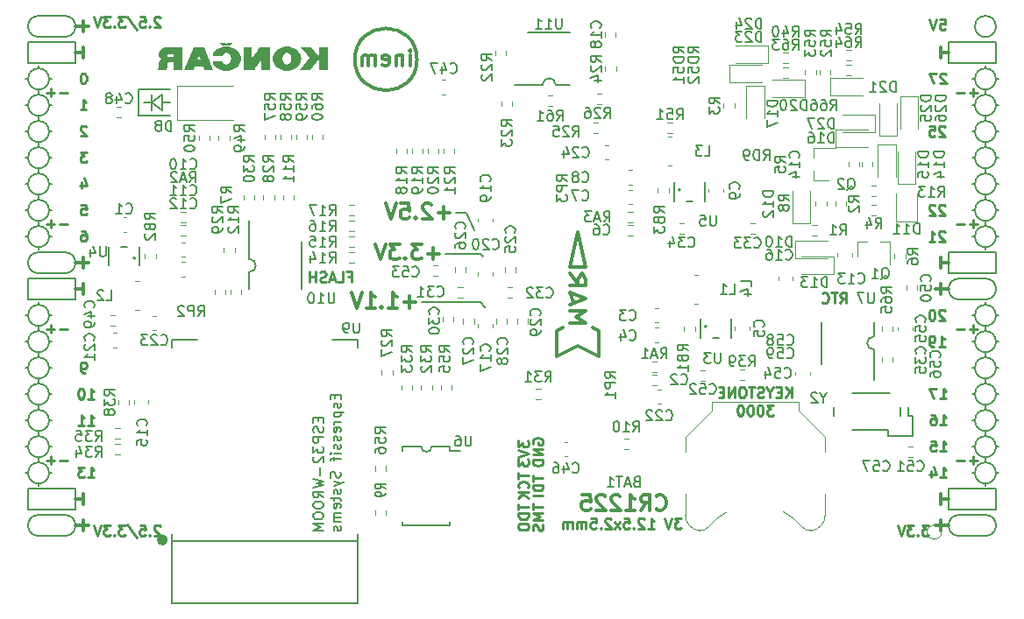
<source format=gbo>
G04 #@! TF.GenerationSoftware,KiCad,Pcbnew,5.0.0-rc2+dfsg1-3*
G04 #@! TF.CreationDate,2018-07-04T13:00:34+02:00*
G04 #@! TF.ProjectId,ulx3s,756C7833732E6B696361645F70636200,rev?*
G04 #@! TF.SameCoordinates,Original*
G04 #@! TF.FileFunction,Legend,Bot*
G04 #@! TF.FilePolarity,Positive*
%FSLAX46Y46*%
G04 Gerber Fmt 4.6, Leading zero omitted, Abs format (unit mm)*
G04 Created by KiCad (PCBNEW 5.0.0-rc2+dfsg1-3) date Wed Jul  4 13:00:34 2018*
%MOMM*%
%LPD*%
G01*
G04 APERTURE LIST*
%ADD10C,0.200000*%
%ADD11C,0.250000*%
%ADD12C,0.300000*%
%ADD13C,0.120000*%
%ADD14C,0.150000*%
%ADD15C,0.500000*%
%ADD16C,0.100000*%
G04 APERTURE END LIST*
D10*
X136660000Y-80742000D02*
X135644000Y-80742000D01*
X137422000Y-82393000D02*
X136660000Y-80742000D01*
X138057000Y-84679000D02*
X134628000Y-84679000D01*
X138311000Y-84933000D02*
X138057000Y-84679000D01*
X138057000Y-89378000D02*
X138438000Y-89886000D01*
X132342000Y-89378000D02*
X138057000Y-89378000D01*
D11*
X99893476Y-96180380D02*
X99703000Y-96180380D01*
X99607761Y-96132761D01*
X99560142Y-96085142D01*
X99464904Y-95942285D01*
X99417285Y-95751809D01*
X99417285Y-95370857D01*
X99464904Y-95275619D01*
X99512523Y-95228000D01*
X99607761Y-95180380D01*
X99798238Y-95180380D01*
X99893476Y-95228000D01*
X99941095Y-95275619D01*
X99988714Y-95370857D01*
X99988714Y-95608952D01*
X99941095Y-95704190D01*
X99893476Y-95751809D01*
X99798238Y-95799428D01*
X99607761Y-95799428D01*
X99512523Y-95751809D01*
X99464904Y-95704190D01*
X99417285Y-95608952D01*
X100147476Y-101260380D02*
X100718904Y-101260380D01*
X100433190Y-101260380D02*
X100433190Y-100260380D01*
X100528428Y-100403238D01*
X100623666Y-100498476D01*
X100718904Y-100546095D01*
X99195095Y-101260380D02*
X99766523Y-101260380D01*
X99480809Y-101260380D02*
X99480809Y-100260380D01*
X99576047Y-100403238D01*
X99671285Y-100498476D01*
X99766523Y-100546095D01*
D10*
X105037000Y-68804000D02*
X108085000Y-68804000D01*
X105037000Y-71344000D02*
X105037000Y-68804000D01*
X108085000Y-71344000D02*
X105037000Y-71344000D01*
X107323000Y-70074000D02*
X108085000Y-70074000D01*
X106307000Y-70074000D02*
X105545000Y-70074000D01*
X106307000Y-70836000D02*
X106307000Y-70074000D01*
X106307000Y-69312000D02*
X106307000Y-70836000D01*
X107323000Y-69312000D02*
X107323000Y-70836000D01*
X106307000Y-70074000D02*
X107323000Y-69312000D01*
X107323000Y-70836000D02*
X106307000Y-70074000D01*
D11*
X182887904Y-72415619D02*
X182840285Y-72368000D01*
X182745047Y-72320380D01*
X182506952Y-72320380D01*
X182411714Y-72368000D01*
X182364095Y-72415619D01*
X182316476Y-72510857D01*
X182316476Y-72606095D01*
X182364095Y-72748952D01*
X182935523Y-73320380D01*
X182316476Y-73320380D01*
X181411714Y-72320380D02*
X181887904Y-72320380D01*
X181935523Y-72796571D01*
X181887904Y-72748952D01*
X181792666Y-72701333D01*
X181554571Y-72701333D01*
X181459333Y-72748952D01*
X181411714Y-72796571D01*
X181364095Y-72891809D01*
X181364095Y-73129904D01*
X181411714Y-73225142D01*
X181459333Y-73272761D01*
X181554571Y-73320380D01*
X181792666Y-73320380D01*
X181887904Y-73272761D01*
X181935523Y-73225142D01*
X182887904Y-80035619D02*
X182840285Y-79988000D01*
X182745047Y-79940380D01*
X182506952Y-79940380D01*
X182411714Y-79988000D01*
X182364095Y-80035619D01*
X182316476Y-80130857D01*
X182316476Y-80226095D01*
X182364095Y-80368952D01*
X182935523Y-80940380D01*
X182316476Y-80940380D01*
X181935523Y-80035619D02*
X181887904Y-79988000D01*
X181792666Y-79940380D01*
X181554571Y-79940380D01*
X181459333Y-79988000D01*
X181411714Y-80035619D01*
X181364095Y-80130857D01*
X181364095Y-80226095D01*
X181411714Y-80368952D01*
X181983142Y-80940380D01*
X181364095Y-80940380D01*
X182887904Y-82575619D02*
X182840285Y-82528000D01*
X182745047Y-82480380D01*
X182506952Y-82480380D01*
X182411714Y-82528000D01*
X182364095Y-82575619D01*
X182316476Y-82670857D01*
X182316476Y-82766095D01*
X182364095Y-82908952D01*
X182935523Y-83480380D01*
X182316476Y-83480380D01*
X181364095Y-83480380D02*
X181935523Y-83480380D01*
X181649809Y-83480380D02*
X181649809Y-82480380D01*
X181745047Y-82623238D01*
X181840285Y-82718476D01*
X181935523Y-82766095D01*
X182887904Y-90195619D02*
X182840285Y-90148000D01*
X182745047Y-90100380D01*
X182506952Y-90100380D01*
X182411714Y-90148000D01*
X182364095Y-90195619D01*
X182316476Y-90290857D01*
X182316476Y-90386095D01*
X182364095Y-90528952D01*
X182935523Y-91100380D01*
X182316476Y-91100380D01*
X181697428Y-90100380D02*
X181602190Y-90100380D01*
X181506952Y-90148000D01*
X181459333Y-90195619D01*
X181411714Y-90290857D01*
X181364095Y-90481333D01*
X181364095Y-90719428D01*
X181411714Y-90909904D01*
X181459333Y-91005142D01*
X181506952Y-91052761D01*
X181602190Y-91100380D01*
X181697428Y-91100380D01*
X181792666Y-91052761D01*
X181840285Y-91005142D01*
X181887904Y-90909904D01*
X181935523Y-90719428D01*
X181935523Y-90481333D01*
X181887904Y-90290857D01*
X181840285Y-90195619D01*
X181792666Y-90148000D01*
X181697428Y-90100380D01*
X182316476Y-93640380D02*
X182887904Y-93640380D01*
X182602190Y-93640380D02*
X182602190Y-92640380D01*
X182697428Y-92783238D01*
X182792666Y-92878476D01*
X182887904Y-92926095D01*
X181840285Y-93640380D02*
X181649809Y-93640380D01*
X181554571Y-93592761D01*
X181506952Y-93545142D01*
X181411714Y-93402285D01*
X181364095Y-93211809D01*
X181364095Y-92830857D01*
X181411714Y-92735619D01*
X181459333Y-92688000D01*
X181554571Y-92640380D01*
X181745047Y-92640380D01*
X181840285Y-92688000D01*
X181887904Y-92735619D01*
X181935523Y-92830857D01*
X181935523Y-93068952D01*
X181887904Y-93164190D01*
X181840285Y-93211809D01*
X181745047Y-93259428D01*
X181554571Y-93259428D01*
X181459333Y-93211809D01*
X181411714Y-93164190D01*
X181364095Y-93068952D01*
X125269476Y-86893571D02*
X125602809Y-86893571D01*
X125602809Y-87417380D02*
X125602809Y-86417380D01*
X125126619Y-86417380D01*
X124269476Y-87417380D02*
X124745666Y-87417380D01*
X124745666Y-86417380D01*
X123983761Y-87131666D02*
X123507571Y-87131666D01*
X124079000Y-87417380D02*
X123745666Y-86417380D01*
X123412333Y-87417380D01*
X123126619Y-87369761D02*
X122983761Y-87417380D01*
X122745666Y-87417380D01*
X122650428Y-87369761D01*
X122602809Y-87322142D01*
X122555190Y-87226904D01*
X122555190Y-87131666D01*
X122602809Y-87036428D01*
X122650428Y-86988809D01*
X122745666Y-86941190D01*
X122936142Y-86893571D01*
X123031380Y-86845952D01*
X123079000Y-86798333D01*
X123126619Y-86703095D01*
X123126619Y-86607857D01*
X123079000Y-86512619D01*
X123031380Y-86465000D01*
X122936142Y-86417380D01*
X122698047Y-86417380D01*
X122555190Y-86465000D01*
X122126619Y-87417380D02*
X122126619Y-86417380D01*
X122126619Y-86893571D02*
X121555190Y-86893571D01*
X121555190Y-87417380D02*
X121555190Y-86417380D01*
X157418095Y-110252380D02*
X156799047Y-110252380D01*
X157132380Y-110633333D01*
X156989523Y-110633333D01*
X156894285Y-110680952D01*
X156846666Y-110728571D01*
X156799047Y-110823809D01*
X156799047Y-111061904D01*
X156846666Y-111157142D01*
X156894285Y-111204761D01*
X156989523Y-111252380D01*
X157275238Y-111252380D01*
X157370476Y-111204761D01*
X157418095Y-111157142D01*
X156513333Y-110252380D02*
X156180000Y-111252380D01*
X155846666Y-110252380D01*
X154227619Y-111252380D02*
X154799047Y-111252380D01*
X154513333Y-111252380D02*
X154513333Y-110252380D01*
X154608571Y-110395238D01*
X154703809Y-110490476D01*
X154799047Y-110538095D01*
X153846666Y-110347619D02*
X153799047Y-110300000D01*
X153703809Y-110252380D01*
X153465714Y-110252380D01*
X153370476Y-110300000D01*
X153322857Y-110347619D01*
X153275238Y-110442857D01*
X153275238Y-110538095D01*
X153322857Y-110680952D01*
X153894285Y-111252380D01*
X153275238Y-111252380D01*
X152846666Y-111157142D02*
X152799047Y-111204761D01*
X152846666Y-111252380D01*
X152894285Y-111204761D01*
X152846666Y-111157142D01*
X152846666Y-111252380D01*
X151894285Y-110252380D02*
X152370476Y-110252380D01*
X152418095Y-110728571D01*
X152370476Y-110680952D01*
X152275238Y-110633333D01*
X152037142Y-110633333D01*
X151941904Y-110680952D01*
X151894285Y-110728571D01*
X151846666Y-110823809D01*
X151846666Y-111061904D01*
X151894285Y-111157142D01*
X151941904Y-111204761D01*
X152037142Y-111252380D01*
X152275238Y-111252380D01*
X152370476Y-111204761D01*
X152418095Y-111157142D01*
X151513333Y-111252380D02*
X150989523Y-110585714D01*
X151513333Y-110585714D02*
X150989523Y-111252380D01*
X150656190Y-110347619D02*
X150608571Y-110300000D01*
X150513333Y-110252380D01*
X150275238Y-110252380D01*
X150180000Y-110300000D01*
X150132380Y-110347619D01*
X150084761Y-110442857D01*
X150084761Y-110538095D01*
X150132380Y-110680952D01*
X150703809Y-111252380D01*
X150084761Y-111252380D01*
X149656190Y-111157142D02*
X149608571Y-111204761D01*
X149656190Y-111252380D01*
X149703809Y-111204761D01*
X149656190Y-111157142D01*
X149656190Y-111252380D01*
X148703809Y-110252380D02*
X149180000Y-110252380D01*
X149227619Y-110728571D01*
X149180000Y-110680952D01*
X149084761Y-110633333D01*
X148846666Y-110633333D01*
X148751428Y-110680952D01*
X148703809Y-110728571D01*
X148656190Y-110823809D01*
X148656190Y-111061904D01*
X148703809Y-111157142D01*
X148751428Y-111204761D01*
X148846666Y-111252380D01*
X149084761Y-111252380D01*
X149180000Y-111204761D01*
X149227619Y-111157142D01*
X148227619Y-111252380D02*
X148227619Y-110585714D01*
X148227619Y-110680952D02*
X148180000Y-110633333D01*
X148084761Y-110585714D01*
X147941904Y-110585714D01*
X147846666Y-110633333D01*
X147799047Y-110728571D01*
X147799047Y-111252380D01*
X147799047Y-110728571D02*
X147751428Y-110633333D01*
X147656190Y-110585714D01*
X147513333Y-110585714D01*
X147418095Y-110633333D01*
X147370476Y-110728571D01*
X147370476Y-111252380D01*
X146894285Y-111252380D02*
X146894285Y-110585714D01*
X146894285Y-110680952D02*
X146846666Y-110633333D01*
X146751428Y-110585714D01*
X146608571Y-110585714D01*
X146513333Y-110633333D01*
X146465714Y-110728571D01*
X146465714Y-111252380D01*
X146465714Y-110728571D02*
X146418095Y-110633333D01*
X146322857Y-110585714D01*
X146180000Y-110585714D01*
X146084761Y-110633333D01*
X146037142Y-110728571D01*
X146037142Y-111252380D01*
X168085000Y-98577380D02*
X168085000Y-97577380D01*
X167513571Y-98577380D02*
X167942142Y-98005952D01*
X167513571Y-97577380D02*
X168085000Y-98148809D01*
X167085000Y-98053571D02*
X166751666Y-98053571D01*
X166608809Y-98577380D02*
X167085000Y-98577380D01*
X167085000Y-97577380D01*
X166608809Y-97577380D01*
X165989761Y-98101190D02*
X165989761Y-98577380D01*
X166323095Y-97577380D02*
X165989761Y-98101190D01*
X165656428Y-97577380D01*
X165370714Y-98529761D02*
X165227857Y-98577380D01*
X164989761Y-98577380D01*
X164894523Y-98529761D01*
X164846904Y-98482142D01*
X164799285Y-98386904D01*
X164799285Y-98291666D01*
X164846904Y-98196428D01*
X164894523Y-98148809D01*
X164989761Y-98101190D01*
X165180238Y-98053571D01*
X165275476Y-98005952D01*
X165323095Y-97958333D01*
X165370714Y-97863095D01*
X165370714Y-97767857D01*
X165323095Y-97672619D01*
X165275476Y-97625000D01*
X165180238Y-97577380D01*
X164942142Y-97577380D01*
X164799285Y-97625000D01*
X164513571Y-97577380D02*
X163942142Y-97577380D01*
X164227857Y-98577380D02*
X164227857Y-97577380D01*
X163418333Y-97577380D02*
X163227857Y-97577380D01*
X163132619Y-97625000D01*
X163037380Y-97720238D01*
X162989761Y-97910714D01*
X162989761Y-98244047D01*
X163037380Y-98434523D01*
X163132619Y-98529761D01*
X163227857Y-98577380D01*
X163418333Y-98577380D01*
X163513571Y-98529761D01*
X163608809Y-98434523D01*
X163656428Y-98244047D01*
X163656428Y-97910714D01*
X163608809Y-97720238D01*
X163513571Y-97625000D01*
X163418333Y-97577380D01*
X162561190Y-98577380D02*
X162561190Y-97577380D01*
X161989761Y-98577380D01*
X161989761Y-97577380D01*
X161513571Y-98053571D02*
X161180238Y-98053571D01*
X161037380Y-98577380D02*
X161513571Y-98577380D01*
X161513571Y-97577380D01*
X161037380Y-97577380D01*
X166346904Y-99327380D02*
X165727857Y-99327380D01*
X166061190Y-99708333D01*
X165918333Y-99708333D01*
X165823095Y-99755952D01*
X165775476Y-99803571D01*
X165727857Y-99898809D01*
X165727857Y-100136904D01*
X165775476Y-100232142D01*
X165823095Y-100279761D01*
X165918333Y-100327380D01*
X166204047Y-100327380D01*
X166299285Y-100279761D01*
X166346904Y-100232142D01*
X165108809Y-99327380D02*
X165013571Y-99327380D01*
X164918333Y-99375000D01*
X164870714Y-99422619D01*
X164823095Y-99517857D01*
X164775476Y-99708333D01*
X164775476Y-99946428D01*
X164823095Y-100136904D01*
X164870714Y-100232142D01*
X164918333Y-100279761D01*
X165013571Y-100327380D01*
X165108809Y-100327380D01*
X165204047Y-100279761D01*
X165251666Y-100232142D01*
X165299285Y-100136904D01*
X165346904Y-99946428D01*
X165346904Y-99708333D01*
X165299285Y-99517857D01*
X165251666Y-99422619D01*
X165204047Y-99375000D01*
X165108809Y-99327380D01*
X164156428Y-99327380D02*
X164061190Y-99327380D01*
X163965952Y-99375000D01*
X163918333Y-99422619D01*
X163870714Y-99517857D01*
X163823095Y-99708333D01*
X163823095Y-99946428D01*
X163870714Y-100136904D01*
X163918333Y-100232142D01*
X163965952Y-100279761D01*
X164061190Y-100327380D01*
X164156428Y-100327380D01*
X164251666Y-100279761D01*
X164299285Y-100232142D01*
X164346904Y-100136904D01*
X164394523Y-99946428D01*
X164394523Y-99708333D01*
X164346904Y-99517857D01*
X164299285Y-99422619D01*
X164251666Y-99375000D01*
X164156428Y-99327380D01*
X163204047Y-99327380D02*
X163108809Y-99327380D01*
X163013571Y-99375000D01*
X162965952Y-99422619D01*
X162918333Y-99517857D01*
X162870714Y-99708333D01*
X162870714Y-99946428D01*
X162918333Y-100136904D01*
X162965952Y-100232142D01*
X163013571Y-100279761D01*
X163108809Y-100327380D01*
X163204047Y-100327380D01*
X163299285Y-100279761D01*
X163346904Y-100232142D01*
X163394523Y-100136904D01*
X163442142Y-99946428D01*
X163442142Y-99708333D01*
X163394523Y-99517857D01*
X163346904Y-99422619D01*
X163299285Y-99375000D01*
X163204047Y-99327380D01*
D12*
X182492000Y-87582000D02*
X182492000Y-88598000D01*
X183254000Y-88090000D02*
X181984000Y-88090000D01*
X182492000Y-110442000D02*
X182492000Y-111458000D01*
X183254000Y-110950000D02*
X181984000Y-110950000D01*
X99688000Y-62182000D02*
X99688000Y-63198000D01*
X98926000Y-62690000D02*
X100196000Y-62690000D01*
X99688000Y-110442000D02*
X99688000Y-111458000D01*
X98926000Y-110950000D02*
X100196000Y-110950000D01*
X99688000Y-85042000D02*
X99688000Y-86058000D01*
X98926000Y-85550000D02*
X100196000Y-85550000D01*
D10*
X187826000Y-62690000D02*
G75*
G03X187826000Y-62690000I-1016000J0D01*
G01*
X184270000Y-87074000D02*
X186810000Y-87074000D01*
X184270000Y-89106000D02*
X186810000Y-89106000D01*
X184270000Y-87074000D02*
G75*
G03X184270000Y-89106000I0J-1016000D01*
G01*
X186810000Y-89106000D02*
G75*
G03X186810000Y-87074000I0J1016000D01*
G01*
X184270000Y-111966000D02*
X186810000Y-111966000D01*
X184270000Y-109934000D02*
X186810000Y-109934000D01*
X184270000Y-109934000D02*
G75*
G03X184270000Y-111966000I0J-1016000D01*
G01*
X186810000Y-111966000D02*
G75*
G03X186810000Y-109934000I0J1016000D01*
G01*
X97910000Y-63706000D02*
G75*
G03X97910000Y-61674000I0J1016000D01*
G01*
X95370000Y-61674000D02*
X97910000Y-61674000D01*
X95370000Y-63706000D02*
X97910000Y-63706000D01*
X95370000Y-61674000D02*
G75*
G03X95370000Y-63706000I0J-1016000D01*
G01*
X95370000Y-86566000D02*
X97910000Y-86566000D01*
X95370000Y-84534000D02*
X97910000Y-84534000D01*
X95370000Y-84534000D02*
G75*
G03X95370000Y-86566000I0J-1016000D01*
G01*
X97910000Y-86566000D02*
G75*
G03X97910000Y-84534000I0J1016000D01*
G01*
X95370000Y-111966000D02*
X97910000Y-111966000D01*
X95370000Y-109934000D02*
X97910000Y-109934000D01*
X95370000Y-109934000D02*
G75*
G03X95370000Y-111966000I0J-1016000D01*
G01*
X97910000Y-111966000D02*
G75*
G03X97910000Y-109934000I0J1016000D01*
G01*
X98926000Y-107394000D02*
X94354000Y-107394000D01*
X98926000Y-109426000D02*
X98926000Y-107394000D01*
X94354000Y-109426000D02*
X98926000Y-109426000D01*
X94354000Y-107394000D02*
X94354000Y-109426000D01*
X187826000Y-107394000D02*
X183254000Y-107394000D01*
X187826000Y-109426000D02*
X187826000Y-107394000D01*
X183254000Y-109426000D02*
X187826000Y-109426000D01*
X183254000Y-107394000D02*
X183254000Y-109426000D01*
X187826000Y-84534000D02*
X183254000Y-84534000D01*
X187826000Y-86566000D02*
X187826000Y-84534000D01*
X183254000Y-86566000D02*
X187826000Y-86566000D01*
X183254000Y-84534000D02*
X183254000Y-86566000D01*
X187826000Y-64214000D02*
X183254000Y-64214000D01*
X187826000Y-66246000D02*
X187826000Y-64214000D01*
X183254000Y-66246000D02*
X187826000Y-66246000D01*
X183254000Y-64214000D02*
X183254000Y-66246000D01*
X98926000Y-64214000D02*
X94354000Y-64214000D01*
X98926000Y-66246000D02*
X98926000Y-64214000D01*
X94354000Y-66246000D02*
X98926000Y-66246000D01*
X94354000Y-64214000D02*
X94354000Y-66246000D01*
X98926000Y-87074000D02*
X94354000Y-87074000D01*
X98926000Y-89106000D02*
X98926000Y-87074000D01*
X94354000Y-89106000D02*
X98926000Y-89106000D01*
X94354000Y-87074000D02*
X94354000Y-89106000D01*
D11*
X186032000Y-91971428D02*
X185270095Y-91971428D01*
X185651047Y-92352380D02*
X185651047Y-91590476D01*
X184793904Y-91971428D02*
X184032000Y-91971428D01*
X186032000Y-69111428D02*
X185270095Y-69111428D01*
X185651047Y-69492380D02*
X185651047Y-68730476D01*
X184793904Y-69111428D02*
X184032000Y-69111428D01*
X186032000Y-81811428D02*
X185270095Y-81811428D01*
X185651047Y-82192380D02*
X185651047Y-81430476D01*
X184793904Y-81811428D02*
X184032000Y-81811428D01*
X186032000Y-104671428D02*
X185270095Y-104671428D01*
X185651047Y-105052380D02*
X185651047Y-104290476D01*
X184793904Y-104671428D02*
X184032000Y-104671428D01*
X98148000Y-104671428D02*
X97386095Y-104671428D01*
X96909904Y-104671428D02*
X96148000Y-104671428D01*
X96528952Y-105052380D02*
X96528952Y-104290476D01*
X98148000Y-91971428D02*
X97386095Y-91971428D01*
X96909904Y-91971428D02*
X96148000Y-91971428D01*
X96528952Y-92352380D02*
X96528952Y-91590476D01*
X98148000Y-81811428D02*
X97386095Y-81811428D01*
X96909904Y-81811428D02*
X96148000Y-81811428D01*
X96528952Y-82192380D02*
X96528952Y-81430476D01*
X98148000Y-69111428D02*
X97386095Y-69111428D01*
X96909904Y-69111428D02*
X96148000Y-69111428D01*
X96528952Y-69492380D02*
X96528952Y-68730476D01*
D12*
X182492000Y-107902000D02*
X182492000Y-108918000D01*
X183254000Y-108410000D02*
X182492000Y-108410000D01*
D10*
X95370000Y-96726000D02*
X95370000Y-97234000D01*
X96386000Y-95710000D02*
X96640000Y-95710000D01*
X94354000Y-95710000D02*
X94100000Y-95710000D01*
X187826000Y-98250000D02*
X188080000Y-98250000D01*
X187826000Y-83010000D02*
X188080000Y-83010000D01*
X95370000Y-107140000D02*
X95370000Y-106886000D01*
X96386000Y-105870000D02*
X96640000Y-105870000D01*
X94354000Y-105870000D02*
X94100000Y-105870000D01*
X94354000Y-103330000D02*
X94100000Y-103330000D01*
X95370000Y-104346000D02*
X95370000Y-104854000D01*
X96386000Y-103330000D02*
X96640000Y-103330000D01*
X94354000Y-100790000D02*
X94100000Y-100790000D01*
X95370000Y-102314000D02*
X95370000Y-101806000D01*
X96386000Y-100790000D02*
X96640000Y-100790000D01*
X95370000Y-99266000D02*
X95370000Y-99774000D01*
X94354000Y-98250000D02*
X94100000Y-98250000D01*
X96386000Y-98250000D02*
X96640000Y-98250000D01*
X95370000Y-94186000D02*
X95370000Y-94694000D01*
X96386000Y-93170000D02*
X96640000Y-93170000D01*
X94354000Y-93170000D02*
X94100000Y-93170000D01*
X94354000Y-90630000D02*
X94100000Y-90630000D01*
X95370000Y-91646000D02*
X95370000Y-92154000D01*
X96640000Y-90630000D02*
X96386000Y-90630000D01*
X95370000Y-89360000D02*
X95370000Y-89614000D01*
X94354000Y-83010000D02*
X94100000Y-83010000D01*
X95370000Y-84280000D02*
X95370000Y-84026000D01*
X96386000Y-83010000D02*
X96640000Y-83010000D01*
X95370000Y-81486000D02*
X95370000Y-81994000D01*
X94354000Y-80470000D02*
X94100000Y-80470000D01*
X96640000Y-80470000D02*
X96386000Y-80470000D01*
X95370000Y-78946000D02*
X95370000Y-79454000D01*
X96386000Y-77930000D02*
X96640000Y-77930000D01*
X94354000Y-77930000D02*
X94100000Y-77930000D01*
X95370000Y-76406000D02*
X95370000Y-76914000D01*
X94354000Y-75390000D02*
X94100000Y-75390000D01*
X96386000Y-75390000D02*
X96640000Y-75390000D01*
X95370000Y-73866000D02*
X95370000Y-74374000D01*
X96386000Y-72850000D02*
X96640000Y-72850000D01*
X94100000Y-72850000D02*
X94354000Y-72850000D01*
X94354000Y-70310000D02*
X94100000Y-70310000D01*
X96640000Y-70310000D02*
X96386000Y-70310000D01*
X95370000Y-71326000D02*
X95370000Y-71834000D01*
X95370000Y-68786000D02*
X95370000Y-69294000D01*
X96386000Y-67770000D02*
X96640000Y-67770000D01*
X94354000Y-67770000D02*
X94100000Y-67770000D01*
X95370000Y-66500000D02*
X95370000Y-66754000D01*
X187826000Y-105870000D02*
X188080000Y-105870000D01*
X186810000Y-107140000D02*
X186810000Y-106886000D01*
X185540000Y-105870000D02*
X185794000Y-105870000D01*
X186810000Y-104346000D02*
X186810000Y-104854000D01*
X187826000Y-103330000D02*
X188080000Y-103330000D01*
X185540000Y-103330000D02*
X185794000Y-103330000D01*
X186810000Y-101806000D02*
X186810000Y-102314000D01*
X187826000Y-100790000D02*
X188080000Y-100790000D01*
X185540000Y-100790000D02*
X185794000Y-100790000D01*
X186810000Y-99266000D02*
X186810000Y-99774000D01*
X185540000Y-98250000D02*
X185794000Y-98250000D01*
X186810000Y-97234000D02*
X186810000Y-96726000D01*
X187826000Y-95710000D02*
X188080000Y-95710000D01*
X185540000Y-95710000D02*
X185794000Y-95710000D01*
X186810000Y-94694000D02*
X186810000Y-94186000D01*
X187826000Y-93170000D02*
X188080000Y-93170000D01*
X185540000Y-93170000D02*
X185794000Y-93170000D01*
X186810000Y-92154000D02*
X186810000Y-91646000D01*
X187826000Y-90630000D02*
X188080000Y-90630000D01*
X185540000Y-90630000D02*
X185794000Y-90630000D01*
X186810000Y-89360000D02*
X186810000Y-89614000D01*
X186810000Y-84280000D02*
X186810000Y-84026000D01*
X185540000Y-83010000D02*
X185794000Y-83010000D01*
X186810000Y-81994000D02*
X186810000Y-81486000D01*
X185794000Y-80470000D02*
X185540000Y-80470000D01*
X187826000Y-80470000D02*
X188080000Y-80470000D01*
X186810000Y-78946000D02*
X186810000Y-79454000D01*
X185794000Y-77930000D02*
X185540000Y-77930000D01*
X187826000Y-77930000D02*
X188080000Y-77930000D01*
X186810000Y-76406000D02*
X186810000Y-76914000D01*
X186810000Y-73866000D02*
X186810000Y-74374000D01*
X185794000Y-75390000D02*
X185540000Y-75390000D01*
X187826000Y-75390000D02*
X188080000Y-75390000D01*
X187826000Y-72850000D02*
X188080000Y-72850000D01*
X185540000Y-72850000D02*
X185794000Y-72850000D01*
X186810000Y-71834000D02*
X186810000Y-71326000D01*
X187826000Y-70310000D02*
X188080000Y-70310000D01*
X185540000Y-70310000D02*
X185794000Y-70310000D01*
X187826000Y-67770000D02*
X188080000Y-67770000D01*
X186810000Y-68786000D02*
X186810000Y-69294000D01*
X185540000Y-67770000D02*
X185794000Y-67770000D01*
X186810000Y-66500000D02*
X186810000Y-66754000D01*
X187826000Y-67770000D02*
G75*
G03X187826000Y-67770000I-1016000J0D01*
G01*
X187826000Y-70310000D02*
G75*
G03X187826000Y-70310000I-1016000J0D01*
G01*
X187826000Y-72850000D02*
G75*
G03X187826000Y-72850000I-1016000J0D01*
G01*
X187826000Y-75390000D02*
G75*
G03X187826000Y-75390000I-1016000J0D01*
G01*
X187826000Y-77930000D02*
G75*
G03X187826000Y-77930000I-1016000J0D01*
G01*
X187826000Y-80470000D02*
G75*
G03X187826000Y-80470000I-1016000J0D01*
G01*
X187826000Y-83010000D02*
G75*
G03X187826000Y-83010000I-1016000J0D01*
G01*
X187826000Y-90630000D02*
G75*
G03X187826000Y-90630000I-1016000J0D01*
G01*
X187826000Y-93170000D02*
G75*
G03X187826000Y-93170000I-1016000J0D01*
G01*
X187826000Y-95710000D02*
G75*
G03X187826000Y-95710000I-1016000J0D01*
G01*
X187826000Y-98250000D02*
G75*
G03X187826000Y-98250000I-1016000J0D01*
G01*
X187826000Y-100790000D02*
G75*
G03X187826000Y-100790000I-1016000J0D01*
G01*
X187826000Y-103330000D02*
G75*
G03X187826000Y-103330000I-1016000J0D01*
G01*
X187826000Y-105870000D02*
G75*
G03X187826000Y-105870000I-1016000J0D01*
G01*
X96386000Y-105870000D02*
G75*
G03X96386000Y-105870000I-1016000J0D01*
G01*
X96386000Y-103330000D02*
G75*
G03X96386000Y-103330000I-1016000J0D01*
G01*
X96386000Y-100790000D02*
G75*
G03X96386000Y-100790000I-1016000J0D01*
G01*
X96386000Y-98250000D02*
G75*
G03X96386000Y-98250000I-1016000J0D01*
G01*
X96386000Y-95710000D02*
G75*
G03X96386000Y-95710000I-1016000J0D01*
G01*
X96386000Y-93170000D02*
G75*
G03X96386000Y-93170000I-1016000J0D01*
G01*
X96386000Y-90630000D02*
G75*
G03X96386000Y-90630000I-1016000J0D01*
G01*
X96386000Y-83010000D02*
G75*
G03X96386000Y-83010000I-1016000J0D01*
G01*
X96386000Y-80470000D02*
G75*
G03X96386000Y-80470000I-1016000J0D01*
G01*
X96386000Y-77930000D02*
G75*
G03X96386000Y-77930000I-1016000J0D01*
G01*
X96386000Y-75390000D02*
G75*
G03X96386000Y-75390000I-1016000J0D01*
G01*
X96386000Y-72850000D02*
G75*
G03X96386000Y-72850000I-1016000J0D01*
G01*
X96386000Y-70310000D02*
G75*
G03X96386000Y-70310000I-1016000J0D01*
G01*
X96386000Y-67770000D02*
G75*
G03X96386000Y-67770000I-1016000J0D01*
G01*
D11*
X182428476Y-62015380D02*
X182904666Y-62015380D01*
X182952285Y-62491571D01*
X182904666Y-62443952D01*
X182809428Y-62396333D01*
X182571333Y-62396333D01*
X182476095Y-62443952D01*
X182428476Y-62491571D01*
X182380857Y-62586809D01*
X182380857Y-62824904D01*
X182428476Y-62920142D01*
X182476095Y-62967761D01*
X182571333Y-63015380D01*
X182809428Y-63015380D01*
X182904666Y-62967761D01*
X182952285Y-62920142D01*
X182095142Y-62015380D02*
X181761809Y-63015380D01*
X181428476Y-62015380D01*
D12*
X182492000Y-64722000D02*
X182492000Y-65738000D01*
X183254000Y-65230000D02*
X182492000Y-65230000D01*
D11*
X182999904Y-67317619D02*
X182952285Y-67270000D01*
X182857047Y-67222380D01*
X182618952Y-67222380D01*
X182523714Y-67270000D01*
X182476095Y-67317619D01*
X182428476Y-67412857D01*
X182428476Y-67508095D01*
X182476095Y-67650952D01*
X183047523Y-68222380D01*
X182428476Y-68222380D01*
X182095142Y-67222380D02*
X181428476Y-67222380D01*
X181857047Y-68222380D01*
D12*
X182492000Y-85042000D02*
X182492000Y-86058000D01*
X183254000Y-85550000D02*
X182492000Y-85550000D01*
D11*
X182428476Y-98702380D02*
X182999904Y-98702380D01*
X182714190Y-98702380D02*
X182714190Y-97702380D01*
X182809428Y-97845238D01*
X182904666Y-97940476D01*
X182999904Y-97988095D01*
X182095142Y-97702380D02*
X181428476Y-97702380D01*
X181857047Y-98702380D01*
X182428476Y-101242380D02*
X182999904Y-101242380D01*
X182714190Y-101242380D02*
X182714190Y-100242380D01*
X182809428Y-100385238D01*
X182904666Y-100480476D01*
X182999904Y-100528095D01*
X181571333Y-100242380D02*
X181761809Y-100242380D01*
X181857047Y-100290000D01*
X181904666Y-100337619D01*
X181999904Y-100480476D01*
X182047523Y-100670952D01*
X182047523Y-101051904D01*
X181999904Y-101147142D01*
X181952285Y-101194761D01*
X181857047Y-101242380D01*
X181666571Y-101242380D01*
X181571333Y-101194761D01*
X181523714Y-101147142D01*
X181476095Y-101051904D01*
X181476095Y-100813809D01*
X181523714Y-100718571D01*
X181571333Y-100670952D01*
X181666571Y-100623333D01*
X181857047Y-100623333D01*
X181952285Y-100670952D01*
X181999904Y-100718571D01*
X182047523Y-100813809D01*
X182428476Y-103782380D02*
X182999904Y-103782380D01*
X182714190Y-103782380D02*
X182714190Y-102782380D01*
X182809428Y-102925238D01*
X182904666Y-103020476D01*
X182999904Y-103068095D01*
X181523714Y-102782380D02*
X181999904Y-102782380D01*
X182047523Y-103258571D01*
X181999904Y-103210952D01*
X181904666Y-103163333D01*
X181666571Y-103163333D01*
X181571333Y-103210952D01*
X181523714Y-103258571D01*
X181476095Y-103353809D01*
X181476095Y-103591904D01*
X181523714Y-103687142D01*
X181571333Y-103734761D01*
X181666571Y-103782380D01*
X181904666Y-103782380D01*
X181999904Y-103734761D01*
X182047523Y-103687142D01*
X182428476Y-106322380D02*
X182999904Y-106322380D01*
X182714190Y-106322380D02*
X182714190Y-105322380D01*
X182809428Y-105465238D01*
X182904666Y-105560476D01*
X182999904Y-105608095D01*
X181571333Y-105655714D02*
X181571333Y-106322380D01*
X181809428Y-105274761D02*
X182047523Y-105989047D01*
X181428476Y-105989047D01*
X181312642Y-110928380D02*
X180693595Y-110928380D01*
X181026928Y-111309333D01*
X180884071Y-111309333D01*
X180788833Y-111356952D01*
X180741214Y-111404571D01*
X180693595Y-111499809D01*
X180693595Y-111737904D01*
X180741214Y-111833142D01*
X180788833Y-111880761D01*
X180884071Y-111928380D01*
X181169785Y-111928380D01*
X181265023Y-111880761D01*
X181312642Y-111833142D01*
X180265023Y-111833142D02*
X180217404Y-111880761D01*
X180265023Y-111928380D01*
X180312642Y-111880761D01*
X180265023Y-111833142D01*
X180265023Y-111928380D01*
X179884071Y-110928380D02*
X179265023Y-110928380D01*
X179598357Y-111309333D01*
X179455500Y-111309333D01*
X179360261Y-111356952D01*
X179312642Y-111404571D01*
X179265023Y-111499809D01*
X179265023Y-111737904D01*
X179312642Y-111833142D01*
X179360261Y-111880761D01*
X179455500Y-111928380D01*
X179741214Y-111928380D01*
X179836452Y-111880761D01*
X179884071Y-111833142D01*
X178979309Y-110928380D02*
X178645976Y-111928380D01*
X178312642Y-110928380D01*
D12*
X99688000Y-108918000D02*
X99688000Y-107902000D01*
X98926000Y-108410000D02*
X99688000Y-108410000D01*
X99688000Y-88598000D02*
X99688000Y-87582000D01*
X98926000Y-88090000D02*
X99688000Y-88090000D01*
X99688000Y-64722000D02*
X99688000Y-65738000D01*
X98926000Y-65230000D02*
X99688000Y-65230000D01*
D11*
X107103690Y-111023619D02*
X107056071Y-110976000D01*
X106960833Y-110928380D01*
X106722738Y-110928380D01*
X106627500Y-110976000D01*
X106579880Y-111023619D01*
X106532261Y-111118857D01*
X106532261Y-111214095D01*
X106579880Y-111356952D01*
X107151309Y-111928380D01*
X106532261Y-111928380D01*
X106103690Y-111833142D02*
X106056071Y-111880761D01*
X106103690Y-111928380D01*
X106151309Y-111880761D01*
X106103690Y-111833142D01*
X106103690Y-111928380D01*
X105151309Y-110928380D02*
X105627500Y-110928380D01*
X105675119Y-111404571D01*
X105627500Y-111356952D01*
X105532261Y-111309333D01*
X105294166Y-111309333D01*
X105198928Y-111356952D01*
X105151309Y-111404571D01*
X105103690Y-111499809D01*
X105103690Y-111737904D01*
X105151309Y-111833142D01*
X105198928Y-111880761D01*
X105294166Y-111928380D01*
X105532261Y-111928380D01*
X105627500Y-111880761D01*
X105675119Y-111833142D01*
X103960833Y-110880761D02*
X104817976Y-112166476D01*
X103722738Y-110928380D02*
X103103690Y-110928380D01*
X103437023Y-111309333D01*
X103294166Y-111309333D01*
X103198928Y-111356952D01*
X103151309Y-111404571D01*
X103103690Y-111499809D01*
X103103690Y-111737904D01*
X103151309Y-111833142D01*
X103198928Y-111880761D01*
X103294166Y-111928380D01*
X103579880Y-111928380D01*
X103675119Y-111880761D01*
X103722738Y-111833142D01*
X102675119Y-111833142D02*
X102627500Y-111880761D01*
X102675119Y-111928380D01*
X102722738Y-111880761D01*
X102675119Y-111833142D01*
X102675119Y-111928380D01*
X102294166Y-110928380D02*
X101675119Y-110928380D01*
X102008452Y-111309333D01*
X101865595Y-111309333D01*
X101770357Y-111356952D01*
X101722738Y-111404571D01*
X101675119Y-111499809D01*
X101675119Y-111737904D01*
X101722738Y-111833142D01*
X101770357Y-111880761D01*
X101865595Y-111928380D01*
X102151309Y-111928380D01*
X102246547Y-111880761D01*
X102294166Y-111833142D01*
X101389404Y-110928380D02*
X101056071Y-111928380D01*
X100722738Y-110928380D01*
X100132476Y-106322380D02*
X100703904Y-106322380D01*
X100418190Y-106322380D02*
X100418190Y-105322380D01*
X100513428Y-105465238D01*
X100608666Y-105560476D01*
X100703904Y-105608095D01*
X99799142Y-105322380D02*
X99180095Y-105322380D01*
X99513428Y-105703333D01*
X99370571Y-105703333D01*
X99275333Y-105750952D01*
X99227714Y-105798571D01*
X99180095Y-105893809D01*
X99180095Y-106131904D01*
X99227714Y-106227142D01*
X99275333Y-106274761D01*
X99370571Y-106322380D01*
X99656285Y-106322380D01*
X99751523Y-106274761D01*
X99799142Y-106227142D01*
X100147476Y-98720380D02*
X100718904Y-98720380D01*
X100433190Y-98720380D02*
X100433190Y-97720380D01*
X100528428Y-97863238D01*
X100623666Y-97958476D01*
X100718904Y-98006095D01*
X99528428Y-97720380D02*
X99433190Y-97720380D01*
X99337952Y-97768000D01*
X99290333Y-97815619D01*
X99242714Y-97910857D01*
X99195095Y-98101333D01*
X99195095Y-98339428D01*
X99242714Y-98529904D01*
X99290333Y-98625142D01*
X99337952Y-98672761D01*
X99433190Y-98720380D01*
X99528428Y-98720380D01*
X99623666Y-98672761D01*
X99671285Y-98625142D01*
X99718904Y-98529904D01*
X99766523Y-98339428D01*
X99766523Y-98101333D01*
X99718904Y-97910857D01*
X99671285Y-97815619D01*
X99623666Y-97768000D01*
X99528428Y-97720380D01*
X99512523Y-82462380D02*
X99703000Y-82462380D01*
X99798238Y-82510000D01*
X99845857Y-82557619D01*
X99941095Y-82700476D01*
X99988714Y-82890952D01*
X99988714Y-83271904D01*
X99941095Y-83367142D01*
X99893476Y-83414761D01*
X99798238Y-83462380D01*
X99607761Y-83462380D01*
X99512523Y-83414761D01*
X99464904Y-83367142D01*
X99417285Y-83271904D01*
X99417285Y-83033809D01*
X99464904Y-82938571D01*
X99512523Y-82890952D01*
X99607761Y-82843333D01*
X99798238Y-82843333D01*
X99893476Y-82890952D01*
X99941095Y-82938571D01*
X99988714Y-83033809D01*
X99464904Y-79922380D02*
X99941095Y-79922380D01*
X99988714Y-80398571D01*
X99941095Y-80350952D01*
X99845857Y-80303333D01*
X99607761Y-80303333D01*
X99512523Y-80350952D01*
X99464904Y-80398571D01*
X99417285Y-80493809D01*
X99417285Y-80731904D01*
X99464904Y-80827142D01*
X99512523Y-80874761D01*
X99607761Y-80922380D01*
X99845857Y-80922380D01*
X99941095Y-80874761D01*
X99988714Y-80827142D01*
X99512523Y-77715714D02*
X99512523Y-78382380D01*
X99750619Y-77334761D02*
X99988714Y-78049047D01*
X99369666Y-78049047D01*
X100021333Y-74842380D02*
X99402285Y-74842380D01*
X99735619Y-75223333D01*
X99592761Y-75223333D01*
X99497523Y-75270952D01*
X99449904Y-75318571D01*
X99402285Y-75413809D01*
X99402285Y-75651904D01*
X99449904Y-75747142D01*
X99497523Y-75794761D01*
X99592761Y-75842380D01*
X99878476Y-75842380D01*
X99973714Y-75794761D01*
X100021333Y-75747142D01*
X99973714Y-72397619D02*
X99926095Y-72350000D01*
X99830857Y-72302380D01*
X99592761Y-72302380D01*
X99497523Y-72350000D01*
X99449904Y-72397619D01*
X99402285Y-72492857D01*
X99402285Y-72588095D01*
X99449904Y-72730952D01*
X100021333Y-73302380D01*
X99402285Y-73302380D01*
X99402285Y-70762380D02*
X99973714Y-70762380D01*
X99688000Y-70762380D02*
X99688000Y-69762380D01*
X99783238Y-69905238D01*
X99878476Y-70000476D01*
X99973714Y-70048095D01*
X99750619Y-67222380D02*
X99655380Y-67222380D01*
X99560142Y-67270000D01*
X99512523Y-67317619D01*
X99464904Y-67412857D01*
X99417285Y-67603333D01*
X99417285Y-67841428D01*
X99464904Y-68031904D01*
X99512523Y-68127142D01*
X99560142Y-68174761D01*
X99655380Y-68222380D01*
X99750619Y-68222380D01*
X99845857Y-68174761D01*
X99893476Y-68127142D01*
X99941095Y-68031904D01*
X99988714Y-67841428D01*
X99988714Y-67603333D01*
X99941095Y-67412857D01*
X99893476Y-67317619D01*
X99845857Y-67270000D01*
X99750619Y-67222380D01*
X107103690Y-61874619D02*
X107056071Y-61827000D01*
X106960833Y-61779380D01*
X106722738Y-61779380D01*
X106627500Y-61827000D01*
X106579880Y-61874619D01*
X106532261Y-61969857D01*
X106532261Y-62065095D01*
X106579880Y-62207952D01*
X107151309Y-62779380D01*
X106532261Y-62779380D01*
X106103690Y-62684142D02*
X106056071Y-62731761D01*
X106103690Y-62779380D01*
X106151309Y-62731761D01*
X106103690Y-62684142D01*
X106103690Y-62779380D01*
X105151309Y-61779380D02*
X105627500Y-61779380D01*
X105675119Y-62255571D01*
X105627500Y-62207952D01*
X105532261Y-62160333D01*
X105294166Y-62160333D01*
X105198928Y-62207952D01*
X105151309Y-62255571D01*
X105103690Y-62350809D01*
X105103690Y-62588904D01*
X105151309Y-62684142D01*
X105198928Y-62731761D01*
X105294166Y-62779380D01*
X105532261Y-62779380D01*
X105627500Y-62731761D01*
X105675119Y-62684142D01*
X103960833Y-61731761D02*
X104817976Y-63017476D01*
X103722738Y-61779380D02*
X103103690Y-61779380D01*
X103437023Y-62160333D01*
X103294166Y-62160333D01*
X103198928Y-62207952D01*
X103151309Y-62255571D01*
X103103690Y-62350809D01*
X103103690Y-62588904D01*
X103151309Y-62684142D01*
X103198928Y-62731761D01*
X103294166Y-62779380D01*
X103579880Y-62779380D01*
X103675119Y-62731761D01*
X103722738Y-62684142D01*
X102675119Y-62684142D02*
X102627500Y-62731761D01*
X102675119Y-62779380D01*
X102722738Y-62731761D01*
X102675119Y-62684142D01*
X102675119Y-62779380D01*
X102294166Y-61779380D02*
X101675119Y-61779380D01*
X102008452Y-62160333D01*
X101865595Y-62160333D01*
X101770357Y-62207952D01*
X101722738Y-62255571D01*
X101675119Y-62350809D01*
X101675119Y-62588904D01*
X101722738Y-62684142D01*
X101770357Y-62731761D01*
X101865595Y-62779380D01*
X102151309Y-62779380D01*
X102246547Y-62731761D01*
X102294166Y-62684142D01*
X101389404Y-61779380D02*
X101056071Y-62779380D01*
X100722738Y-61779380D01*
D12*
X155027857Y-109335714D02*
X155099285Y-109407142D01*
X155313571Y-109478571D01*
X155456428Y-109478571D01*
X155670714Y-109407142D01*
X155813571Y-109264285D01*
X155885000Y-109121428D01*
X155956428Y-108835714D01*
X155956428Y-108621428D01*
X155885000Y-108335714D01*
X155813571Y-108192857D01*
X155670714Y-108050000D01*
X155456428Y-107978571D01*
X155313571Y-107978571D01*
X155099285Y-108050000D01*
X155027857Y-108121428D01*
X153527857Y-109478571D02*
X154027857Y-108764285D01*
X154385000Y-109478571D02*
X154385000Y-107978571D01*
X153813571Y-107978571D01*
X153670714Y-108050000D01*
X153599285Y-108121428D01*
X153527857Y-108264285D01*
X153527857Y-108478571D01*
X153599285Y-108621428D01*
X153670714Y-108692857D01*
X153813571Y-108764285D01*
X154385000Y-108764285D01*
X152099285Y-109478571D02*
X152956428Y-109478571D01*
X152527857Y-109478571D02*
X152527857Y-107978571D01*
X152670714Y-108192857D01*
X152813571Y-108335714D01*
X152956428Y-108407142D01*
X151527857Y-108121428D02*
X151456428Y-108050000D01*
X151313571Y-107978571D01*
X150956428Y-107978571D01*
X150813571Y-108050000D01*
X150742142Y-108121428D01*
X150670714Y-108264285D01*
X150670714Y-108407142D01*
X150742142Y-108621428D01*
X151599285Y-109478571D01*
X150670714Y-109478571D01*
X150099285Y-108121428D02*
X150027857Y-108050000D01*
X149885000Y-107978571D01*
X149527857Y-107978571D01*
X149385000Y-108050000D01*
X149313571Y-108121428D01*
X149242142Y-108264285D01*
X149242142Y-108407142D01*
X149313571Y-108621428D01*
X150170714Y-109478571D01*
X149242142Y-109478571D01*
X147885000Y-107978571D02*
X148599285Y-107978571D01*
X148670714Y-108692857D01*
X148599285Y-108621428D01*
X148456428Y-108550000D01*
X148099285Y-108550000D01*
X147956428Y-108621428D01*
X147885000Y-108692857D01*
X147813571Y-108835714D01*
X147813571Y-109192857D01*
X147885000Y-109335714D01*
X147956428Y-109407142D01*
X148099285Y-109478571D01*
X148456428Y-109478571D01*
X148599285Y-109407142D01*
X148670714Y-109335714D01*
X135088000Y-80722142D02*
X133945142Y-80722142D01*
X134516571Y-81293571D02*
X134516571Y-80150714D01*
X133302285Y-79936428D02*
X133230857Y-79865000D01*
X133088000Y-79793571D01*
X132730857Y-79793571D01*
X132588000Y-79865000D01*
X132516571Y-79936428D01*
X132445142Y-80079285D01*
X132445142Y-80222142D01*
X132516571Y-80436428D01*
X133373714Y-81293571D01*
X132445142Y-81293571D01*
X131802285Y-81150714D02*
X131730857Y-81222142D01*
X131802285Y-81293571D01*
X131873714Y-81222142D01*
X131802285Y-81150714D01*
X131802285Y-81293571D01*
X130373714Y-79793571D02*
X131088000Y-79793571D01*
X131159428Y-80507857D01*
X131088000Y-80436428D01*
X130945142Y-80365000D01*
X130588000Y-80365000D01*
X130445142Y-80436428D01*
X130373714Y-80507857D01*
X130302285Y-80650714D01*
X130302285Y-81007857D01*
X130373714Y-81150714D01*
X130445142Y-81222142D01*
X130588000Y-81293571D01*
X130945142Y-81293571D01*
X131088000Y-81222142D01*
X131159428Y-81150714D01*
X129873714Y-79793571D02*
X129373714Y-81293571D01*
X128873714Y-79793571D01*
X134072000Y-84659142D02*
X132929142Y-84659142D01*
X133500571Y-85230571D02*
X133500571Y-84087714D01*
X132357714Y-83730571D02*
X131429142Y-83730571D01*
X131929142Y-84302000D01*
X131714857Y-84302000D01*
X131572000Y-84373428D01*
X131500571Y-84444857D01*
X131429142Y-84587714D01*
X131429142Y-84944857D01*
X131500571Y-85087714D01*
X131572000Y-85159142D01*
X131714857Y-85230571D01*
X132143428Y-85230571D01*
X132286285Y-85159142D01*
X132357714Y-85087714D01*
X130786285Y-85087714D02*
X130714857Y-85159142D01*
X130786285Y-85230571D01*
X130857714Y-85159142D01*
X130786285Y-85087714D01*
X130786285Y-85230571D01*
X130214857Y-83730571D02*
X129286285Y-83730571D01*
X129786285Y-84302000D01*
X129572000Y-84302000D01*
X129429142Y-84373428D01*
X129357714Y-84444857D01*
X129286285Y-84587714D01*
X129286285Y-84944857D01*
X129357714Y-85087714D01*
X129429142Y-85159142D01*
X129572000Y-85230571D01*
X130000571Y-85230571D01*
X130143428Y-85159142D01*
X130214857Y-85087714D01*
X128857714Y-83730571D02*
X128357714Y-85230571D01*
X127857714Y-83730571D01*
X131786000Y-89358142D02*
X130643142Y-89358142D01*
X131214571Y-89929571D02*
X131214571Y-88786714D01*
X129143142Y-89929571D02*
X130000285Y-89929571D01*
X129571714Y-89929571D02*
X129571714Y-88429571D01*
X129714571Y-88643857D01*
X129857428Y-88786714D01*
X130000285Y-88858142D01*
X128500285Y-89786714D02*
X128428857Y-89858142D01*
X128500285Y-89929571D01*
X128571714Y-89858142D01*
X128500285Y-89786714D01*
X128500285Y-89929571D01*
X127000285Y-89929571D02*
X127857428Y-89929571D01*
X127428857Y-89929571D02*
X127428857Y-88429571D01*
X127571714Y-88643857D01*
X127714571Y-88786714D01*
X127857428Y-88858142D01*
X126571714Y-88429571D02*
X126071714Y-89929571D01*
X125571714Y-88429571D01*
D11*
X141685380Y-105854285D02*
X141685380Y-106425714D01*
X142685380Y-106140000D02*
X141685380Y-106140000D01*
X142590142Y-107330476D02*
X142637761Y-107282857D01*
X142685380Y-107140000D01*
X142685380Y-107044761D01*
X142637761Y-106901904D01*
X142542523Y-106806666D01*
X142447285Y-106759047D01*
X142256809Y-106711428D01*
X142113952Y-106711428D01*
X141923476Y-106759047D01*
X141828238Y-106806666D01*
X141733000Y-106901904D01*
X141685380Y-107044761D01*
X141685380Y-107140000D01*
X141733000Y-107282857D01*
X141780619Y-107330476D01*
X142685380Y-107759047D02*
X141685380Y-107759047D01*
X142685380Y-108330476D02*
X142113952Y-107901904D01*
X141685380Y-108330476D02*
X142256809Y-107759047D01*
X141685380Y-102726904D02*
X141685380Y-103345952D01*
X142066333Y-103012619D01*
X142066333Y-103155476D01*
X142113952Y-103250714D01*
X142161571Y-103298333D01*
X142256809Y-103345952D01*
X142494904Y-103345952D01*
X142590142Y-103298333D01*
X142637761Y-103250714D01*
X142685380Y-103155476D01*
X142685380Y-102869761D01*
X142637761Y-102774523D01*
X142590142Y-102726904D01*
X141685380Y-103631666D02*
X142685380Y-103965000D01*
X141685380Y-104298333D01*
X141685380Y-104536428D02*
X141685380Y-105155476D01*
X142066333Y-104822142D01*
X142066333Y-104965000D01*
X142113952Y-105060238D01*
X142161571Y-105107857D01*
X142256809Y-105155476D01*
X142494904Y-105155476D01*
X142590142Y-105107857D01*
X142637761Y-105060238D01*
X142685380Y-104965000D01*
X142685380Y-104679285D01*
X142637761Y-104584047D01*
X142590142Y-104536428D01*
X141685380Y-108878476D02*
X141685380Y-109449904D01*
X142685380Y-109164190D02*
X141685380Y-109164190D01*
X142685380Y-109783238D02*
X141685380Y-109783238D01*
X141685380Y-110021333D01*
X141733000Y-110164190D01*
X141828238Y-110259428D01*
X141923476Y-110307047D01*
X142113952Y-110354666D01*
X142256809Y-110354666D01*
X142447285Y-110307047D01*
X142542523Y-110259428D01*
X142637761Y-110164190D01*
X142685380Y-110021333D01*
X142685380Y-109783238D01*
X141685380Y-110973714D02*
X141685380Y-111164190D01*
X141733000Y-111259428D01*
X141828238Y-111354666D01*
X142018714Y-111402285D01*
X142352047Y-111402285D01*
X142542523Y-111354666D01*
X142637761Y-111259428D01*
X142685380Y-111164190D01*
X142685380Y-110973714D01*
X142637761Y-110878476D01*
X142542523Y-110783238D01*
X142352047Y-110735619D01*
X142018714Y-110735619D01*
X141828238Y-110783238D01*
X141733000Y-110878476D01*
X141685380Y-110973714D01*
X143130000Y-103076095D02*
X143082380Y-102980857D01*
X143082380Y-102838000D01*
X143130000Y-102695142D01*
X143225238Y-102599904D01*
X143320476Y-102552285D01*
X143510952Y-102504666D01*
X143653809Y-102504666D01*
X143844285Y-102552285D01*
X143939523Y-102599904D01*
X144034761Y-102695142D01*
X144082380Y-102838000D01*
X144082380Y-102933238D01*
X144034761Y-103076095D01*
X143987142Y-103123714D01*
X143653809Y-103123714D01*
X143653809Y-102933238D01*
X144082380Y-103552285D02*
X143082380Y-103552285D01*
X144082380Y-104123714D01*
X143082380Y-104123714D01*
X144082380Y-104599904D02*
X143082380Y-104599904D01*
X143082380Y-104838000D01*
X143130000Y-104980857D01*
X143225238Y-105076095D01*
X143320476Y-105123714D01*
X143510952Y-105171333D01*
X143653809Y-105171333D01*
X143844285Y-105123714D01*
X143939523Y-105076095D01*
X144034761Y-104980857D01*
X144082380Y-104838000D01*
X144082380Y-104599904D01*
X143082380Y-106116190D02*
X143082380Y-106687619D01*
X144082380Y-106401904D02*
X143082380Y-106401904D01*
X144082380Y-107020952D02*
X143082380Y-107020952D01*
X143082380Y-107259047D01*
X143130000Y-107401904D01*
X143225238Y-107497142D01*
X143320476Y-107544761D01*
X143510952Y-107592380D01*
X143653809Y-107592380D01*
X143844285Y-107544761D01*
X143939523Y-107497142D01*
X144034761Y-107401904D01*
X144082380Y-107259047D01*
X144082380Y-107020952D01*
X144082380Y-108020952D02*
X143082380Y-108020952D01*
X143082380Y-108854666D02*
X143082380Y-109426095D01*
X144082380Y-109140380D02*
X143082380Y-109140380D01*
X144082380Y-109759428D02*
X143082380Y-109759428D01*
X143796666Y-110092761D01*
X143082380Y-110426095D01*
X144082380Y-110426095D01*
X144034761Y-110854666D02*
X144082380Y-110997523D01*
X144082380Y-111235619D01*
X144034761Y-111330857D01*
X143987142Y-111378476D01*
X143891904Y-111426095D01*
X143796666Y-111426095D01*
X143701428Y-111378476D01*
X143653809Y-111330857D01*
X143606190Y-111235619D01*
X143558571Y-111045142D01*
X143510952Y-110949904D01*
X143463333Y-110902285D01*
X143368095Y-110854666D01*
X143272857Y-110854666D01*
X143177619Y-110902285D01*
X143130000Y-110949904D01*
X143082380Y-111045142D01*
X143082380Y-111283238D01*
X143130000Y-111426095D01*
X172791428Y-89449380D02*
X173124761Y-88973190D01*
X173362857Y-89449380D02*
X173362857Y-88449380D01*
X172981904Y-88449380D01*
X172886666Y-88497000D01*
X172839047Y-88544619D01*
X172791428Y-88639857D01*
X172791428Y-88782714D01*
X172839047Y-88877952D01*
X172886666Y-88925571D01*
X172981904Y-88973190D01*
X173362857Y-88973190D01*
X172505714Y-88449380D02*
X171934285Y-88449380D01*
X172220000Y-89449380D02*
X172220000Y-88449380D01*
X171029523Y-89354142D02*
X171077142Y-89401761D01*
X171220000Y-89449380D01*
X171315238Y-89449380D01*
X171458095Y-89401761D01*
X171553333Y-89306523D01*
X171600952Y-89211285D01*
X171648571Y-89020809D01*
X171648571Y-88877952D01*
X171600952Y-88687476D01*
X171553333Y-88592238D01*
X171458095Y-88497000D01*
X171315238Y-88449380D01*
X171220000Y-88449380D01*
X171077142Y-88497000D01*
X171029523Y-88544619D01*
D13*
G04 #@! TO.C,BAT1*
X160091264Y-111074552D02*
G75*
G02X161785000Y-109670000I4493736J-3695448D01*
G01*
X167317553Y-109624793D02*
G75*
G02X169085000Y-111070000I-2732553J-5145207D01*
G01*
X159170385Y-111454160D02*
G75*
G03X160085000Y-111070000I124615J984160D01*
G01*
X169999615Y-111454160D02*
G75*
G02X169085000Y-111070000I-124615J984160D01*
G01*
X157835000Y-109920000D02*
G75*
G03X159285000Y-111470000I1500000J-50000D01*
G01*
X171335000Y-109920000D02*
G75*
G02X169885000Y-111470000I-1500000J-50000D01*
G01*
X157835000Y-107870000D02*
X157835000Y-109970000D01*
X171335000Y-107870000D02*
X171335000Y-109970000D01*
X171335000Y-103870000D02*
X171335000Y-102420000D01*
X171335000Y-102420000D02*
X168735000Y-99820000D01*
X168735000Y-99820000D02*
X168735000Y-99020000D01*
X168735000Y-99020000D02*
X160435000Y-99020000D01*
X160435000Y-99020000D02*
X160435000Y-99820000D01*
X160435000Y-99820000D02*
X157835000Y-102420000D01*
X157835000Y-102420000D02*
X157835000Y-103870000D01*
D14*
G04 #@! TO.C,U11*
X144045000Y-68341500D02*
X141378000Y-68341500D01*
X145315000Y-68341500D02*
X146712000Y-68341500D01*
X146712000Y-63261500D02*
X142648000Y-63261500D01*
X145315000Y-68341500D02*
G75*
G03X144045000Y-68341500I-635000J0D01*
G01*
G04 #@! TO.C,U10*
X115705000Y-86457000D02*
X115705000Y-88108000D01*
X115705000Y-85187000D02*
X115705000Y-81504000D01*
X120785000Y-88108000D02*
X120785000Y-83536000D01*
X115705000Y-86457000D02*
G75*
G03X115705000Y-85187000I0J635000D01*
G01*
G04 #@! TO.C,U7*
X176030000Y-92680000D02*
X176030000Y-91283000D01*
X170950000Y-95347000D02*
X170950000Y-91283000D01*
X176030000Y-93950000D02*
X176030000Y-96871000D01*
X176030000Y-92680000D02*
G75*
G03X176030000Y-93950000I0J-635000D01*
G01*
G04 #@! TO.C,U6*
X130549000Y-110950000D02*
X130549000Y-110569000D01*
X135121000Y-110950000D02*
X130549000Y-110950000D01*
X135121000Y-110569000D02*
X135121000Y-110950000D01*
X135121000Y-103711000D02*
X136137000Y-103711000D01*
X135121000Y-103330000D02*
X135121000Y-103711000D01*
X133343000Y-103330000D02*
X135121000Y-103330000D01*
X130549000Y-103330000D02*
X130549000Y-103711000D01*
X132327000Y-103330000D02*
X130549000Y-103330000D01*
X132327000Y-103330000D02*
G75*
G03X133343000Y-103330000I508000J0D01*
G01*
G04 #@! TO.C,U5*
X157346803Y-78492000D02*
G75*
G03X157346803Y-78492000I-111803J0D01*
G01*
X157935000Y-79592000D02*
X158535000Y-79592000D01*
X159735000Y-79592000D02*
X159735000Y-77792000D01*
X156735000Y-77792000D02*
X156735000Y-79592000D01*
G04 #@! TO.C,U3*
X159886803Y-91700000D02*
G75*
G03X159886803Y-91700000I-111803J0D01*
G01*
X160475000Y-92800000D02*
X161075000Y-92800000D01*
X162275000Y-92800000D02*
X162275000Y-91000000D01*
X159275000Y-91000000D02*
X159275000Y-92800000D01*
G04 #@! TO.C,U4*
X104736803Y-85115000D02*
G75*
G03X104736803Y-85115000I-111803J0D01*
G01*
X103925000Y-84015000D02*
X103325000Y-84015000D01*
X102125000Y-84015000D02*
X102125000Y-85815000D01*
X105125000Y-85815000D02*
X105125000Y-84015000D01*
D15*
G04 #@! TO.C,U9*
X107607981Y-112354000D02*
G75*
G03X107607981Y-112354000I-283981J0D01*
G01*
D14*
X126230000Y-112500000D02*
X108230000Y-112500000D01*
X108230000Y-118500000D02*
X108230000Y-111750000D01*
X126230000Y-118500000D02*
X126230000Y-111750000D01*
X126230000Y-118500000D02*
X108230000Y-118500000D01*
X126230000Y-93750000D02*
X126230000Y-93000000D01*
X126230000Y-93000000D02*
X123730000Y-93000000D01*
X110730000Y-93000000D02*
X108230000Y-93000000D01*
X108230000Y-93000000D02*
X108230000Y-93750000D01*
D12*
G04 #@! TO.C,REF\002A\002A*
X131913000Y-65883000D02*
G75*
G03X131913000Y-65883000I-3000000J0D01*
G01*
D14*
G04 #@! TO.C,Y2*
X179776000Y-100322000D02*
X179376000Y-100322000D01*
X179776000Y-102322000D02*
X179776000Y-100322000D01*
X177376000Y-102322000D02*
X179776000Y-102322000D01*
X177376000Y-101722000D02*
X177376000Y-102322000D01*
X172176000Y-99522000D02*
X172176000Y-100322000D01*
X177576000Y-98122000D02*
X173976000Y-98122000D01*
X177376000Y-101722000D02*
X173976000Y-101722000D01*
X178576000Y-99522000D02*
X178576000Y-100322000D01*
X179376000Y-99522000D02*
X179376000Y-100322000D01*
D12*
G04 #@! TO.C,REF\002A\002A*
X148240000Y-90179000D02*
X146640000Y-90179000D01*
X147240000Y-90779000D02*
X148240000Y-90179000D01*
X148240000Y-91379000D02*
X147240000Y-90779000D01*
X146640000Y-91379000D02*
X148240000Y-91379000D01*
X145440000Y-92179000D02*
X146040000Y-91779000D01*
X149440000Y-92179000D02*
X148840000Y-91779000D01*
X149440000Y-94579000D02*
X149440000Y-92179000D01*
X147440000Y-82579000D02*
X148240000Y-85979000D01*
X146640000Y-85979000D02*
X147440000Y-82579000D01*
X148240000Y-85979000D02*
X146640000Y-85979000D01*
X147440000Y-87579000D02*
X146640000Y-86579000D01*
X147440000Y-87179000D02*
X147440000Y-87779000D01*
X147840000Y-86579000D02*
X147440000Y-87179000D01*
X148240000Y-87179000D02*
X147840000Y-86579000D01*
X148240000Y-87779000D02*
X148240000Y-87179000D01*
X148240000Y-87779000D02*
X146640000Y-87779000D01*
X146640000Y-88379000D02*
X147040000Y-89379000D01*
X148240000Y-88979000D02*
X146640000Y-88379000D01*
X146640000Y-89579000D02*
X148240000Y-88979000D01*
X145440000Y-94579000D02*
X145440000Y-92179000D01*
X147440000Y-93579000D02*
X145440000Y-94579000D01*
X149440000Y-94579000D02*
X147440000Y-93579000D01*
D13*
G04 #@! TO.C,C47*
X134351000Y-69260000D02*
X134651000Y-69260000D01*
X134351000Y-67840000D02*
X134651000Y-67840000D01*
G04 #@! TO.C,C1*
X103553500Y-82595000D02*
X103853500Y-82595000D01*
X103553500Y-81175000D02*
X103853500Y-81175000D01*
G04 #@! TO.C,C2*
X154640000Y-97420000D02*
X155080000Y-97420000D01*
X154640000Y-96400000D02*
X155080000Y-96400000D01*
G04 #@! TO.C,C3*
X154910000Y-89920000D02*
X155210000Y-89920000D01*
X154910000Y-91340000D02*
X155210000Y-91340000D01*
G04 #@! TO.C,C4*
X154910000Y-93245000D02*
X155210000Y-93245000D01*
X154910000Y-91825000D02*
X155210000Y-91825000D01*
G04 #@! TO.C,C5*
X162605000Y-92050000D02*
X162605000Y-91750000D01*
X164025000Y-92050000D02*
X164025000Y-91750000D01*
G04 #@! TO.C,C6*
X152300000Y-82885000D02*
X152740000Y-82885000D01*
X152300000Y-81865000D02*
X152740000Y-81865000D01*
G04 #@! TO.C,C7*
X152370000Y-78490000D02*
X152670000Y-78490000D01*
X152370000Y-79910000D02*
X152670000Y-79910000D01*
G04 #@! TO.C,C8*
X152370000Y-76585000D02*
X152670000Y-76585000D01*
X152370000Y-78005000D02*
X152670000Y-78005000D01*
G04 #@! TO.C,C9*
X161485000Y-78715000D02*
X161485000Y-78415000D01*
X160065000Y-78715000D02*
X160065000Y-78415000D01*
G04 #@! TO.C,C10*
X109560000Y-81615000D02*
X109120000Y-81615000D01*
X109560000Y-80595000D02*
X109120000Y-80595000D01*
G04 #@! TO.C,C11*
X109490000Y-84990000D02*
X109190000Y-84990000D01*
X109490000Y-83570000D02*
X109190000Y-83570000D01*
G04 #@! TO.C,C12*
X109490000Y-85475000D02*
X109190000Y-85475000D01*
X109490000Y-86895000D02*
X109190000Y-86895000D01*
G04 #@! TO.C,C13*
X172511000Y-84938000D02*
X172511000Y-84638000D01*
X173931000Y-84938000D02*
X173931000Y-84638000D01*
G04 #@! TO.C,C14*
X175890000Y-75805000D02*
X175890000Y-76245000D01*
X174870000Y-75805000D02*
X174870000Y-76245000D01*
G04 #@! TO.C,C15*
X105986000Y-99162000D02*
X105986000Y-98862000D01*
X104566000Y-99162000D02*
X104566000Y-98862000D01*
G04 #@! TO.C,C16*
X168216000Y-87224000D02*
X168216000Y-86924000D01*
X166796000Y-87224000D02*
X166796000Y-86924000D01*
G04 #@! TO.C,C17*
X137790000Y-91470000D02*
X137790000Y-91770000D01*
X139210000Y-91470000D02*
X139210000Y-91770000D01*
G04 #@! TO.C,C18*
X151099600Y-63704000D02*
X151099600Y-63264000D01*
X150079600Y-63704000D02*
X150079600Y-63264000D01*
G04 #@! TO.C,C19*
X139210000Y-81570000D02*
X139210000Y-81270000D01*
X137790000Y-81570000D02*
X137790000Y-81270000D01*
G04 #@! TO.C,C20*
X139210000Y-86470000D02*
X139210000Y-86770000D01*
X137790000Y-86470000D02*
X137790000Y-86770000D01*
G04 #@! TO.C,C21*
X102601000Y-92351000D02*
X102901000Y-92351000D01*
X102601000Y-93771000D02*
X102901000Y-93771000D01*
G04 #@! TO.C,C22*
X155164000Y-99214000D02*
X155464000Y-99214000D01*
X155164000Y-97794000D02*
X155464000Y-97794000D01*
G04 #@! TO.C,C23*
X106696000Y-92102000D02*
X106396000Y-92102000D01*
X106696000Y-90682000D02*
X106396000Y-90682000D01*
G04 #@! TO.C,C24*
X150384000Y-74172000D02*
X150084000Y-74172000D01*
X150384000Y-75592000D02*
X150084000Y-75592000D01*
G04 #@! TO.C,C25*
X141410000Y-86000000D02*
X141410000Y-86440000D01*
X140390000Y-86000000D02*
X140390000Y-86440000D01*
G04 #@! TO.C,C26*
X136610000Y-86000000D02*
X136610000Y-86440000D01*
X135590000Y-86000000D02*
X135590000Y-86440000D01*
G04 #@! TO.C,C27*
X137410000Y-91000000D02*
X137410000Y-91440000D01*
X136390000Y-91000000D02*
X136390000Y-91440000D01*
G04 #@! TO.C,C28*
X139590000Y-91000000D02*
X139590000Y-91440000D01*
X140610000Y-91000000D02*
X140610000Y-91440000D01*
G04 #@! TO.C,C29*
X142610000Y-91000000D02*
X142610000Y-91440000D01*
X141590000Y-91000000D02*
X141590000Y-91440000D01*
G04 #@! TO.C,C30*
X134390000Y-90800000D02*
X134390000Y-91240000D01*
X135410000Y-90800000D02*
X135410000Y-91240000D01*
G04 #@! TO.C,C31*
X135880000Y-88930000D02*
X136320000Y-88930000D01*
X135880000Y-87910000D02*
X136320000Y-87910000D01*
G04 #@! TO.C,C32*
X141120000Y-88930000D02*
X140680000Y-88930000D01*
X141120000Y-87910000D02*
X140680000Y-87910000D01*
G04 #@! TO.C,C33*
X164080000Y-82730000D02*
X164520000Y-82730000D01*
X164080000Y-81710000D02*
X164520000Y-81710000D01*
G04 #@! TO.C,C34*
X157720000Y-81710000D02*
X157280000Y-81710000D01*
X157720000Y-82730000D02*
X157280000Y-82730000D01*
G04 #@! TO.C,C35*
X176790000Y-94680000D02*
X176790000Y-95120000D01*
X177810000Y-94680000D02*
X177810000Y-95120000D01*
G04 #@! TO.C,C46*
X146147000Y-104294000D02*
X146447000Y-104294000D01*
X146147000Y-102874000D02*
X146447000Y-102874000D01*
G04 #@! TO.C,C48*
X102900000Y-70453000D02*
X103340000Y-70453000D01*
X102900000Y-71473000D02*
X103340000Y-71473000D01*
G04 #@! TO.C,C49*
X102277000Y-90646000D02*
X102717000Y-90646000D01*
X102277000Y-91666000D02*
X102717000Y-91666000D01*
G04 #@! TO.C,C50*
X180223000Y-88201000D02*
X180223000Y-87761000D01*
X179203000Y-88201000D02*
X179203000Y-87761000D01*
G04 #@! TO.C,C51*
X179818000Y-103346000D02*
X179378000Y-103346000D01*
X179818000Y-104366000D02*
X179378000Y-104366000D01*
G04 #@! TO.C,C52*
X159740000Y-97000000D02*
X159300000Y-97000000D01*
X159740000Y-95980000D02*
X159300000Y-95980000D01*
G04 #@! TO.C,C53*
X133922200Y-86840000D02*
X133482200Y-86840000D01*
X133922200Y-85820000D02*
X133482200Y-85820000D01*
G04 #@! TO.C,C54*
X168462000Y-96386000D02*
X168462000Y-96086000D01*
X169882000Y-96386000D02*
X169882000Y-96086000D01*
G04 #@! TO.C,D11*
X180200000Y-78835000D02*
X180200000Y-81535000D01*
X180200000Y-81535000D02*
X178180000Y-81535000D01*
X178180000Y-81535000D02*
X178180000Y-78835000D01*
G04 #@! TO.C,D10*
X168400000Y-85130000D02*
X168400000Y-83430000D01*
X168400000Y-83430000D02*
X171550000Y-83430000D01*
X168400000Y-85130000D02*
X171550000Y-85130000D01*
G04 #@! TO.C,D12*
X169880000Y-81735000D02*
X169880000Y-78585000D01*
X168180000Y-81735000D02*
X168180000Y-78585000D01*
X169880000Y-81735000D02*
X168180000Y-81735000D01*
G04 #@! TO.C,D13*
X172200000Y-84954000D02*
X172200000Y-86654000D01*
X172200000Y-86654000D02*
X169050000Y-86654000D01*
X172200000Y-84954000D02*
X169050000Y-84954000D01*
G04 #@! TO.C,D14*
X180040000Y-77925000D02*
X180040000Y-74775000D01*
X178340000Y-77925000D02*
X178340000Y-74775000D01*
X180040000Y-77925000D02*
X178340000Y-77925000D01*
G04 #@! TO.C,D15*
X176435000Y-74125000D02*
X176435000Y-77275000D01*
X178135000Y-74125000D02*
X178135000Y-77275000D01*
X176435000Y-74125000D02*
X178135000Y-74125000D01*
G04 #@! TO.C,D16*
X172337000Y-74353000D02*
X172337000Y-72653000D01*
X172337000Y-72653000D02*
X175487000Y-72653000D01*
X172337000Y-74353000D02*
X175487000Y-74353000D01*
G04 #@! TO.C,D17*
X163735000Y-68410000D02*
X165435000Y-68410000D01*
X165435000Y-68410000D02*
X165435000Y-71560000D01*
X163735000Y-68410000D02*
X163735000Y-71560000D01*
G04 #@! TO.C,D20*
X169406000Y-67809000D02*
X169406000Y-69509000D01*
X169406000Y-69509000D02*
X166256000Y-69509000D01*
X169406000Y-67809000D02*
X166256000Y-67809000D01*
G04 #@! TO.C,D21*
X171829000Y-69400000D02*
X174979000Y-69400000D01*
X171829000Y-67700000D02*
X174979000Y-67700000D01*
X171829000Y-69400000D02*
X171829000Y-67700000D01*
G04 #@! TO.C,D23*
X162050000Y-68112000D02*
X165200000Y-68112000D01*
X162050000Y-66412000D02*
X165200000Y-66412000D01*
X162050000Y-68112000D02*
X162050000Y-66412000D01*
G04 #@! TO.C,D24*
X165850000Y-64507000D02*
X162700000Y-64507000D01*
X165850000Y-66207000D02*
X162700000Y-66207000D01*
X165850000Y-64507000D02*
X165850000Y-66207000D01*
G04 #@! TO.C,D25*
X178262000Y-73244000D02*
X176562000Y-73244000D01*
X176562000Y-73244000D02*
X176562000Y-70094000D01*
X178262000Y-73244000D02*
X178262000Y-70094000D01*
G04 #@! TO.C,D26*
X178594000Y-69444000D02*
X180294000Y-69444000D01*
X180294000Y-69444000D02*
X180294000Y-72594000D01*
X178594000Y-69444000D02*
X178594000Y-72594000D01*
G04 #@! TO.C,AE1*
X182572000Y-111603000D02*
G75*
G03X182572000Y-111603000I-700000J0D01*
G01*
G04 #@! TO.C,R49*
X113787000Y-73705000D02*
X113787000Y-73265000D01*
X112767000Y-73705000D02*
X112767000Y-73265000D01*
G04 #@! TO.C,R50*
X110862000Y-73705000D02*
X110862000Y-73265000D01*
X111882000Y-73705000D02*
X111882000Y-73265000D01*
G04 #@! TO.C,R51*
X156550000Y-72997000D02*
X156110000Y-72997000D01*
X156550000Y-71977000D02*
X156110000Y-71977000D01*
G04 #@! TO.C,R52*
X170821000Y-67373000D02*
X170821000Y-66933000D01*
X171841000Y-67373000D02*
X171841000Y-66933000D01*
G04 #@! TO.C,R53*
X170429000Y-67373000D02*
X170429000Y-66933000D01*
X169409000Y-67373000D02*
X169409000Y-66933000D01*
G04 #@! TO.C,R54*
X173382000Y-64992000D02*
X173822000Y-64992000D01*
X173382000Y-66012000D02*
X173822000Y-66012000D01*
G04 #@! TO.C,R56*
X128900000Y-105666000D02*
X128900000Y-105226000D01*
X127880000Y-105666000D02*
X127880000Y-105226000D01*
G04 #@! TO.C,R57*
X117212000Y-73578000D02*
X117212000Y-73138000D01*
X118232000Y-73578000D02*
X118232000Y-73138000D01*
G04 #@! TO.C,R58*
X119756000Y-73578000D02*
X119756000Y-73138000D01*
X118736000Y-73578000D02*
X118736000Y-73138000D01*
G04 #@! TO.C,R59*
X120260000Y-73578000D02*
X120260000Y-73138000D01*
X121280000Y-73578000D02*
X121280000Y-73138000D01*
G04 #@! TO.C,R60*
X122804000Y-73578000D02*
X122804000Y-73138000D01*
X121784000Y-73578000D02*
X121784000Y-73138000D01*
G04 #@! TO.C,R61*
X145000000Y-69390000D02*
X144560000Y-69390000D01*
X145000000Y-70410000D02*
X144560000Y-70410000D01*
G04 #@! TO.C,R40*
X167286000Y-66248000D02*
X167726000Y-66248000D01*
X167286000Y-65228000D02*
X167726000Y-65228000D01*
G04 #@! TO.C,R55*
X134230000Y-97395000D02*
X134230000Y-97835000D01*
X135250000Y-97395000D02*
X135250000Y-97835000D01*
G04 #@! TO.C,C55*
X178368000Y-91768000D02*
X178368000Y-92068000D01*
X179788000Y-91768000D02*
X179788000Y-92068000D01*
G04 #@! TO.C,R65*
X177810000Y-92138000D02*
X177810000Y-91698000D01*
X176790000Y-92138000D02*
X176790000Y-91698000D01*
G04 #@! TO.C,L1*
X159070000Y-86690000D02*
X158670000Y-86690000D01*
X159070000Y-89490000D02*
X158670000Y-89490000D01*
G04 #@! TO.C,L2*
X104695000Y-90125000D02*
X105095000Y-90125000D01*
X104695000Y-87325000D02*
X105095000Y-87325000D01*
G04 #@! TO.C,L3*
X156530000Y-76155000D02*
X156130000Y-76155000D01*
X156530000Y-73355000D02*
X156130000Y-73355000D01*
G04 #@! TO.C,R1*
X170080000Y-81865000D02*
X170520000Y-81865000D01*
X170080000Y-82885000D02*
X170520000Y-82885000D01*
G04 #@! TO.C,R2*
X172330000Y-80055000D02*
X172330000Y-79615000D01*
X173350000Y-80055000D02*
X173350000Y-79615000D01*
G04 #@! TO.C,R3*
X162555000Y-70530000D02*
X162555000Y-70090000D01*
X161535000Y-70530000D02*
X161535000Y-70090000D01*
G04 #@! TO.C,R4*
X176235000Y-79960000D02*
X175795000Y-79960000D01*
X176235000Y-80980000D02*
X175795000Y-80980000D01*
G04 #@! TO.C,R5*
X173600000Y-75805000D02*
X173600000Y-76245000D01*
X174620000Y-75805000D02*
X174620000Y-76245000D01*
G04 #@! TO.C,R6*
X179065000Y-84695000D02*
X179065000Y-85135000D01*
X178045000Y-84695000D02*
X178045000Y-85135000D01*
G04 #@! TO.C,R7*
X114295000Y-84060000D02*
X114295000Y-84500000D01*
X113275000Y-84060000D02*
X113275000Y-84500000D01*
G04 #@! TO.C,R8*
X171445000Y-80055000D02*
X171445000Y-79615000D01*
X170425000Y-80055000D02*
X170425000Y-79615000D01*
G04 #@! TO.C,R9*
X128900000Y-109460000D02*
X128900000Y-109900000D01*
X127880000Y-109460000D02*
X127880000Y-109900000D01*
G04 #@! TO.C,R10*
X152359000Y-103586000D02*
X151919000Y-103586000D01*
X152359000Y-102566000D02*
X151919000Y-102566000D01*
G04 #@! TO.C,R11*
X120025000Y-78998000D02*
X120025000Y-79438000D01*
X119005000Y-78998000D02*
X119005000Y-79438000D01*
G04 #@! TO.C,R12*
X114930000Y-88564000D02*
X114930000Y-88124000D01*
X113910000Y-88564000D02*
X113910000Y-88124000D01*
G04 #@! TO.C,R13*
X176235000Y-79075000D02*
X175795000Y-79075000D01*
X176235000Y-78055000D02*
X175795000Y-78055000D01*
G04 #@! TO.C,R14*
X125816000Y-85570000D02*
X125376000Y-85570000D01*
X125816000Y-84550000D02*
X125376000Y-84550000D01*
G04 #@! TO.C,R15*
X125816000Y-83026000D02*
X125376000Y-83026000D01*
X125816000Y-84046000D02*
X125376000Y-84046000D01*
G04 #@! TO.C,R16*
X125816000Y-82522000D02*
X125376000Y-82522000D01*
X125816000Y-81502000D02*
X125376000Y-81502000D01*
G04 #@! TO.C,R17*
X125816000Y-79960000D02*
X125376000Y-79960000D01*
X125816000Y-80980000D02*
X125376000Y-80980000D01*
G04 #@! TO.C,R18*
X129912000Y-74993000D02*
X129912000Y-74553000D01*
X130932000Y-74993000D02*
X130932000Y-74553000D01*
G04 #@! TO.C,R19*
X131451000Y-74993000D02*
X131451000Y-74553000D01*
X132471000Y-74993000D02*
X132471000Y-74553000D01*
G04 #@! TO.C,R20*
X132975000Y-74993000D02*
X132975000Y-74553000D01*
X133995000Y-74993000D02*
X133995000Y-74553000D01*
G04 #@! TO.C,R21*
X135519000Y-74993000D02*
X135519000Y-74553000D01*
X134499000Y-74993000D02*
X134499000Y-74553000D01*
G04 #@! TO.C,R22*
X140535500Y-65450000D02*
X140535500Y-65010000D01*
X139515500Y-65450000D02*
X139515500Y-65010000D01*
G04 #@! TO.C,R23*
X141107000Y-69981000D02*
X141107000Y-70421000D01*
X140087000Y-69981000D02*
X140087000Y-70421000D01*
G04 #@! TO.C,R24*
X151125000Y-66992000D02*
X151125000Y-66552000D01*
X150105000Y-66992000D02*
X150105000Y-66552000D01*
G04 #@! TO.C,R25*
X149395000Y-72997000D02*
X148955000Y-72997000D01*
X149395000Y-71977000D02*
X148955000Y-71977000D01*
G04 #@! TO.C,R26*
X149707000Y-69183000D02*
X149267000Y-69183000D01*
X149707000Y-70203000D02*
X149267000Y-70203000D01*
G04 #@! TO.C,R27*
X128515000Y-96395000D02*
X128515000Y-95955000D01*
X129535000Y-96395000D02*
X129535000Y-95955000D01*
G04 #@! TO.C,R28*
X117085000Y-78998000D02*
X117085000Y-79438000D01*
X118105000Y-78998000D02*
X118105000Y-79438000D01*
G04 #@! TO.C,R29*
X113406000Y-88564000D02*
X113406000Y-88124000D01*
X112386000Y-88564000D02*
X112386000Y-88124000D01*
G04 #@! TO.C,R30*
X115180000Y-78998000D02*
X115180000Y-79438000D01*
X116200000Y-78998000D02*
X116200000Y-79438000D01*
G04 #@! TO.C,R31*
X143850000Y-98760000D02*
X143410000Y-98760000D01*
X143850000Y-97740000D02*
X143410000Y-97740000D01*
G04 #@! TO.C,R32*
X133345000Y-97835000D02*
X133345000Y-97395000D01*
X132325000Y-97835000D02*
X132325000Y-97395000D01*
G04 #@! TO.C,R33*
X130420000Y-97835000D02*
X130420000Y-97395000D01*
X131440000Y-97835000D02*
X131440000Y-97395000D01*
G04 #@! TO.C,R34*
X102770000Y-104110000D02*
X103210000Y-104110000D01*
X102770000Y-103090000D02*
X103210000Y-103090000D01*
G04 #@! TO.C,R35*
X103210000Y-102570000D02*
X102770000Y-102570000D01*
X103210000Y-101550000D02*
X102770000Y-101550000D01*
G04 #@! TO.C,R38*
X104086500Y-99250000D02*
X104086500Y-98810000D01*
X103066500Y-99250000D02*
X103066500Y-98810000D01*
G04 #@! TO.C,R39*
X163535000Y-95835000D02*
X163095000Y-95835000D01*
X163535000Y-96855000D02*
X163095000Y-96855000D01*
G04 #@! TO.C,R63*
X167286000Y-66625000D02*
X167726000Y-66625000D01*
X167286000Y-67645000D02*
X167726000Y-67645000D01*
G04 #@! TO.C,R64*
X173820000Y-66389000D02*
X173380000Y-66389000D01*
X173820000Y-67409000D02*
X173380000Y-67409000D01*
G04 #@! TO.C,RA1*
X154640000Y-96150000D02*
X155080000Y-96150000D01*
X154640000Y-95130000D02*
X155080000Y-95130000D01*
G04 #@! TO.C,RA2*
X109560000Y-81865000D02*
X109120000Y-81865000D01*
X109560000Y-82885000D02*
X109120000Y-82885000D01*
G04 #@! TO.C,RA3*
X152300000Y-81615000D02*
X152740000Y-81615000D01*
X152300000Y-80595000D02*
X152740000Y-80595000D01*
G04 #@! TO.C,RB1*
X158745000Y-91680000D02*
X158745000Y-92120000D01*
X157725000Y-91680000D02*
X157725000Y-92120000D01*
G04 #@! TO.C,RB2*
X106675000Y-85135000D02*
X106675000Y-84695000D01*
X105655000Y-85135000D02*
X105655000Y-84695000D01*
G04 #@! TO.C,RB3*
X156205000Y-78345000D02*
X156205000Y-78785000D01*
X155185000Y-78345000D02*
X155185000Y-78785000D01*
G04 #@! TO.C,D8*
X108749000Y-71724000D02*
X108749000Y-68424000D01*
X108749000Y-68424000D02*
X114149000Y-68424000D01*
X108749000Y-71724000D02*
X114149000Y-71724000D01*
G04 #@! TO.C,Q1*
X174435000Y-83520000D02*
X174435000Y-84980000D01*
X177595000Y-83520000D02*
X177595000Y-85680000D01*
X177595000Y-83520000D02*
X176665000Y-83520000D01*
X174435000Y-83520000D02*
X175365000Y-83520000D01*
G04 #@! TO.C,Q2*
X170175000Y-77605000D02*
X170175000Y-76675000D01*
X170175000Y-74445000D02*
X170175000Y-75375000D01*
X170175000Y-74445000D02*
X172335000Y-74445000D01*
X170175000Y-77605000D02*
X171635000Y-77605000D01*
D16*
G04 #@! TO.C,svg2mod*
G36*
X113355225Y-64269303D02*
X112917348Y-64269303D01*
X113131250Y-64544530D01*
X113861438Y-64544530D01*
X114155782Y-64269303D01*
X113671925Y-64269303D01*
X113510924Y-64342793D01*
X113355225Y-64269303D01*
X113355225Y-64269303D01*
G37*
G36*
X113988996Y-65822663D02*
X113950212Y-66045256D01*
X113845602Y-66223766D01*
X113692777Y-66342431D01*
X113509351Y-66385489D01*
X113347398Y-66356788D01*
X113221812Y-66270204D01*
X113145553Y-66125019D01*
X113134184Y-66082751D01*
X112206588Y-66084695D01*
X112211802Y-66146344D01*
X112255953Y-66340579D01*
X112348470Y-66510184D01*
X112482035Y-66654768D01*
X112649329Y-66773941D01*
X112843035Y-66867310D01*
X113055834Y-66934487D01*
X113280408Y-66975079D01*
X113509440Y-66988697D01*
X113733801Y-66973587D01*
X113947537Y-66929758D01*
X114147589Y-66859461D01*
X114330896Y-66764946D01*
X114494399Y-66648466D01*
X114635036Y-66512271D01*
X114749747Y-66358611D01*
X114835473Y-66189739D01*
X114889152Y-66007904D01*
X114907725Y-65815359D01*
X114889152Y-65622784D01*
X114835473Y-65440933D01*
X114749747Y-65272054D01*
X114635036Y-65118395D01*
X114494399Y-64982207D01*
X114330896Y-64865737D01*
X114147589Y-64771234D01*
X113947537Y-64700948D01*
X113733801Y-64657127D01*
X113509440Y-64642020D01*
X113273520Y-64656603D01*
X113045592Y-64699928D01*
X112831932Y-64771364D01*
X112638817Y-64870278D01*
X112472524Y-64996036D01*
X112339329Y-65148007D01*
X112245508Y-65325558D01*
X112197339Y-65528055D01*
X112190535Y-65591295D01*
X113122078Y-65589881D01*
X113133094Y-65547112D01*
X113210573Y-65393715D01*
X113341366Y-65294875D01*
X113509351Y-65259868D01*
X113692777Y-65302925D01*
X113845602Y-65421586D01*
X113950212Y-65600087D01*
X113988996Y-65822663D01*
X113988996Y-65822663D01*
G37*
G36*
X111011886Y-65925267D02*
X109435840Y-66911271D01*
X110335276Y-66911271D01*
X110468059Y-66558931D01*
X111255214Y-66558931D01*
X111393976Y-66911271D01*
X112259274Y-66911271D01*
X111368910Y-64722739D01*
X110356543Y-64722739D01*
X109435840Y-66911271D01*
X111011886Y-65925267D01*
X110720606Y-65925267D01*
X110863875Y-65543737D01*
X111011886Y-65925267D01*
X111011886Y-65925267D01*
G37*
G36*
X107946789Y-65649071D02*
X109215149Y-66911274D01*
X109215149Y-64722742D01*
X107749205Y-64722742D01*
X107530090Y-64743566D01*
X107333084Y-64812465D01*
X107144760Y-64961887D01*
X107019139Y-65169631D01*
X106985777Y-65358931D01*
X107009945Y-65546037D01*
X107097102Y-65734313D01*
X107149767Y-65785830D01*
X107197573Y-65827008D01*
X107161785Y-65857612D01*
X107100990Y-65924327D01*
X107035511Y-66031573D01*
X106992448Y-66203221D01*
X106980490Y-66443795D01*
X106967478Y-66572303D01*
X106935954Y-66696371D01*
X106888031Y-66832129D01*
X106854688Y-66911274D01*
X107566584Y-66911274D01*
X107667144Y-66896606D01*
X107754831Y-66788005D01*
X107783432Y-66681879D01*
X107806701Y-66539582D01*
X107826532Y-66395032D01*
X107843137Y-66283619D01*
X107910618Y-66184444D01*
X107982871Y-66169275D01*
X108086170Y-66166211D01*
X108314298Y-66165652D01*
X108367936Y-66165475D01*
X108367936Y-66911274D01*
X109215149Y-66911274D01*
X107946789Y-65649071D01*
X107844779Y-65611059D01*
X107811119Y-65510308D01*
X107852154Y-65405265D01*
X107964874Y-65359823D01*
X108367936Y-65359823D01*
X108367936Y-65648982D01*
X107946789Y-65649071D01*
X107946789Y-65649071D01*
G37*
G36*
X118920182Y-65822663D02*
X117957948Y-65815359D01*
X117976395Y-66007847D01*
X118029714Y-66189648D01*
X118114867Y-66358507D01*
X118228819Y-66512169D01*
X118368535Y-66648378D01*
X118530979Y-66764879D01*
X118713113Y-66859416D01*
X118911904Y-66929735D01*
X119124314Y-66973580D01*
X119347309Y-66988697D01*
X119570333Y-66973580D01*
X119782762Y-66929735D01*
X119981562Y-66859416D01*
X120163700Y-66764879D01*
X120326141Y-66648378D01*
X120465851Y-66512169D01*
X120579796Y-66358507D01*
X120664941Y-66189648D01*
X120718254Y-66007847D01*
X120736699Y-65815359D01*
X120718254Y-65622870D01*
X120664941Y-65441069D01*
X120579796Y-65272210D01*
X120465851Y-65118548D01*
X120326141Y-64982339D01*
X120163700Y-64865838D01*
X119981562Y-64771301D01*
X119782762Y-64700982D01*
X119570333Y-64657137D01*
X119347309Y-64642020D01*
X119124314Y-64657137D01*
X118911904Y-64700982D01*
X118713113Y-64771301D01*
X118530979Y-64865838D01*
X118368535Y-64982339D01*
X118228819Y-65118548D01*
X118114867Y-65272210D01*
X118029714Y-65441069D01*
X117976395Y-65622870D01*
X117957948Y-65815359D01*
X118920182Y-65822663D01*
X118955187Y-65597192D01*
X119048654Y-65419013D01*
X119183260Y-65301960D01*
X119341683Y-65259868D01*
X119500075Y-65301960D01*
X119634642Y-65419013D01*
X119728075Y-65597192D01*
X119763065Y-65822663D01*
X119728075Y-66048152D01*
X119634642Y-66226340D01*
X119500075Y-66343396D01*
X119341683Y-66385489D01*
X119183260Y-66343396D01*
X119048654Y-66226340D01*
X118955187Y-66048152D01*
X118920182Y-65822663D01*
X118920182Y-65822663D01*
G37*
G36*
X115973538Y-64722736D02*
X115144234Y-64722736D01*
X115144234Y-66911268D01*
X116169561Y-66911268D01*
X116245659Y-66798414D01*
X116372965Y-66610468D01*
X116529415Y-66381056D01*
X116692944Y-66143802D01*
X116841487Y-65932333D01*
X116914801Y-65829653D01*
X116914801Y-66911268D01*
X117744105Y-66911268D01*
X117744105Y-64722736D01*
X116705288Y-64722736D01*
X116628900Y-64837901D01*
X116501795Y-65029516D01*
X116347164Y-65262509D01*
X116188198Y-65501806D01*
X116048089Y-65712334D01*
X115973892Y-65823468D01*
X115974068Y-65689830D01*
X115974132Y-65492212D01*
X115974047Y-65267123D01*
X115973877Y-65044134D01*
X115973687Y-64852815D01*
X115973538Y-64722736D01*
X115973538Y-64722736D01*
G37*
G36*
X123285312Y-64722736D02*
X122439779Y-64722736D01*
X122439779Y-65637430D01*
X121663405Y-64722736D01*
X120655810Y-64722736D01*
X120766190Y-64840789D01*
X120911311Y-64996570D01*
X121074015Y-65172097D01*
X121237144Y-65349389D01*
X121383539Y-65510464D01*
X121496042Y-65637342D01*
X121533803Y-65699020D01*
X121540872Y-65717783D01*
X121544937Y-65733424D01*
X121537161Y-65747444D01*
X121500372Y-65797812D01*
X121395488Y-65924764D01*
X121258146Y-66087555D01*
X121101635Y-66271104D01*
X120939244Y-66460331D01*
X120784262Y-66640154D01*
X120649979Y-66795494D01*
X120549684Y-66911268D01*
X121579075Y-66911268D01*
X122439779Y-65800286D01*
X122439779Y-66911268D01*
X123285312Y-66911268D01*
X123285312Y-64722736D01*
X123285312Y-64722736D01*
G37*
D13*
G04 #@! TO.C,D27*
X176152000Y-71256000D02*
X176152000Y-72956000D01*
X176152000Y-72956000D02*
X173002000Y-72956000D01*
X176152000Y-71256000D02*
X173002000Y-71256000D01*
G04 #@! TO.C,BAT1*
D14*
X153114285Y-106705571D02*
X152971428Y-106753190D01*
X152923809Y-106800809D01*
X152876190Y-106896047D01*
X152876190Y-107038904D01*
X152923809Y-107134142D01*
X152971428Y-107181761D01*
X153066666Y-107229380D01*
X153447619Y-107229380D01*
X153447619Y-106229380D01*
X153114285Y-106229380D01*
X153019047Y-106277000D01*
X152971428Y-106324619D01*
X152923809Y-106419857D01*
X152923809Y-106515095D01*
X152971428Y-106610333D01*
X153019047Y-106657952D01*
X153114285Y-106705571D01*
X153447619Y-106705571D01*
X152495238Y-106943666D02*
X152019047Y-106943666D01*
X152590476Y-107229380D02*
X152257142Y-106229380D01*
X151923809Y-107229380D01*
X151733333Y-106229380D02*
X151161904Y-106229380D01*
X151447619Y-107229380D02*
X151447619Y-106229380D01*
X150304761Y-107229380D02*
X150876190Y-107229380D01*
X150590476Y-107229380D02*
X150590476Y-106229380D01*
X150685714Y-106372238D01*
X150780952Y-106467476D01*
X150876190Y-106515095D01*
G04 #@! TO.C,U11*
X145899095Y-61906380D02*
X145899095Y-62715904D01*
X145851476Y-62811142D01*
X145803857Y-62858761D01*
X145708619Y-62906380D01*
X145518142Y-62906380D01*
X145422904Y-62858761D01*
X145375285Y-62811142D01*
X145327666Y-62715904D01*
X145327666Y-61906380D01*
X144327666Y-62906380D02*
X144899095Y-62906380D01*
X144613380Y-62906380D02*
X144613380Y-61906380D01*
X144708619Y-62049238D01*
X144803857Y-62144476D01*
X144899095Y-62192095D01*
X143375285Y-62906380D02*
X143946714Y-62906380D01*
X143661000Y-62906380D02*
X143661000Y-61906380D01*
X143756238Y-62049238D01*
X143851476Y-62144476D01*
X143946714Y-62192095D01*
G04 #@! TO.C,U10*
X123928095Y-88449380D02*
X123928095Y-89258904D01*
X123880476Y-89354142D01*
X123832857Y-89401761D01*
X123737619Y-89449380D01*
X123547142Y-89449380D01*
X123451904Y-89401761D01*
X123404285Y-89354142D01*
X123356666Y-89258904D01*
X123356666Y-88449380D01*
X122356666Y-89449380D02*
X122928095Y-89449380D01*
X122642380Y-89449380D02*
X122642380Y-88449380D01*
X122737619Y-88592238D01*
X122832857Y-88687476D01*
X122928095Y-88735095D01*
X121737619Y-88449380D02*
X121642380Y-88449380D01*
X121547142Y-88497000D01*
X121499523Y-88544619D01*
X121451904Y-88639857D01*
X121404285Y-88830333D01*
X121404285Y-89068428D01*
X121451904Y-89258904D01*
X121499523Y-89354142D01*
X121547142Y-89401761D01*
X121642380Y-89449380D01*
X121737619Y-89449380D01*
X121832857Y-89401761D01*
X121880476Y-89354142D01*
X121928095Y-89258904D01*
X121975714Y-89068428D01*
X121975714Y-88830333D01*
X121928095Y-88639857D01*
X121880476Y-88544619D01*
X121832857Y-88497000D01*
X121737619Y-88449380D01*
G04 #@! TO.C,U7*
X176029904Y-88449380D02*
X176029904Y-89258904D01*
X175982285Y-89354142D01*
X175934666Y-89401761D01*
X175839428Y-89449380D01*
X175648952Y-89449380D01*
X175553714Y-89401761D01*
X175506095Y-89354142D01*
X175458476Y-89258904D01*
X175458476Y-88449380D01*
X175077523Y-88449380D02*
X174410857Y-88449380D01*
X174839428Y-89449380D01*
G04 #@! TO.C,U6*
X137152904Y-102274380D02*
X137152904Y-103083904D01*
X137105285Y-103179142D01*
X137057666Y-103226761D01*
X136962428Y-103274380D01*
X136771952Y-103274380D01*
X136676714Y-103226761D01*
X136629095Y-103179142D01*
X136581476Y-103083904D01*
X136581476Y-102274380D01*
X135676714Y-102274380D02*
X135867190Y-102274380D01*
X135962428Y-102322000D01*
X136010047Y-102369619D01*
X136105285Y-102512476D01*
X136152904Y-102702952D01*
X136152904Y-103083904D01*
X136105285Y-103179142D01*
X136057666Y-103226761D01*
X135962428Y-103274380D01*
X135771952Y-103274380D01*
X135676714Y-103226761D01*
X135629095Y-103179142D01*
X135581476Y-103083904D01*
X135581476Y-102845809D01*
X135629095Y-102750571D01*
X135676714Y-102702952D01*
X135771952Y-102655333D01*
X135962428Y-102655333D01*
X136057666Y-102702952D01*
X136105285Y-102750571D01*
X136152904Y-102845809D01*
G04 #@! TO.C,U5*
D10*
X160789904Y-80956380D02*
X160789904Y-81765904D01*
X160742285Y-81861142D01*
X160694666Y-81908761D01*
X160599428Y-81956380D01*
X160408952Y-81956380D01*
X160313714Y-81908761D01*
X160266095Y-81861142D01*
X160218476Y-81765904D01*
X160218476Y-80956380D01*
X159266095Y-80956380D02*
X159742285Y-80956380D01*
X159789904Y-81432571D01*
X159742285Y-81384952D01*
X159647047Y-81337333D01*
X159408952Y-81337333D01*
X159313714Y-81384952D01*
X159266095Y-81432571D01*
X159218476Y-81527809D01*
X159218476Y-81765904D01*
X159266095Y-81861142D01*
X159313714Y-81908761D01*
X159408952Y-81956380D01*
X159647047Y-81956380D01*
X159742285Y-81908761D01*
X159789904Y-81861142D01*
G04 #@! TO.C,U3*
X161241904Y-94252380D02*
X161241904Y-95061904D01*
X161194285Y-95157142D01*
X161146666Y-95204761D01*
X161051428Y-95252380D01*
X160860952Y-95252380D01*
X160765714Y-95204761D01*
X160718095Y-95157142D01*
X160670476Y-95061904D01*
X160670476Y-94252380D01*
X160289523Y-94252380D02*
X159670476Y-94252380D01*
X160003809Y-94633333D01*
X159860952Y-94633333D01*
X159765714Y-94680952D01*
X159718095Y-94728571D01*
X159670476Y-94823809D01*
X159670476Y-95061904D01*
X159718095Y-95157142D01*
X159765714Y-95204761D01*
X159860952Y-95252380D01*
X160146666Y-95252380D01*
X160241904Y-95204761D01*
X160289523Y-95157142D01*
G04 #@! TO.C,U4*
X101861904Y-83940880D02*
X101861904Y-84750404D01*
X101814285Y-84845642D01*
X101766666Y-84893261D01*
X101671428Y-84940880D01*
X101480952Y-84940880D01*
X101385714Y-84893261D01*
X101338095Y-84845642D01*
X101290476Y-84750404D01*
X101290476Y-83940880D01*
X100385714Y-84274214D02*
X100385714Y-84940880D01*
X100623809Y-83893261D02*
X100861904Y-84607547D01*
X100242857Y-84607547D01*
G04 #@! TO.C,U9*
D14*
X126357904Y-91352380D02*
X126357904Y-92161904D01*
X126310285Y-92257142D01*
X126262666Y-92304761D01*
X126167428Y-92352380D01*
X125976952Y-92352380D01*
X125881714Y-92304761D01*
X125834095Y-92257142D01*
X125786476Y-92161904D01*
X125786476Y-91352380D01*
X125262666Y-92352380D02*
X125072190Y-92352380D01*
X124976952Y-92304761D01*
X124929333Y-92257142D01*
X124834095Y-92114285D01*
X124786476Y-91923809D01*
X124786476Y-91542857D01*
X124834095Y-91447619D01*
X124881714Y-91400000D01*
X124976952Y-91352380D01*
X125167428Y-91352380D01*
X125262666Y-91400000D01*
X125310285Y-91447619D01*
X125357904Y-91542857D01*
X125357904Y-91780952D01*
X125310285Y-91876190D01*
X125262666Y-91923809D01*
X125167428Y-91971428D01*
X124976952Y-91971428D01*
X124881714Y-91923809D01*
X124834095Y-91876190D01*
X124786476Y-91780952D01*
X124016571Y-98289571D02*
X124016571Y-98622904D01*
X124540380Y-98765761D02*
X124540380Y-98289571D01*
X123540380Y-98289571D01*
X123540380Y-98765761D01*
X124492761Y-99146714D02*
X124540380Y-99241952D01*
X124540380Y-99432428D01*
X124492761Y-99527666D01*
X124397523Y-99575285D01*
X124349904Y-99575285D01*
X124254666Y-99527666D01*
X124207047Y-99432428D01*
X124207047Y-99289571D01*
X124159428Y-99194333D01*
X124064190Y-99146714D01*
X124016571Y-99146714D01*
X123921333Y-99194333D01*
X123873714Y-99289571D01*
X123873714Y-99432428D01*
X123921333Y-99527666D01*
X123873714Y-100003857D02*
X124873714Y-100003857D01*
X123921333Y-100003857D02*
X123873714Y-100099095D01*
X123873714Y-100289571D01*
X123921333Y-100384809D01*
X123968952Y-100432428D01*
X124064190Y-100480047D01*
X124349904Y-100480047D01*
X124445142Y-100432428D01*
X124492761Y-100384809D01*
X124540380Y-100289571D01*
X124540380Y-100099095D01*
X124492761Y-100003857D01*
X124540380Y-100908619D02*
X123873714Y-100908619D01*
X124064190Y-100908619D02*
X123968952Y-100956238D01*
X123921333Y-101003857D01*
X123873714Y-101099095D01*
X123873714Y-101194333D01*
X124492761Y-101908619D02*
X124540380Y-101813380D01*
X124540380Y-101622904D01*
X124492761Y-101527666D01*
X124397523Y-101480047D01*
X124016571Y-101480047D01*
X123921333Y-101527666D01*
X123873714Y-101622904D01*
X123873714Y-101813380D01*
X123921333Y-101908619D01*
X124016571Y-101956238D01*
X124111809Y-101956238D01*
X124207047Y-101480047D01*
X124492761Y-102337190D02*
X124540380Y-102432428D01*
X124540380Y-102622904D01*
X124492761Y-102718142D01*
X124397523Y-102765761D01*
X124349904Y-102765761D01*
X124254666Y-102718142D01*
X124207047Y-102622904D01*
X124207047Y-102480047D01*
X124159428Y-102384809D01*
X124064190Y-102337190D01*
X124016571Y-102337190D01*
X123921333Y-102384809D01*
X123873714Y-102480047D01*
X123873714Y-102622904D01*
X123921333Y-102718142D01*
X124492761Y-103146714D02*
X124540380Y-103241952D01*
X124540380Y-103432428D01*
X124492761Y-103527666D01*
X124397523Y-103575285D01*
X124349904Y-103575285D01*
X124254666Y-103527666D01*
X124207047Y-103432428D01*
X124207047Y-103289571D01*
X124159428Y-103194333D01*
X124064190Y-103146714D01*
X124016571Y-103146714D01*
X123921333Y-103194333D01*
X123873714Y-103289571D01*
X123873714Y-103432428D01*
X123921333Y-103527666D01*
X124540380Y-104003857D02*
X123873714Y-104003857D01*
X123540380Y-104003857D02*
X123588000Y-103956238D01*
X123635619Y-104003857D01*
X123588000Y-104051476D01*
X123540380Y-104003857D01*
X123635619Y-104003857D01*
X123873714Y-104337190D02*
X123873714Y-104718142D01*
X124540380Y-104480047D02*
X123683238Y-104480047D01*
X123588000Y-104527666D01*
X123540380Y-104622904D01*
X123540380Y-104718142D01*
X124492761Y-105765761D02*
X124540380Y-105908619D01*
X124540380Y-106146714D01*
X124492761Y-106241952D01*
X124445142Y-106289571D01*
X124349904Y-106337190D01*
X124254666Y-106337190D01*
X124159428Y-106289571D01*
X124111809Y-106241952D01*
X124064190Y-106146714D01*
X124016571Y-105956238D01*
X123968952Y-105861000D01*
X123921333Y-105813380D01*
X123826095Y-105765761D01*
X123730857Y-105765761D01*
X123635619Y-105813380D01*
X123588000Y-105861000D01*
X123540380Y-105956238D01*
X123540380Y-106194333D01*
X123588000Y-106337190D01*
X123873714Y-106670523D02*
X124540380Y-106908619D01*
X123873714Y-107146714D02*
X124540380Y-106908619D01*
X124778476Y-106813380D01*
X124826095Y-106765761D01*
X124873714Y-106670523D01*
X124492761Y-107480047D02*
X124540380Y-107575285D01*
X124540380Y-107765761D01*
X124492761Y-107861000D01*
X124397523Y-107908619D01*
X124349904Y-107908619D01*
X124254666Y-107861000D01*
X124207047Y-107765761D01*
X124207047Y-107622904D01*
X124159428Y-107527666D01*
X124064190Y-107480047D01*
X124016571Y-107480047D01*
X123921333Y-107527666D01*
X123873714Y-107622904D01*
X123873714Y-107765761D01*
X123921333Y-107861000D01*
X123873714Y-108194333D02*
X123873714Y-108575285D01*
X123540380Y-108337190D02*
X124397523Y-108337190D01*
X124492761Y-108384809D01*
X124540380Y-108480047D01*
X124540380Y-108575285D01*
X124492761Y-109289571D02*
X124540380Y-109194333D01*
X124540380Y-109003857D01*
X124492761Y-108908619D01*
X124397523Y-108861000D01*
X124016571Y-108861000D01*
X123921333Y-108908619D01*
X123873714Y-109003857D01*
X123873714Y-109194333D01*
X123921333Y-109289571D01*
X124016571Y-109337190D01*
X124111809Y-109337190D01*
X124207047Y-108861000D01*
X124540380Y-109765761D02*
X123873714Y-109765761D01*
X123968952Y-109765761D02*
X123921333Y-109813380D01*
X123873714Y-109908619D01*
X123873714Y-110051476D01*
X123921333Y-110146714D01*
X124016571Y-110194333D01*
X124540380Y-110194333D01*
X124016571Y-110194333D02*
X123921333Y-110241952D01*
X123873714Y-110337190D01*
X123873714Y-110480047D01*
X123921333Y-110575285D01*
X124016571Y-110622904D01*
X124540380Y-110622904D01*
X124492761Y-111051476D02*
X124540380Y-111146714D01*
X124540380Y-111337190D01*
X124492761Y-111432428D01*
X124397523Y-111480047D01*
X124349904Y-111480047D01*
X124254666Y-111432428D01*
X124207047Y-111337190D01*
X124207047Y-111194333D01*
X124159428Y-111099095D01*
X124064190Y-111051476D01*
X124016571Y-111051476D01*
X123921333Y-111099095D01*
X123873714Y-111194333D01*
X123873714Y-111337190D01*
X123921333Y-111432428D01*
X122365571Y-100551619D02*
X122365571Y-100884952D01*
X122889380Y-101027809D02*
X122889380Y-100551619D01*
X121889380Y-100551619D01*
X121889380Y-101027809D01*
X122841761Y-101408761D02*
X122889380Y-101551619D01*
X122889380Y-101789714D01*
X122841761Y-101884952D01*
X122794142Y-101932571D01*
X122698904Y-101980190D01*
X122603666Y-101980190D01*
X122508428Y-101932571D01*
X122460809Y-101884952D01*
X122413190Y-101789714D01*
X122365571Y-101599238D01*
X122317952Y-101504000D01*
X122270333Y-101456380D01*
X122175095Y-101408761D01*
X122079857Y-101408761D01*
X121984619Y-101456380D01*
X121937000Y-101504000D01*
X121889380Y-101599238D01*
X121889380Y-101837333D01*
X121937000Y-101980190D01*
X122889380Y-102408761D02*
X121889380Y-102408761D01*
X121889380Y-102789714D01*
X121937000Y-102884952D01*
X121984619Y-102932571D01*
X122079857Y-102980190D01*
X122222714Y-102980190D01*
X122317952Y-102932571D01*
X122365571Y-102884952D01*
X122413190Y-102789714D01*
X122413190Y-102408761D01*
X121889380Y-103313523D02*
X121889380Y-103932571D01*
X122270333Y-103599238D01*
X122270333Y-103742095D01*
X122317952Y-103837333D01*
X122365571Y-103884952D01*
X122460809Y-103932571D01*
X122698904Y-103932571D01*
X122794142Y-103884952D01*
X122841761Y-103837333D01*
X122889380Y-103742095D01*
X122889380Y-103456380D01*
X122841761Y-103361142D01*
X122794142Y-103313523D01*
X121984619Y-104313523D02*
X121937000Y-104361142D01*
X121889380Y-104456380D01*
X121889380Y-104694476D01*
X121937000Y-104789714D01*
X121984619Y-104837333D01*
X122079857Y-104884952D01*
X122175095Y-104884952D01*
X122317952Y-104837333D01*
X122889380Y-104265904D01*
X122889380Y-104884952D01*
X122508428Y-105313523D02*
X122508428Y-106075428D01*
X121889380Y-106456380D02*
X122889380Y-106694476D01*
X122175095Y-106884952D01*
X122889380Y-107075428D01*
X121889380Y-107313523D01*
X122889380Y-108265904D02*
X122413190Y-107932571D01*
X122889380Y-107694476D02*
X121889380Y-107694476D01*
X121889380Y-108075428D01*
X121937000Y-108170666D01*
X121984619Y-108218285D01*
X122079857Y-108265904D01*
X122222714Y-108265904D01*
X122317952Y-108218285D01*
X122365571Y-108170666D01*
X122413190Y-108075428D01*
X122413190Y-107694476D01*
X121889380Y-108884952D02*
X121889380Y-109075428D01*
X121937000Y-109170666D01*
X122032238Y-109265904D01*
X122222714Y-109313523D01*
X122556047Y-109313523D01*
X122746523Y-109265904D01*
X122841761Y-109170666D01*
X122889380Y-109075428D01*
X122889380Y-108884952D01*
X122841761Y-108789714D01*
X122746523Y-108694476D01*
X122556047Y-108646857D01*
X122222714Y-108646857D01*
X122032238Y-108694476D01*
X121937000Y-108789714D01*
X121889380Y-108884952D01*
X121889380Y-109932571D02*
X121889380Y-110123047D01*
X121937000Y-110218285D01*
X122032238Y-110313523D01*
X122222714Y-110361142D01*
X122556047Y-110361142D01*
X122746523Y-110313523D01*
X122841761Y-110218285D01*
X122889380Y-110123047D01*
X122889380Y-109932571D01*
X122841761Y-109837333D01*
X122746523Y-109742095D01*
X122556047Y-109694476D01*
X122222714Y-109694476D01*
X122032238Y-109742095D01*
X121937000Y-109837333D01*
X121889380Y-109932571D01*
X122889380Y-110789714D02*
X121889380Y-110789714D01*
X122603666Y-111123047D01*
X121889380Y-111456380D01*
X122889380Y-111456380D01*
G04 #@! TO.C,REF\002A\002A*
D12*
X131234428Y-66461571D02*
X131234428Y-65461571D01*
X131234428Y-64961571D02*
X131305857Y-65033000D01*
X131234428Y-65104428D01*
X131163000Y-65033000D01*
X131234428Y-64961571D01*
X131234428Y-65104428D01*
X130520142Y-65461571D02*
X130520142Y-66461571D01*
X130520142Y-65604428D02*
X130448714Y-65533000D01*
X130305857Y-65461571D01*
X130091571Y-65461571D01*
X129948714Y-65533000D01*
X129877285Y-65675857D01*
X129877285Y-66461571D01*
X128591571Y-66390142D02*
X128734428Y-66461571D01*
X129020142Y-66461571D01*
X129163000Y-66390142D01*
X129234428Y-66247285D01*
X129234428Y-65675857D01*
X129163000Y-65533000D01*
X129020142Y-65461571D01*
X128734428Y-65461571D01*
X128591571Y-65533000D01*
X128520142Y-65675857D01*
X128520142Y-65818714D01*
X129234428Y-65961571D01*
X127877285Y-66461571D02*
X127877285Y-65461571D01*
X127877285Y-65604428D02*
X127805857Y-65533000D01*
X127663000Y-65461571D01*
X127448714Y-65461571D01*
X127305857Y-65533000D01*
X127234428Y-65675857D01*
X127234428Y-66461571D01*
X127234428Y-65675857D02*
X127163000Y-65533000D01*
X127020142Y-65461571D01*
X126805857Y-65461571D01*
X126663000Y-65533000D01*
X126591571Y-65675857D01*
X126591571Y-66461571D01*
G04 #@! TO.C,Y2*
D14*
X171172190Y-98625190D02*
X171172190Y-99101380D01*
X171505523Y-98101380D02*
X171172190Y-98625190D01*
X170838857Y-98101380D01*
X170553142Y-98196619D02*
X170505523Y-98149000D01*
X170410285Y-98101380D01*
X170172190Y-98101380D01*
X170076952Y-98149000D01*
X170029333Y-98196619D01*
X169981714Y-98291857D01*
X169981714Y-98387095D01*
X170029333Y-98529952D01*
X170600761Y-99101380D01*
X169981714Y-99101380D01*
G04 #@! TO.C,C47*
X135143857Y-67129142D02*
X135191476Y-67176761D01*
X135334333Y-67224380D01*
X135429571Y-67224380D01*
X135572428Y-67176761D01*
X135667666Y-67081523D01*
X135715285Y-66986285D01*
X135762904Y-66795809D01*
X135762904Y-66652952D01*
X135715285Y-66462476D01*
X135667666Y-66367238D01*
X135572428Y-66272000D01*
X135429571Y-66224380D01*
X135334333Y-66224380D01*
X135191476Y-66272000D01*
X135143857Y-66319619D01*
X134286714Y-66557714D02*
X134286714Y-67224380D01*
X134524809Y-66176761D02*
X134762904Y-66891047D01*
X134143857Y-66891047D01*
X133858142Y-66224380D02*
X133191476Y-66224380D01*
X133620047Y-67224380D01*
G04 #@! TO.C,C1*
X103806666Y-80718142D02*
X103854285Y-80765761D01*
X103997142Y-80813380D01*
X104092380Y-80813380D01*
X104235238Y-80765761D01*
X104330476Y-80670523D01*
X104378095Y-80575285D01*
X104425714Y-80384809D01*
X104425714Y-80241952D01*
X104378095Y-80051476D01*
X104330476Y-79956238D01*
X104235238Y-79861000D01*
X104092380Y-79813380D01*
X103997142Y-79813380D01*
X103854285Y-79861000D01*
X103806666Y-79908619D01*
X102854285Y-80813380D02*
X103425714Y-80813380D01*
X103140000Y-80813380D02*
X103140000Y-79813380D01*
X103235238Y-79956238D01*
X103330476Y-80051476D01*
X103425714Y-80099095D01*
G04 #@! TO.C,C2*
X157400666Y-97228142D02*
X157448285Y-97275761D01*
X157591142Y-97323380D01*
X157686380Y-97323380D01*
X157829238Y-97275761D01*
X157924476Y-97180523D01*
X157972095Y-97085285D01*
X158019714Y-96894809D01*
X158019714Y-96751952D01*
X157972095Y-96561476D01*
X157924476Y-96466238D01*
X157829238Y-96371000D01*
X157686380Y-96323380D01*
X157591142Y-96323380D01*
X157448285Y-96371000D01*
X157400666Y-96418619D01*
X157019714Y-96418619D02*
X156972095Y-96371000D01*
X156876857Y-96323380D01*
X156638761Y-96323380D01*
X156543523Y-96371000D01*
X156495904Y-96418619D01*
X156448285Y-96513857D01*
X156448285Y-96609095D01*
X156495904Y-96751952D01*
X157067333Y-97323380D01*
X156448285Y-97323380D01*
G04 #@! TO.C,C3*
X152446666Y-91005142D02*
X152494285Y-91052761D01*
X152637142Y-91100380D01*
X152732380Y-91100380D01*
X152875238Y-91052761D01*
X152970476Y-90957523D01*
X153018095Y-90862285D01*
X153065714Y-90671809D01*
X153065714Y-90528952D01*
X153018095Y-90338476D01*
X152970476Y-90243238D01*
X152875238Y-90148000D01*
X152732380Y-90100380D01*
X152637142Y-90100380D01*
X152494285Y-90148000D01*
X152446666Y-90195619D01*
X152113333Y-90100380D02*
X151494285Y-90100380D01*
X151827619Y-90481333D01*
X151684761Y-90481333D01*
X151589523Y-90528952D01*
X151541904Y-90576571D01*
X151494285Y-90671809D01*
X151494285Y-90909904D01*
X151541904Y-91005142D01*
X151589523Y-91052761D01*
X151684761Y-91100380D01*
X151970476Y-91100380D01*
X152065714Y-91052761D01*
X152113333Y-91005142D01*
G04 #@! TO.C,C4*
X152446666Y-92957142D02*
X152494285Y-93004761D01*
X152637142Y-93052380D01*
X152732380Y-93052380D01*
X152875238Y-93004761D01*
X152970476Y-92909523D01*
X153018095Y-92814285D01*
X153065714Y-92623809D01*
X153065714Y-92480952D01*
X153018095Y-92290476D01*
X152970476Y-92195238D01*
X152875238Y-92100000D01*
X152732380Y-92052380D01*
X152637142Y-92052380D01*
X152494285Y-92100000D01*
X152446666Y-92147619D01*
X151589523Y-92385714D02*
X151589523Y-93052380D01*
X151827619Y-92004761D02*
X152065714Y-92719047D01*
X151446666Y-92719047D01*
G04 #@! TO.C,C5*
X165338142Y-91733333D02*
X165385761Y-91685714D01*
X165433380Y-91542857D01*
X165433380Y-91447619D01*
X165385761Y-91304761D01*
X165290523Y-91209523D01*
X165195285Y-91161904D01*
X165004809Y-91114285D01*
X164861952Y-91114285D01*
X164671476Y-91161904D01*
X164576238Y-91209523D01*
X164481000Y-91304761D01*
X164433380Y-91447619D01*
X164433380Y-91542857D01*
X164481000Y-91685714D01*
X164528619Y-91733333D01*
X164433380Y-92638095D02*
X164433380Y-92161904D01*
X164909571Y-92114285D01*
X164861952Y-92161904D01*
X164814333Y-92257142D01*
X164814333Y-92495238D01*
X164861952Y-92590476D01*
X164909571Y-92638095D01*
X165004809Y-92685714D01*
X165242904Y-92685714D01*
X165338142Y-92638095D01*
X165385761Y-92590476D01*
X165433380Y-92495238D01*
X165433380Y-92257142D01*
X165385761Y-92161904D01*
X165338142Y-92114285D01*
G04 #@! TO.C,C6*
X149907666Y-82750142D02*
X149955285Y-82797761D01*
X150098142Y-82845380D01*
X150193380Y-82845380D01*
X150336238Y-82797761D01*
X150431476Y-82702523D01*
X150479095Y-82607285D01*
X150526714Y-82416809D01*
X150526714Y-82273952D01*
X150479095Y-82083476D01*
X150431476Y-81988238D01*
X150336238Y-81893000D01*
X150193380Y-81845380D01*
X150098142Y-81845380D01*
X149955285Y-81893000D01*
X149907666Y-81940619D01*
X149050523Y-81845380D02*
X149241000Y-81845380D01*
X149336238Y-81893000D01*
X149383857Y-81940619D01*
X149479095Y-82083476D01*
X149526714Y-82273952D01*
X149526714Y-82654904D01*
X149479095Y-82750142D01*
X149431476Y-82797761D01*
X149336238Y-82845380D01*
X149145761Y-82845380D01*
X149050523Y-82797761D01*
X149002904Y-82750142D01*
X148955285Y-82654904D01*
X148955285Y-82416809D01*
X149002904Y-82321571D01*
X149050523Y-82273952D01*
X149145761Y-82226333D01*
X149336238Y-82226333D01*
X149431476Y-82273952D01*
X149479095Y-82321571D01*
X149526714Y-82416809D01*
G04 #@! TO.C,C7*
X147875666Y-79448142D02*
X147923285Y-79495761D01*
X148066142Y-79543380D01*
X148161380Y-79543380D01*
X148304238Y-79495761D01*
X148399476Y-79400523D01*
X148447095Y-79305285D01*
X148494714Y-79114809D01*
X148494714Y-78971952D01*
X148447095Y-78781476D01*
X148399476Y-78686238D01*
X148304238Y-78591000D01*
X148161380Y-78543380D01*
X148066142Y-78543380D01*
X147923285Y-78591000D01*
X147875666Y-78638619D01*
X147542333Y-78543380D02*
X146875666Y-78543380D01*
X147304238Y-79543380D01*
G04 #@! TO.C,C8*
X147875666Y-77670142D02*
X147923285Y-77717761D01*
X148066142Y-77765380D01*
X148161380Y-77765380D01*
X148304238Y-77717761D01*
X148399476Y-77622523D01*
X148447095Y-77527285D01*
X148494714Y-77336809D01*
X148494714Y-77193952D01*
X148447095Y-77003476D01*
X148399476Y-76908238D01*
X148304238Y-76813000D01*
X148161380Y-76765380D01*
X148066142Y-76765380D01*
X147923285Y-76813000D01*
X147875666Y-76860619D01*
X147304238Y-77193952D02*
X147399476Y-77146333D01*
X147447095Y-77098714D01*
X147494714Y-77003476D01*
X147494714Y-76955857D01*
X147447095Y-76860619D01*
X147399476Y-76813000D01*
X147304238Y-76765380D01*
X147113761Y-76765380D01*
X147018523Y-76813000D01*
X146970904Y-76860619D01*
X146923285Y-76955857D01*
X146923285Y-77003476D01*
X146970904Y-77098714D01*
X147018523Y-77146333D01*
X147113761Y-77193952D01*
X147304238Y-77193952D01*
X147399476Y-77241571D01*
X147447095Y-77289190D01*
X147494714Y-77384428D01*
X147494714Y-77574904D01*
X147447095Y-77670142D01*
X147399476Y-77717761D01*
X147304238Y-77765380D01*
X147113761Y-77765380D01*
X147018523Y-77717761D01*
X146970904Y-77670142D01*
X146923285Y-77574904D01*
X146923285Y-77384428D01*
X146970904Y-77289190D01*
X147018523Y-77241571D01*
X147113761Y-77193952D01*
G04 #@! TO.C,C9*
X162982142Y-78398333D02*
X163029761Y-78350714D01*
X163077380Y-78207857D01*
X163077380Y-78112619D01*
X163029761Y-77969761D01*
X162934523Y-77874523D01*
X162839285Y-77826904D01*
X162648809Y-77779285D01*
X162505952Y-77779285D01*
X162315476Y-77826904D01*
X162220238Y-77874523D01*
X162125000Y-77969761D01*
X162077380Y-78112619D01*
X162077380Y-78207857D01*
X162125000Y-78350714D01*
X162172619Y-78398333D01*
X163077380Y-78874523D02*
X163077380Y-79065000D01*
X163029761Y-79160238D01*
X162982142Y-79207857D01*
X162839285Y-79303095D01*
X162648809Y-79350714D01*
X162267857Y-79350714D01*
X162172619Y-79303095D01*
X162125000Y-79255476D01*
X162077380Y-79160238D01*
X162077380Y-78969761D01*
X162125000Y-78874523D01*
X162172619Y-78826904D01*
X162267857Y-78779285D01*
X162505952Y-78779285D01*
X162601190Y-78826904D01*
X162648809Y-78874523D01*
X162696428Y-78969761D01*
X162696428Y-79160238D01*
X162648809Y-79255476D01*
X162601190Y-79303095D01*
X162505952Y-79350714D01*
G04 #@! TO.C,C10*
X109997857Y-76400142D02*
X110045476Y-76447761D01*
X110188333Y-76495380D01*
X110283571Y-76495380D01*
X110426428Y-76447761D01*
X110521666Y-76352523D01*
X110569285Y-76257285D01*
X110616904Y-76066809D01*
X110616904Y-75923952D01*
X110569285Y-75733476D01*
X110521666Y-75638238D01*
X110426428Y-75543000D01*
X110283571Y-75495380D01*
X110188333Y-75495380D01*
X110045476Y-75543000D01*
X109997857Y-75590619D01*
X109045476Y-76495380D02*
X109616904Y-76495380D01*
X109331190Y-76495380D02*
X109331190Y-75495380D01*
X109426428Y-75638238D01*
X109521666Y-75733476D01*
X109616904Y-75781095D01*
X108426428Y-75495380D02*
X108331190Y-75495380D01*
X108235952Y-75543000D01*
X108188333Y-75590619D01*
X108140714Y-75685857D01*
X108093095Y-75876333D01*
X108093095Y-76114428D01*
X108140714Y-76304904D01*
X108188333Y-76400142D01*
X108235952Y-76447761D01*
X108331190Y-76495380D01*
X108426428Y-76495380D01*
X108521666Y-76447761D01*
X108569285Y-76400142D01*
X108616904Y-76304904D01*
X108664523Y-76114428D01*
X108664523Y-75876333D01*
X108616904Y-75685857D01*
X108569285Y-75590619D01*
X108521666Y-75543000D01*
X108426428Y-75495380D01*
G04 #@! TO.C,C11*
X109997857Y-78940142D02*
X110045476Y-78987761D01*
X110188333Y-79035380D01*
X110283571Y-79035380D01*
X110426428Y-78987761D01*
X110521666Y-78892523D01*
X110569285Y-78797285D01*
X110616904Y-78606809D01*
X110616904Y-78463952D01*
X110569285Y-78273476D01*
X110521666Y-78178238D01*
X110426428Y-78083000D01*
X110283571Y-78035380D01*
X110188333Y-78035380D01*
X110045476Y-78083000D01*
X109997857Y-78130619D01*
X109045476Y-79035380D02*
X109616904Y-79035380D01*
X109331190Y-79035380D02*
X109331190Y-78035380D01*
X109426428Y-78178238D01*
X109521666Y-78273476D01*
X109616904Y-78321095D01*
X108093095Y-79035380D02*
X108664523Y-79035380D01*
X108378809Y-79035380D02*
X108378809Y-78035380D01*
X108474047Y-78178238D01*
X108569285Y-78273476D01*
X108664523Y-78321095D01*
G04 #@! TO.C,C12*
X109997857Y-80210142D02*
X110045476Y-80257761D01*
X110188333Y-80305380D01*
X110283571Y-80305380D01*
X110426428Y-80257761D01*
X110521666Y-80162523D01*
X110569285Y-80067285D01*
X110616904Y-79876809D01*
X110616904Y-79733952D01*
X110569285Y-79543476D01*
X110521666Y-79448238D01*
X110426428Y-79353000D01*
X110283571Y-79305380D01*
X110188333Y-79305380D01*
X110045476Y-79353000D01*
X109997857Y-79400619D01*
X109045476Y-80305380D02*
X109616904Y-80305380D01*
X109331190Y-80305380D02*
X109331190Y-79305380D01*
X109426428Y-79448238D01*
X109521666Y-79543476D01*
X109616904Y-79591095D01*
X108664523Y-79400619D02*
X108616904Y-79353000D01*
X108521666Y-79305380D01*
X108283571Y-79305380D01*
X108188333Y-79353000D01*
X108140714Y-79400619D01*
X108093095Y-79495857D01*
X108093095Y-79591095D01*
X108140714Y-79733952D01*
X108712142Y-80305380D01*
X108093095Y-80305380D01*
G04 #@! TO.C,C13*
X174513857Y-87449142D02*
X174561476Y-87496761D01*
X174704333Y-87544380D01*
X174799571Y-87544380D01*
X174942428Y-87496761D01*
X175037666Y-87401523D01*
X175085285Y-87306285D01*
X175132904Y-87115809D01*
X175132904Y-86972952D01*
X175085285Y-86782476D01*
X175037666Y-86687238D01*
X174942428Y-86592000D01*
X174799571Y-86544380D01*
X174704333Y-86544380D01*
X174561476Y-86592000D01*
X174513857Y-86639619D01*
X173561476Y-87544380D02*
X174132904Y-87544380D01*
X173847190Y-87544380D02*
X173847190Y-86544380D01*
X173942428Y-86687238D01*
X174037666Y-86782476D01*
X174132904Y-86830095D01*
X173228142Y-86544380D02*
X172609095Y-86544380D01*
X172942428Y-86925333D01*
X172799571Y-86925333D01*
X172704333Y-86972952D01*
X172656714Y-87020571D01*
X172609095Y-87115809D01*
X172609095Y-87353904D01*
X172656714Y-87449142D01*
X172704333Y-87496761D01*
X172799571Y-87544380D01*
X173085285Y-87544380D01*
X173180523Y-87496761D01*
X173228142Y-87449142D01*
G04 #@! TO.C,C14*
X168767142Y-75400142D02*
X168814761Y-75352523D01*
X168862380Y-75209666D01*
X168862380Y-75114428D01*
X168814761Y-74971571D01*
X168719523Y-74876333D01*
X168624285Y-74828714D01*
X168433809Y-74781095D01*
X168290952Y-74781095D01*
X168100476Y-74828714D01*
X168005238Y-74876333D01*
X167910000Y-74971571D01*
X167862380Y-75114428D01*
X167862380Y-75209666D01*
X167910000Y-75352523D01*
X167957619Y-75400142D01*
X168862380Y-76352523D02*
X168862380Y-75781095D01*
X168862380Y-76066809D02*
X167862380Y-76066809D01*
X168005238Y-75971571D01*
X168100476Y-75876333D01*
X168148095Y-75781095D01*
X168195714Y-77209666D02*
X168862380Y-77209666D01*
X167814761Y-76971571D02*
X168529047Y-76733476D01*
X168529047Y-77352523D01*
G04 #@! TO.C,C15*
X105775142Y-101308142D02*
X105822761Y-101260523D01*
X105870380Y-101117666D01*
X105870380Y-101022428D01*
X105822761Y-100879571D01*
X105727523Y-100784333D01*
X105632285Y-100736714D01*
X105441809Y-100689095D01*
X105298952Y-100689095D01*
X105108476Y-100736714D01*
X105013238Y-100784333D01*
X104918000Y-100879571D01*
X104870380Y-101022428D01*
X104870380Y-101117666D01*
X104918000Y-101260523D01*
X104965619Y-101308142D01*
X105870380Y-102260523D02*
X105870380Y-101689095D01*
X105870380Y-101974809D02*
X104870380Y-101974809D01*
X105013238Y-101879571D01*
X105108476Y-101784333D01*
X105156095Y-101689095D01*
X104870380Y-103165285D02*
X104870380Y-102689095D01*
X105346571Y-102641476D01*
X105298952Y-102689095D01*
X105251333Y-102784333D01*
X105251333Y-103022428D01*
X105298952Y-103117666D01*
X105346571Y-103165285D01*
X105441809Y-103212904D01*
X105679904Y-103212904D01*
X105775142Y-103165285D01*
X105822761Y-103117666D01*
X105870380Y-103022428D01*
X105870380Y-102784333D01*
X105822761Y-102689095D01*
X105775142Y-102641476D01*
G04 #@! TO.C,C16*
X167528857Y-85163142D02*
X167576476Y-85210761D01*
X167719333Y-85258380D01*
X167814571Y-85258380D01*
X167957428Y-85210761D01*
X168052666Y-85115523D01*
X168100285Y-85020285D01*
X168147904Y-84829809D01*
X168147904Y-84686952D01*
X168100285Y-84496476D01*
X168052666Y-84401238D01*
X167957428Y-84306000D01*
X167814571Y-84258380D01*
X167719333Y-84258380D01*
X167576476Y-84306000D01*
X167528857Y-84353619D01*
X166576476Y-85258380D02*
X167147904Y-85258380D01*
X166862190Y-85258380D02*
X166862190Y-84258380D01*
X166957428Y-84401238D01*
X167052666Y-84496476D01*
X167147904Y-84544095D01*
X165719333Y-84258380D02*
X165909809Y-84258380D01*
X166005047Y-84306000D01*
X166052666Y-84353619D01*
X166147904Y-84496476D01*
X166195523Y-84686952D01*
X166195523Y-85067904D01*
X166147904Y-85163142D01*
X166100285Y-85210761D01*
X166005047Y-85258380D01*
X165814571Y-85258380D01*
X165719333Y-85210761D01*
X165671714Y-85163142D01*
X165624095Y-85067904D01*
X165624095Y-84829809D01*
X165671714Y-84734571D01*
X165719333Y-84686952D01*
X165814571Y-84639333D01*
X166005047Y-84639333D01*
X166100285Y-84686952D01*
X166147904Y-84734571D01*
X166195523Y-84829809D01*
G04 #@! TO.C,C17*
X138922142Y-94069142D02*
X138969761Y-94021523D01*
X139017380Y-93878666D01*
X139017380Y-93783428D01*
X138969761Y-93640571D01*
X138874523Y-93545333D01*
X138779285Y-93497714D01*
X138588809Y-93450095D01*
X138445952Y-93450095D01*
X138255476Y-93497714D01*
X138160238Y-93545333D01*
X138065000Y-93640571D01*
X138017380Y-93783428D01*
X138017380Y-93878666D01*
X138065000Y-94021523D01*
X138112619Y-94069142D01*
X139017380Y-95021523D02*
X139017380Y-94450095D01*
X139017380Y-94735809D02*
X138017380Y-94735809D01*
X138160238Y-94640571D01*
X138255476Y-94545333D01*
X138303095Y-94450095D01*
X138017380Y-95354857D02*
X138017380Y-96021523D01*
X139017380Y-95592952D01*
G04 #@! TO.C,C18*
X149590142Y-62827142D02*
X149637761Y-62779523D01*
X149685380Y-62636666D01*
X149685380Y-62541428D01*
X149637761Y-62398571D01*
X149542523Y-62303333D01*
X149447285Y-62255714D01*
X149256809Y-62208095D01*
X149113952Y-62208095D01*
X148923476Y-62255714D01*
X148828238Y-62303333D01*
X148733000Y-62398571D01*
X148685380Y-62541428D01*
X148685380Y-62636666D01*
X148733000Y-62779523D01*
X148780619Y-62827142D01*
X149685380Y-63779523D02*
X149685380Y-63208095D01*
X149685380Y-63493809D02*
X148685380Y-63493809D01*
X148828238Y-63398571D01*
X148923476Y-63303333D01*
X148971095Y-63208095D01*
X149113952Y-64350952D02*
X149066333Y-64255714D01*
X149018714Y-64208095D01*
X148923476Y-64160476D01*
X148875857Y-64160476D01*
X148780619Y-64208095D01*
X148733000Y-64255714D01*
X148685380Y-64350952D01*
X148685380Y-64541428D01*
X148733000Y-64636666D01*
X148780619Y-64684285D01*
X148875857Y-64731904D01*
X148923476Y-64731904D01*
X149018714Y-64684285D01*
X149066333Y-64636666D01*
X149113952Y-64541428D01*
X149113952Y-64350952D01*
X149161571Y-64255714D01*
X149209190Y-64208095D01*
X149304428Y-64160476D01*
X149494904Y-64160476D01*
X149590142Y-64208095D01*
X149637761Y-64255714D01*
X149685380Y-64350952D01*
X149685380Y-64541428D01*
X149637761Y-64636666D01*
X149590142Y-64684285D01*
X149494904Y-64731904D01*
X149304428Y-64731904D01*
X149209190Y-64684285D01*
X149161571Y-64636666D01*
X149113952Y-64541428D01*
G04 #@! TO.C,C19*
X138922142Y-77686142D02*
X138969761Y-77638523D01*
X139017380Y-77495666D01*
X139017380Y-77400428D01*
X138969761Y-77257571D01*
X138874523Y-77162333D01*
X138779285Y-77114714D01*
X138588809Y-77067095D01*
X138445952Y-77067095D01*
X138255476Y-77114714D01*
X138160238Y-77162333D01*
X138065000Y-77257571D01*
X138017380Y-77400428D01*
X138017380Y-77495666D01*
X138065000Y-77638523D01*
X138112619Y-77686142D01*
X139017380Y-78638523D02*
X139017380Y-78067095D01*
X139017380Y-78352809D02*
X138017380Y-78352809D01*
X138160238Y-78257571D01*
X138255476Y-78162333D01*
X138303095Y-78067095D01*
X139017380Y-79114714D02*
X139017380Y-79305190D01*
X138969761Y-79400428D01*
X138922142Y-79448047D01*
X138779285Y-79543285D01*
X138588809Y-79590904D01*
X138207857Y-79590904D01*
X138112619Y-79543285D01*
X138065000Y-79495666D01*
X138017380Y-79400428D01*
X138017380Y-79209952D01*
X138065000Y-79114714D01*
X138112619Y-79067095D01*
X138207857Y-79019476D01*
X138445952Y-79019476D01*
X138541190Y-79067095D01*
X138588809Y-79114714D01*
X138636428Y-79209952D01*
X138636428Y-79400428D01*
X138588809Y-79495666D01*
X138541190Y-79543285D01*
X138445952Y-79590904D01*
G04 #@! TO.C,C20*
X139207857Y-84147142D02*
X139255476Y-84194761D01*
X139398333Y-84242380D01*
X139493571Y-84242380D01*
X139636428Y-84194761D01*
X139731666Y-84099523D01*
X139779285Y-84004285D01*
X139826904Y-83813809D01*
X139826904Y-83670952D01*
X139779285Y-83480476D01*
X139731666Y-83385238D01*
X139636428Y-83290000D01*
X139493571Y-83242380D01*
X139398333Y-83242380D01*
X139255476Y-83290000D01*
X139207857Y-83337619D01*
X138826904Y-83337619D02*
X138779285Y-83290000D01*
X138684047Y-83242380D01*
X138445952Y-83242380D01*
X138350714Y-83290000D01*
X138303095Y-83337619D01*
X138255476Y-83432857D01*
X138255476Y-83528095D01*
X138303095Y-83670952D01*
X138874523Y-84242380D01*
X138255476Y-84242380D01*
X137636428Y-83242380D02*
X137541190Y-83242380D01*
X137445952Y-83290000D01*
X137398333Y-83337619D01*
X137350714Y-83432857D01*
X137303095Y-83623333D01*
X137303095Y-83861428D01*
X137350714Y-84051904D01*
X137398333Y-84147142D01*
X137445952Y-84194761D01*
X137541190Y-84242380D01*
X137636428Y-84242380D01*
X137731666Y-84194761D01*
X137779285Y-84147142D01*
X137826904Y-84051904D01*
X137874523Y-83861428D01*
X137874523Y-83623333D01*
X137826904Y-83432857D01*
X137779285Y-83337619D01*
X137731666Y-83290000D01*
X137636428Y-83242380D01*
G04 #@! TO.C,C21*
X100695142Y-93053142D02*
X100742761Y-93005523D01*
X100790380Y-92862666D01*
X100790380Y-92767428D01*
X100742761Y-92624571D01*
X100647523Y-92529333D01*
X100552285Y-92481714D01*
X100361809Y-92434095D01*
X100218952Y-92434095D01*
X100028476Y-92481714D01*
X99933238Y-92529333D01*
X99838000Y-92624571D01*
X99790380Y-92767428D01*
X99790380Y-92862666D01*
X99838000Y-93005523D01*
X99885619Y-93053142D01*
X99885619Y-93434095D02*
X99838000Y-93481714D01*
X99790380Y-93576952D01*
X99790380Y-93815047D01*
X99838000Y-93910285D01*
X99885619Y-93957904D01*
X99980857Y-94005523D01*
X100076095Y-94005523D01*
X100218952Y-93957904D01*
X100790380Y-93386476D01*
X100790380Y-94005523D01*
X100790380Y-94957904D02*
X100790380Y-94386476D01*
X100790380Y-94672190D02*
X99790380Y-94672190D01*
X99933238Y-94576952D01*
X100028476Y-94481714D01*
X100076095Y-94386476D01*
G04 #@! TO.C,C22*
X155956857Y-100711142D02*
X156004476Y-100758761D01*
X156147333Y-100806380D01*
X156242571Y-100806380D01*
X156385428Y-100758761D01*
X156480666Y-100663523D01*
X156528285Y-100568285D01*
X156575904Y-100377809D01*
X156575904Y-100234952D01*
X156528285Y-100044476D01*
X156480666Y-99949238D01*
X156385428Y-99854000D01*
X156242571Y-99806380D01*
X156147333Y-99806380D01*
X156004476Y-99854000D01*
X155956857Y-99901619D01*
X155575904Y-99901619D02*
X155528285Y-99854000D01*
X155433047Y-99806380D01*
X155194952Y-99806380D01*
X155099714Y-99854000D01*
X155052095Y-99901619D01*
X155004476Y-99996857D01*
X155004476Y-100092095D01*
X155052095Y-100234952D01*
X155623523Y-100806380D01*
X155004476Y-100806380D01*
X154623523Y-99901619D02*
X154575904Y-99854000D01*
X154480666Y-99806380D01*
X154242571Y-99806380D01*
X154147333Y-99854000D01*
X154099714Y-99901619D01*
X154052095Y-99996857D01*
X154052095Y-100092095D01*
X154099714Y-100234952D01*
X154671142Y-100806380D01*
X154052095Y-100806380D01*
G04 #@! TO.C,C23*
X107188857Y-93418142D02*
X107236476Y-93465761D01*
X107379333Y-93513380D01*
X107474571Y-93513380D01*
X107617428Y-93465761D01*
X107712666Y-93370523D01*
X107760285Y-93275285D01*
X107807904Y-93084809D01*
X107807904Y-92941952D01*
X107760285Y-92751476D01*
X107712666Y-92656238D01*
X107617428Y-92561000D01*
X107474571Y-92513380D01*
X107379333Y-92513380D01*
X107236476Y-92561000D01*
X107188857Y-92608619D01*
X106807904Y-92608619D02*
X106760285Y-92561000D01*
X106665047Y-92513380D01*
X106426952Y-92513380D01*
X106331714Y-92561000D01*
X106284095Y-92608619D01*
X106236476Y-92703857D01*
X106236476Y-92799095D01*
X106284095Y-92941952D01*
X106855523Y-93513380D01*
X106236476Y-93513380D01*
X105903142Y-92513380D02*
X105284095Y-92513380D01*
X105617428Y-92894333D01*
X105474571Y-92894333D01*
X105379333Y-92941952D01*
X105331714Y-92989571D01*
X105284095Y-93084809D01*
X105284095Y-93322904D01*
X105331714Y-93418142D01*
X105379333Y-93465761D01*
X105474571Y-93513380D01*
X105760285Y-93513380D01*
X105855523Y-93465761D01*
X105903142Y-93418142D01*
G04 #@! TO.C,C24*
X147894657Y-75257142D02*
X147942276Y-75304761D01*
X148085133Y-75352380D01*
X148180371Y-75352380D01*
X148323228Y-75304761D01*
X148418466Y-75209523D01*
X148466085Y-75114285D01*
X148513704Y-74923809D01*
X148513704Y-74780952D01*
X148466085Y-74590476D01*
X148418466Y-74495238D01*
X148323228Y-74400000D01*
X148180371Y-74352380D01*
X148085133Y-74352380D01*
X147942276Y-74400000D01*
X147894657Y-74447619D01*
X147513704Y-74447619D02*
X147466085Y-74400000D01*
X147370847Y-74352380D01*
X147132752Y-74352380D01*
X147037514Y-74400000D01*
X146989895Y-74447619D01*
X146942276Y-74542857D01*
X146942276Y-74638095D01*
X146989895Y-74780952D01*
X147561323Y-75352380D01*
X146942276Y-75352380D01*
X146085133Y-74685714D02*
X146085133Y-75352380D01*
X146323228Y-74304761D02*
X146561323Y-75019047D01*
X145942276Y-75019047D01*
G04 #@! TO.C,C25*
X141335142Y-82639142D02*
X141382761Y-82591523D01*
X141430380Y-82448666D01*
X141430380Y-82353428D01*
X141382761Y-82210571D01*
X141287523Y-82115333D01*
X141192285Y-82067714D01*
X141001809Y-82020095D01*
X140858952Y-82020095D01*
X140668476Y-82067714D01*
X140573238Y-82115333D01*
X140478000Y-82210571D01*
X140430380Y-82353428D01*
X140430380Y-82448666D01*
X140478000Y-82591523D01*
X140525619Y-82639142D01*
X140525619Y-83020095D02*
X140478000Y-83067714D01*
X140430380Y-83162952D01*
X140430380Y-83401047D01*
X140478000Y-83496285D01*
X140525619Y-83543904D01*
X140620857Y-83591523D01*
X140716095Y-83591523D01*
X140858952Y-83543904D01*
X141430380Y-82972476D01*
X141430380Y-83591523D01*
X140430380Y-84496285D02*
X140430380Y-84020095D01*
X140906571Y-83972476D01*
X140858952Y-84020095D01*
X140811333Y-84115333D01*
X140811333Y-84353428D01*
X140858952Y-84448666D01*
X140906571Y-84496285D01*
X141001809Y-84543904D01*
X141239904Y-84543904D01*
X141335142Y-84496285D01*
X141382761Y-84448666D01*
X141430380Y-84353428D01*
X141430380Y-84115333D01*
X141382761Y-84020095D01*
X141335142Y-83972476D01*
G04 #@! TO.C,C26*
X136509142Y-82258142D02*
X136556761Y-82210523D01*
X136604380Y-82067666D01*
X136604380Y-81972428D01*
X136556761Y-81829571D01*
X136461523Y-81734333D01*
X136366285Y-81686714D01*
X136175809Y-81639095D01*
X136032952Y-81639095D01*
X135842476Y-81686714D01*
X135747238Y-81734333D01*
X135652000Y-81829571D01*
X135604380Y-81972428D01*
X135604380Y-82067666D01*
X135652000Y-82210523D01*
X135699619Y-82258142D01*
X135699619Y-82639095D02*
X135652000Y-82686714D01*
X135604380Y-82781952D01*
X135604380Y-83020047D01*
X135652000Y-83115285D01*
X135699619Y-83162904D01*
X135794857Y-83210523D01*
X135890095Y-83210523D01*
X136032952Y-83162904D01*
X136604380Y-82591476D01*
X136604380Y-83210523D01*
X135604380Y-84067666D02*
X135604380Y-83877190D01*
X135652000Y-83781952D01*
X135699619Y-83734333D01*
X135842476Y-83639095D01*
X136032952Y-83591476D01*
X136413904Y-83591476D01*
X136509142Y-83639095D01*
X136556761Y-83686714D01*
X136604380Y-83781952D01*
X136604380Y-83972428D01*
X136556761Y-84067666D01*
X136509142Y-84115285D01*
X136413904Y-84162904D01*
X136175809Y-84162904D01*
X136080571Y-84115285D01*
X136032952Y-84067666D01*
X135985333Y-83972428D01*
X135985333Y-83781952D01*
X136032952Y-83686714D01*
X136080571Y-83639095D01*
X136175809Y-83591476D01*
G04 #@! TO.C,C27*
X137271142Y-93434142D02*
X137318761Y-93386523D01*
X137366380Y-93243666D01*
X137366380Y-93148428D01*
X137318761Y-93005571D01*
X137223523Y-92910333D01*
X137128285Y-92862714D01*
X136937809Y-92815095D01*
X136794952Y-92815095D01*
X136604476Y-92862714D01*
X136509238Y-92910333D01*
X136414000Y-93005571D01*
X136366380Y-93148428D01*
X136366380Y-93243666D01*
X136414000Y-93386523D01*
X136461619Y-93434142D01*
X136461619Y-93815095D02*
X136414000Y-93862714D01*
X136366380Y-93957952D01*
X136366380Y-94196047D01*
X136414000Y-94291285D01*
X136461619Y-94338904D01*
X136556857Y-94386523D01*
X136652095Y-94386523D01*
X136794952Y-94338904D01*
X137366380Y-93767476D01*
X137366380Y-94386523D01*
X136366380Y-94719857D02*
X136366380Y-95386523D01*
X137366380Y-94957952D01*
G04 #@! TO.C,C28*
X140573142Y-93434142D02*
X140620761Y-93386523D01*
X140668380Y-93243666D01*
X140668380Y-93148428D01*
X140620761Y-93005571D01*
X140525523Y-92910333D01*
X140430285Y-92862714D01*
X140239809Y-92815095D01*
X140096952Y-92815095D01*
X139906476Y-92862714D01*
X139811238Y-92910333D01*
X139716000Y-93005571D01*
X139668380Y-93148428D01*
X139668380Y-93243666D01*
X139716000Y-93386523D01*
X139763619Y-93434142D01*
X139763619Y-93815095D02*
X139716000Y-93862714D01*
X139668380Y-93957952D01*
X139668380Y-94196047D01*
X139716000Y-94291285D01*
X139763619Y-94338904D01*
X139858857Y-94386523D01*
X139954095Y-94386523D01*
X140096952Y-94338904D01*
X140668380Y-93767476D01*
X140668380Y-94386523D01*
X140096952Y-94957952D02*
X140049333Y-94862714D01*
X140001714Y-94815095D01*
X139906476Y-94767476D01*
X139858857Y-94767476D01*
X139763619Y-94815095D01*
X139716000Y-94862714D01*
X139668380Y-94957952D01*
X139668380Y-95148428D01*
X139716000Y-95243666D01*
X139763619Y-95291285D01*
X139858857Y-95338904D01*
X139906476Y-95338904D01*
X140001714Y-95291285D01*
X140049333Y-95243666D01*
X140096952Y-95148428D01*
X140096952Y-94957952D01*
X140144571Y-94862714D01*
X140192190Y-94815095D01*
X140287428Y-94767476D01*
X140477904Y-94767476D01*
X140573142Y-94815095D01*
X140620761Y-94862714D01*
X140668380Y-94957952D01*
X140668380Y-95148428D01*
X140620761Y-95243666D01*
X140573142Y-95291285D01*
X140477904Y-95338904D01*
X140287428Y-95338904D01*
X140192190Y-95291285D01*
X140144571Y-95243666D01*
X140096952Y-95148428D01*
G04 #@! TO.C,C29*
X143748142Y-90640142D02*
X143795761Y-90592523D01*
X143843380Y-90449666D01*
X143843380Y-90354428D01*
X143795761Y-90211571D01*
X143700523Y-90116333D01*
X143605285Y-90068714D01*
X143414809Y-90021095D01*
X143271952Y-90021095D01*
X143081476Y-90068714D01*
X142986238Y-90116333D01*
X142891000Y-90211571D01*
X142843380Y-90354428D01*
X142843380Y-90449666D01*
X142891000Y-90592523D01*
X142938619Y-90640142D01*
X142938619Y-91021095D02*
X142891000Y-91068714D01*
X142843380Y-91163952D01*
X142843380Y-91402047D01*
X142891000Y-91497285D01*
X142938619Y-91544904D01*
X143033857Y-91592523D01*
X143129095Y-91592523D01*
X143271952Y-91544904D01*
X143843380Y-90973476D01*
X143843380Y-91592523D01*
X143843380Y-92068714D02*
X143843380Y-92259190D01*
X143795761Y-92354428D01*
X143748142Y-92402047D01*
X143605285Y-92497285D01*
X143414809Y-92544904D01*
X143033857Y-92544904D01*
X142938619Y-92497285D01*
X142891000Y-92449666D01*
X142843380Y-92354428D01*
X142843380Y-92163952D01*
X142891000Y-92068714D01*
X142938619Y-92021095D01*
X143033857Y-91973476D01*
X143271952Y-91973476D01*
X143367190Y-92021095D01*
X143414809Y-92068714D01*
X143462428Y-92163952D01*
X143462428Y-92354428D01*
X143414809Y-92449666D01*
X143367190Y-92497285D01*
X143271952Y-92544904D01*
G04 #@! TO.C,C30*
X133969142Y-90513142D02*
X134016761Y-90465523D01*
X134064380Y-90322666D01*
X134064380Y-90227428D01*
X134016761Y-90084571D01*
X133921523Y-89989333D01*
X133826285Y-89941714D01*
X133635809Y-89894095D01*
X133492952Y-89894095D01*
X133302476Y-89941714D01*
X133207238Y-89989333D01*
X133112000Y-90084571D01*
X133064380Y-90227428D01*
X133064380Y-90322666D01*
X133112000Y-90465523D01*
X133159619Y-90513142D01*
X133064380Y-90846476D02*
X133064380Y-91465523D01*
X133445333Y-91132190D01*
X133445333Y-91275047D01*
X133492952Y-91370285D01*
X133540571Y-91417904D01*
X133635809Y-91465523D01*
X133873904Y-91465523D01*
X133969142Y-91417904D01*
X134016761Y-91370285D01*
X134064380Y-91275047D01*
X134064380Y-90989333D01*
X134016761Y-90894095D01*
X133969142Y-90846476D01*
X133064380Y-92084571D02*
X133064380Y-92179809D01*
X133112000Y-92275047D01*
X133159619Y-92322666D01*
X133254857Y-92370285D01*
X133445333Y-92417904D01*
X133683428Y-92417904D01*
X133873904Y-92370285D01*
X133969142Y-92322666D01*
X134016761Y-92275047D01*
X134064380Y-92179809D01*
X134064380Y-92084571D01*
X134016761Y-91989333D01*
X133969142Y-91941714D01*
X133873904Y-91894095D01*
X133683428Y-91846476D01*
X133445333Y-91846476D01*
X133254857Y-91894095D01*
X133159619Y-91941714D01*
X133112000Y-91989333D01*
X133064380Y-92084571D01*
G04 #@! TO.C,C31*
X133873857Y-88719142D02*
X133921476Y-88766761D01*
X134064333Y-88814380D01*
X134159571Y-88814380D01*
X134302428Y-88766761D01*
X134397666Y-88671523D01*
X134445285Y-88576285D01*
X134492904Y-88385809D01*
X134492904Y-88242952D01*
X134445285Y-88052476D01*
X134397666Y-87957238D01*
X134302428Y-87862000D01*
X134159571Y-87814380D01*
X134064333Y-87814380D01*
X133921476Y-87862000D01*
X133873857Y-87909619D01*
X133540523Y-87814380D02*
X132921476Y-87814380D01*
X133254809Y-88195333D01*
X133111952Y-88195333D01*
X133016714Y-88242952D01*
X132969095Y-88290571D01*
X132921476Y-88385809D01*
X132921476Y-88623904D01*
X132969095Y-88719142D01*
X133016714Y-88766761D01*
X133111952Y-88814380D01*
X133397666Y-88814380D01*
X133492904Y-88766761D01*
X133540523Y-88719142D01*
X131969095Y-88814380D02*
X132540523Y-88814380D01*
X132254809Y-88814380D02*
X132254809Y-87814380D01*
X132350047Y-87957238D01*
X132445285Y-88052476D01*
X132540523Y-88100095D01*
G04 #@! TO.C,C32*
X144414857Y-88846142D02*
X144462476Y-88893761D01*
X144605333Y-88941380D01*
X144700571Y-88941380D01*
X144843428Y-88893761D01*
X144938666Y-88798523D01*
X144986285Y-88703285D01*
X145033904Y-88512809D01*
X145033904Y-88369952D01*
X144986285Y-88179476D01*
X144938666Y-88084238D01*
X144843428Y-87989000D01*
X144700571Y-87941380D01*
X144605333Y-87941380D01*
X144462476Y-87989000D01*
X144414857Y-88036619D01*
X144081523Y-87941380D02*
X143462476Y-87941380D01*
X143795809Y-88322333D01*
X143652952Y-88322333D01*
X143557714Y-88369952D01*
X143510095Y-88417571D01*
X143462476Y-88512809D01*
X143462476Y-88750904D01*
X143510095Y-88846142D01*
X143557714Y-88893761D01*
X143652952Y-88941380D01*
X143938666Y-88941380D01*
X144033904Y-88893761D01*
X144081523Y-88846142D01*
X143081523Y-88036619D02*
X143033904Y-87989000D01*
X142938666Y-87941380D01*
X142700571Y-87941380D01*
X142605333Y-87989000D01*
X142557714Y-88036619D01*
X142510095Y-88131857D01*
X142510095Y-88227095D01*
X142557714Y-88369952D01*
X143129142Y-88941380D01*
X142510095Y-88941380D01*
G04 #@! TO.C,C33*
X164480857Y-84020142D02*
X164528476Y-84067761D01*
X164671333Y-84115380D01*
X164766571Y-84115380D01*
X164909428Y-84067761D01*
X165004666Y-83972523D01*
X165052285Y-83877285D01*
X165099904Y-83686809D01*
X165099904Y-83543952D01*
X165052285Y-83353476D01*
X165004666Y-83258238D01*
X164909428Y-83163000D01*
X164766571Y-83115380D01*
X164671333Y-83115380D01*
X164528476Y-83163000D01*
X164480857Y-83210619D01*
X164147523Y-83115380D02*
X163528476Y-83115380D01*
X163861809Y-83496333D01*
X163718952Y-83496333D01*
X163623714Y-83543952D01*
X163576095Y-83591571D01*
X163528476Y-83686809D01*
X163528476Y-83924904D01*
X163576095Y-84020142D01*
X163623714Y-84067761D01*
X163718952Y-84115380D01*
X164004666Y-84115380D01*
X164099904Y-84067761D01*
X164147523Y-84020142D01*
X163195142Y-83115380D02*
X162576095Y-83115380D01*
X162909428Y-83496333D01*
X162766571Y-83496333D01*
X162671333Y-83543952D01*
X162623714Y-83591571D01*
X162576095Y-83686809D01*
X162576095Y-83924904D01*
X162623714Y-84020142D01*
X162671333Y-84067761D01*
X162766571Y-84115380D01*
X163052285Y-84115380D01*
X163147523Y-84067761D01*
X163195142Y-84020142D01*
G04 #@! TO.C,C34*
X158122857Y-83957142D02*
X158170476Y-84004761D01*
X158313333Y-84052380D01*
X158408571Y-84052380D01*
X158551428Y-84004761D01*
X158646666Y-83909523D01*
X158694285Y-83814285D01*
X158741904Y-83623809D01*
X158741904Y-83480952D01*
X158694285Y-83290476D01*
X158646666Y-83195238D01*
X158551428Y-83100000D01*
X158408571Y-83052380D01*
X158313333Y-83052380D01*
X158170476Y-83100000D01*
X158122857Y-83147619D01*
X157789523Y-83052380D02*
X157170476Y-83052380D01*
X157503809Y-83433333D01*
X157360952Y-83433333D01*
X157265714Y-83480952D01*
X157218095Y-83528571D01*
X157170476Y-83623809D01*
X157170476Y-83861904D01*
X157218095Y-83957142D01*
X157265714Y-84004761D01*
X157360952Y-84052380D01*
X157646666Y-84052380D01*
X157741904Y-84004761D01*
X157789523Y-83957142D01*
X156313333Y-83385714D02*
X156313333Y-84052380D01*
X156551428Y-83004761D02*
X156789523Y-83719047D01*
X156170476Y-83719047D01*
G04 #@! TO.C,C35*
X180959142Y-94323142D02*
X181006761Y-94275523D01*
X181054380Y-94132666D01*
X181054380Y-94037428D01*
X181006761Y-93894571D01*
X180911523Y-93799333D01*
X180816285Y-93751714D01*
X180625809Y-93704095D01*
X180482952Y-93704095D01*
X180292476Y-93751714D01*
X180197238Y-93799333D01*
X180102000Y-93894571D01*
X180054380Y-94037428D01*
X180054380Y-94132666D01*
X180102000Y-94275523D01*
X180149619Y-94323142D01*
X180054380Y-94656476D02*
X180054380Y-95275523D01*
X180435333Y-94942190D01*
X180435333Y-95085047D01*
X180482952Y-95180285D01*
X180530571Y-95227904D01*
X180625809Y-95275523D01*
X180863904Y-95275523D01*
X180959142Y-95227904D01*
X181006761Y-95180285D01*
X181054380Y-95085047D01*
X181054380Y-94799333D01*
X181006761Y-94704095D01*
X180959142Y-94656476D01*
X180054380Y-96180285D02*
X180054380Y-95704095D01*
X180530571Y-95656476D01*
X180482952Y-95704095D01*
X180435333Y-95799333D01*
X180435333Y-96037428D01*
X180482952Y-96132666D01*
X180530571Y-96180285D01*
X180625809Y-96227904D01*
X180863904Y-96227904D01*
X180959142Y-96180285D01*
X181006761Y-96132666D01*
X181054380Y-96037428D01*
X181054380Y-95799333D01*
X181006761Y-95704095D01*
X180959142Y-95656476D01*
G04 #@! TO.C,C46*
X146939857Y-105791142D02*
X146987476Y-105838761D01*
X147130333Y-105886380D01*
X147225571Y-105886380D01*
X147368428Y-105838761D01*
X147463666Y-105743523D01*
X147511285Y-105648285D01*
X147558904Y-105457809D01*
X147558904Y-105314952D01*
X147511285Y-105124476D01*
X147463666Y-105029238D01*
X147368428Y-104934000D01*
X147225571Y-104886380D01*
X147130333Y-104886380D01*
X146987476Y-104934000D01*
X146939857Y-104981619D01*
X146082714Y-105219714D02*
X146082714Y-105886380D01*
X146320809Y-104838761D02*
X146558904Y-105553047D01*
X145939857Y-105553047D01*
X145130333Y-104886380D02*
X145320809Y-104886380D01*
X145416047Y-104934000D01*
X145463666Y-104981619D01*
X145558904Y-105124476D01*
X145606523Y-105314952D01*
X145606523Y-105695904D01*
X145558904Y-105791142D01*
X145511285Y-105838761D01*
X145416047Y-105886380D01*
X145225571Y-105886380D01*
X145130333Y-105838761D01*
X145082714Y-105791142D01*
X145035095Y-105695904D01*
X145035095Y-105457809D01*
X145082714Y-105362571D01*
X145130333Y-105314952D01*
X145225571Y-105267333D01*
X145416047Y-105267333D01*
X145511285Y-105314952D01*
X145558904Y-105362571D01*
X145606523Y-105457809D01*
G04 #@! TO.C,C48*
X103774857Y-70050142D02*
X103822476Y-70097761D01*
X103965333Y-70145380D01*
X104060571Y-70145380D01*
X104203428Y-70097761D01*
X104298666Y-70002523D01*
X104346285Y-69907285D01*
X104393904Y-69716809D01*
X104393904Y-69573952D01*
X104346285Y-69383476D01*
X104298666Y-69288238D01*
X104203428Y-69193000D01*
X104060571Y-69145380D01*
X103965333Y-69145380D01*
X103822476Y-69193000D01*
X103774857Y-69240619D01*
X102917714Y-69478714D02*
X102917714Y-70145380D01*
X103155809Y-69097761D02*
X103393904Y-69812047D01*
X102774857Y-69812047D01*
X102251047Y-69573952D02*
X102346285Y-69526333D01*
X102393904Y-69478714D01*
X102441523Y-69383476D01*
X102441523Y-69335857D01*
X102393904Y-69240619D01*
X102346285Y-69193000D01*
X102251047Y-69145380D01*
X102060571Y-69145380D01*
X101965333Y-69193000D01*
X101917714Y-69240619D01*
X101870095Y-69335857D01*
X101870095Y-69383476D01*
X101917714Y-69478714D01*
X101965333Y-69526333D01*
X102060571Y-69573952D01*
X102251047Y-69573952D01*
X102346285Y-69621571D01*
X102393904Y-69669190D01*
X102441523Y-69764428D01*
X102441523Y-69954904D01*
X102393904Y-70050142D01*
X102346285Y-70097761D01*
X102251047Y-70145380D01*
X102060571Y-70145380D01*
X101965333Y-70097761D01*
X101917714Y-70050142D01*
X101870095Y-69954904D01*
X101870095Y-69764428D01*
X101917714Y-69669190D01*
X101965333Y-69621571D01*
X102060571Y-69573952D01*
G04 #@! TO.C,C49*
X100695142Y-89878142D02*
X100742761Y-89830523D01*
X100790380Y-89687666D01*
X100790380Y-89592428D01*
X100742761Y-89449571D01*
X100647523Y-89354333D01*
X100552285Y-89306714D01*
X100361809Y-89259095D01*
X100218952Y-89259095D01*
X100028476Y-89306714D01*
X99933238Y-89354333D01*
X99838000Y-89449571D01*
X99790380Y-89592428D01*
X99790380Y-89687666D01*
X99838000Y-89830523D01*
X99885619Y-89878142D01*
X100123714Y-90735285D02*
X100790380Y-90735285D01*
X99742761Y-90497190D02*
X100457047Y-90259095D01*
X100457047Y-90878142D01*
X100790380Y-91306714D02*
X100790380Y-91497190D01*
X100742761Y-91592428D01*
X100695142Y-91640047D01*
X100552285Y-91735285D01*
X100361809Y-91782904D01*
X99980857Y-91782904D01*
X99885619Y-91735285D01*
X99838000Y-91687666D01*
X99790380Y-91592428D01*
X99790380Y-91401952D01*
X99838000Y-91306714D01*
X99885619Y-91259095D01*
X99980857Y-91211476D01*
X100218952Y-91211476D01*
X100314190Y-91259095D01*
X100361809Y-91306714D01*
X100409428Y-91401952D01*
X100409428Y-91592428D01*
X100361809Y-91687666D01*
X100314190Y-91735285D01*
X100218952Y-91782904D01*
G04 #@! TO.C,C50*
X181467142Y-87338142D02*
X181514761Y-87290523D01*
X181562380Y-87147666D01*
X181562380Y-87052428D01*
X181514761Y-86909571D01*
X181419523Y-86814333D01*
X181324285Y-86766714D01*
X181133809Y-86719095D01*
X180990952Y-86719095D01*
X180800476Y-86766714D01*
X180705238Y-86814333D01*
X180610000Y-86909571D01*
X180562380Y-87052428D01*
X180562380Y-87147666D01*
X180610000Y-87290523D01*
X180657619Y-87338142D01*
X180562380Y-88242904D02*
X180562380Y-87766714D01*
X181038571Y-87719095D01*
X180990952Y-87766714D01*
X180943333Y-87861952D01*
X180943333Y-88100047D01*
X180990952Y-88195285D01*
X181038571Y-88242904D01*
X181133809Y-88290523D01*
X181371904Y-88290523D01*
X181467142Y-88242904D01*
X181514761Y-88195285D01*
X181562380Y-88100047D01*
X181562380Y-87861952D01*
X181514761Y-87766714D01*
X181467142Y-87719095D01*
X180562380Y-88909571D02*
X180562380Y-89004809D01*
X180610000Y-89100047D01*
X180657619Y-89147666D01*
X180752857Y-89195285D01*
X180943333Y-89242904D01*
X181181428Y-89242904D01*
X181371904Y-89195285D01*
X181467142Y-89147666D01*
X181514761Y-89100047D01*
X181562380Y-89004809D01*
X181562380Y-88909571D01*
X181514761Y-88814333D01*
X181467142Y-88766714D01*
X181371904Y-88719095D01*
X181181428Y-88671476D01*
X180943333Y-88671476D01*
X180752857Y-88719095D01*
X180657619Y-88766714D01*
X180610000Y-88814333D01*
X180562380Y-88909571D01*
G04 #@! TO.C,C51*
X180228857Y-105610142D02*
X180276476Y-105657761D01*
X180419333Y-105705380D01*
X180514571Y-105705380D01*
X180657428Y-105657761D01*
X180752666Y-105562523D01*
X180800285Y-105467285D01*
X180847904Y-105276809D01*
X180847904Y-105133952D01*
X180800285Y-104943476D01*
X180752666Y-104848238D01*
X180657428Y-104753000D01*
X180514571Y-104705380D01*
X180419333Y-104705380D01*
X180276476Y-104753000D01*
X180228857Y-104800619D01*
X179324095Y-104705380D02*
X179800285Y-104705380D01*
X179847904Y-105181571D01*
X179800285Y-105133952D01*
X179705047Y-105086333D01*
X179466952Y-105086333D01*
X179371714Y-105133952D01*
X179324095Y-105181571D01*
X179276476Y-105276809D01*
X179276476Y-105514904D01*
X179324095Y-105610142D01*
X179371714Y-105657761D01*
X179466952Y-105705380D01*
X179705047Y-105705380D01*
X179800285Y-105657761D01*
X179847904Y-105610142D01*
X178324095Y-105705380D02*
X178895523Y-105705380D01*
X178609809Y-105705380D02*
X178609809Y-104705380D01*
X178705047Y-104848238D01*
X178800285Y-104943476D01*
X178895523Y-104991095D01*
G04 #@! TO.C,C52*
X160162857Y-98157142D02*
X160210476Y-98204761D01*
X160353333Y-98252380D01*
X160448571Y-98252380D01*
X160591428Y-98204761D01*
X160686666Y-98109523D01*
X160734285Y-98014285D01*
X160781904Y-97823809D01*
X160781904Y-97680952D01*
X160734285Y-97490476D01*
X160686666Y-97395238D01*
X160591428Y-97300000D01*
X160448571Y-97252380D01*
X160353333Y-97252380D01*
X160210476Y-97300000D01*
X160162857Y-97347619D01*
X159258095Y-97252380D02*
X159734285Y-97252380D01*
X159781904Y-97728571D01*
X159734285Y-97680952D01*
X159639047Y-97633333D01*
X159400952Y-97633333D01*
X159305714Y-97680952D01*
X159258095Y-97728571D01*
X159210476Y-97823809D01*
X159210476Y-98061904D01*
X159258095Y-98157142D01*
X159305714Y-98204761D01*
X159400952Y-98252380D01*
X159639047Y-98252380D01*
X159734285Y-98204761D01*
X159781904Y-98157142D01*
X158829523Y-97347619D02*
X158781904Y-97300000D01*
X158686666Y-97252380D01*
X158448571Y-97252380D01*
X158353333Y-97300000D01*
X158305714Y-97347619D01*
X158258095Y-97442857D01*
X158258095Y-97538095D01*
X158305714Y-97680952D01*
X158877142Y-98252380D01*
X158258095Y-98252380D01*
G04 #@! TO.C,C53*
X131460857Y-86814142D02*
X131508476Y-86861761D01*
X131651333Y-86909380D01*
X131746571Y-86909380D01*
X131889428Y-86861761D01*
X131984666Y-86766523D01*
X132032285Y-86671285D01*
X132079904Y-86480809D01*
X132079904Y-86337952D01*
X132032285Y-86147476D01*
X131984666Y-86052238D01*
X131889428Y-85957000D01*
X131746571Y-85909380D01*
X131651333Y-85909380D01*
X131508476Y-85957000D01*
X131460857Y-86004619D01*
X130556095Y-85909380D02*
X131032285Y-85909380D01*
X131079904Y-86385571D01*
X131032285Y-86337952D01*
X130937047Y-86290333D01*
X130698952Y-86290333D01*
X130603714Y-86337952D01*
X130556095Y-86385571D01*
X130508476Y-86480809D01*
X130508476Y-86718904D01*
X130556095Y-86814142D01*
X130603714Y-86861761D01*
X130698952Y-86909380D01*
X130937047Y-86909380D01*
X131032285Y-86861761D01*
X131079904Y-86814142D01*
X130175142Y-85909380D02*
X129556095Y-85909380D01*
X129889428Y-86290333D01*
X129746571Y-86290333D01*
X129651333Y-86337952D01*
X129603714Y-86385571D01*
X129556095Y-86480809D01*
X129556095Y-86718904D01*
X129603714Y-86814142D01*
X129651333Y-86861761D01*
X129746571Y-86909380D01*
X130032285Y-86909380D01*
X130127523Y-86861761D01*
X130175142Y-86814142D01*
G04 #@! TO.C,C54*
X167401857Y-96593142D02*
X167449476Y-96640761D01*
X167592333Y-96688380D01*
X167687571Y-96688380D01*
X167830428Y-96640761D01*
X167925666Y-96545523D01*
X167973285Y-96450285D01*
X168020904Y-96259809D01*
X168020904Y-96116952D01*
X167973285Y-95926476D01*
X167925666Y-95831238D01*
X167830428Y-95736000D01*
X167687571Y-95688380D01*
X167592333Y-95688380D01*
X167449476Y-95736000D01*
X167401857Y-95783619D01*
X166497095Y-95688380D02*
X166973285Y-95688380D01*
X167020904Y-96164571D01*
X166973285Y-96116952D01*
X166878047Y-96069333D01*
X166639952Y-96069333D01*
X166544714Y-96116952D01*
X166497095Y-96164571D01*
X166449476Y-96259809D01*
X166449476Y-96497904D01*
X166497095Y-96593142D01*
X166544714Y-96640761D01*
X166639952Y-96688380D01*
X166878047Y-96688380D01*
X166973285Y-96640761D01*
X167020904Y-96593142D01*
X165592333Y-96021714D02*
X165592333Y-96688380D01*
X165830428Y-95640761D02*
X166068523Y-96355047D01*
X165449476Y-96355047D01*
G04 #@! TO.C,D11*
X180419285Y-82718380D02*
X180419285Y-81718380D01*
X180181190Y-81718380D01*
X180038333Y-81766000D01*
X179943095Y-81861238D01*
X179895476Y-81956476D01*
X179847857Y-82146952D01*
X179847857Y-82289809D01*
X179895476Y-82480285D01*
X179943095Y-82575523D01*
X180038333Y-82670761D01*
X180181190Y-82718380D01*
X180419285Y-82718380D01*
X178895476Y-82718380D02*
X179466904Y-82718380D01*
X179181190Y-82718380D02*
X179181190Y-81718380D01*
X179276428Y-81861238D01*
X179371666Y-81956476D01*
X179466904Y-82004095D01*
X177943095Y-82718380D02*
X178514523Y-82718380D01*
X178228809Y-82718380D02*
X178228809Y-81718380D01*
X178324047Y-81861238D01*
X178419285Y-81956476D01*
X178514523Y-82004095D01*
G04 #@! TO.C,D10*
X168100285Y-83988380D02*
X168100285Y-82988380D01*
X167862190Y-82988380D01*
X167719333Y-83036000D01*
X167624095Y-83131238D01*
X167576476Y-83226476D01*
X167528857Y-83416952D01*
X167528857Y-83559809D01*
X167576476Y-83750285D01*
X167624095Y-83845523D01*
X167719333Y-83940761D01*
X167862190Y-83988380D01*
X168100285Y-83988380D01*
X166576476Y-83988380D02*
X167147904Y-83988380D01*
X166862190Y-83988380D02*
X166862190Y-82988380D01*
X166957428Y-83131238D01*
X167052666Y-83226476D01*
X167147904Y-83274095D01*
X165957428Y-82988380D02*
X165862190Y-82988380D01*
X165766952Y-83036000D01*
X165719333Y-83083619D01*
X165671714Y-83178857D01*
X165624095Y-83369333D01*
X165624095Y-83607428D01*
X165671714Y-83797904D01*
X165719333Y-83893142D01*
X165766952Y-83940761D01*
X165862190Y-83988380D01*
X165957428Y-83988380D01*
X166052666Y-83940761D01*
X166100285Y-83893142D01*
X166147904Y-83797904D01*
X166195523Y-83607428D01*
X166195523Y-83369333D01*
X166147904Y-83178857D01*
X166100285Y-83083619D01*
X166052666Y-83036000D01*
X165957428Y-82988380D01*
G04 #@! TO.C,D12*
X166322380Y-78638714D02*
X165322380Y-78638714D01*
X165322380Y-78876809D01*
X165370000Y-79019666D01*
X165465238Y-79114904D01*
X165560476Y-79162523D01*
X165750952Y-79210142D01*
X165893809Y-79210142D01*
X166084285Y-79162523D01*
X166179523Y-79114904D01*
X166274761Y-79019666D01*
X166322380Y-78876809D01*
X166322380Y-78638714D01*
X166322380Y-80162523D02*
X166322380Y-79591095D01*
X166322380Y-79876809D02*
X165322380Y-79876809D01*
X165465238Y-79781571D01*
X165560476Y-79686333D01*
X165608095Y-79591095D01*
X165417619Y-80543476D02*
X165370000Y-80591095D01*
X165322380Y-80686333D01*
X165322380Y-80924428D01*
X165370000Y-81019666D01*
X165417619Y-81067285D01*
X165512857Y-81114904D01*
X165608095Y-81114904D01*
X165750952Y-81067285D01*
X166322380Y-80495857D01*
X166322380Y-81114904D01*
G04 #@! TO.C,D13*
X171514285Y-87907380D02*
X171514285Y-86907380D01*
X171276190Y-86907380D01*
X171133333Y-86955000D01*
X171038095Y-87050238D01*
X170990476Y-87145476D01*
X170942857Y-87335952D01*
X170942857Y-87478809D01*
X170990476Y-87669285D01*
X171038095Y-87764523D01*
X171133333Y-87859761D01*
X171276190Y-87907380D01*
X171514285Y-87907380D01*
X169990476Y-87907380D02*
X170561904Y-87907380D01*
X170276190Y-87907380D02*
X170276190Y-86907380D01*
X170371428Y-87050238D01*
X170466666Y-87145476D01*
X170561904Y-87193095D01*
X169657142Y-86907380D02*
X169038095Y-86907380D01*
X169371428Y-87288333D01*
X169228571Y-87288333D01*
X169133333Y-87335952D01*
X169085714Y-87383571D01*
X169038095Y-87478809D01*
X169038095Y-87716904D01*
X169085714Y-87812142D01*
X169133333Y-87859761D01*
X169228571Y-87907380D01*
X169514285Y-87907380D01*
X169609523Y-87859761D01*
X169657142Y-87812142D01*
G04 #@! TO.C,D14*
X182832380Y-74828714D02*
X181832380Y-74828714D01*
X181832380Y-75066809D01*
X181880000Y-75209666D01*
X181975238Y-75304904D01*
X182070476Y-75352523D01*
X182260952Y-75400142D01*
X182403809Y-75400142D01*
X182594285Y-75352523D01*
X182689523Y-75304904D01*
X182784761Y-75209666D01*
X182832380Y-75066809D01*
X182832380Y-74828714D01*
X182832380Y-76352523D02*
X182832380Y-75781095D01*
X182832380Y-76066809D02*
X181832380Y-76066809D01*
X181975238Y-75971571D01*
X182070476Y-75876333D01*
X182118095Y-75781095D01*
X182165714Y-77209666D02*
X182832380Y-77209666D01*
X181784761Y-76971571D02*
X182499047Y-76733476D01*
X182499047Y-77352523D01*
G04 #@! TO.C,D15*
X181308380Y-74828714D02*
X180308380Y-74828714D01*
X180308380Y-75066809D01*
X180356000Y-75209666D01*
X180451238Y-75304904D01*
X180546476Y-75352523D01*
X180736952Y-75400142D01*
X180879809Y-75400142D01*
X181070285Y-75352523D01*
X181165523Y-75304904D01*
X181260761Y-75209666D01*
X181308380Y-75066809D01*
X181308380Y-74828714D01*
X181308380Y-76352523D02*
X181308380Y-75781095D01*
X181308380Y-76066809D02*
X180308380Y-76066809D01*
X180451238Y-75971571D01*
X180546476Y-75876333D01*
X180594095Y-75781095D01*
X180308380Y-77257285D02*
X180308380Y-76781095D01*
X180784571Y-76733476D01*
X180736952Y-76781095D01*
X180689333Y-76876333D01*
X180689333Y-77114428D01*
X180736952Y-77209666D01*
X180784571Y-77257285D01*
X180879809Y-77304904D01*
X181117904Y-77304904D01*
X181213142Y-77257285D01*
X181260761Y-77209666D01*
X181308380Y-77114428D01*
X181308380Y-76876333D01*
X181260761Y-76781095D01*
X181213142Y-76733476D01*
G04 #@! TO.C,D16*
X172164285Y-73955380D02*
X172164285Y-72955380D01*
X171926190Y-72955380D01*
X171783333Y-73003000D01*
X171688095Y-73098238D01*
X171640476Y-73193476D01*
X171592857Y-73383952D01*
X171592857Y-73526809D01*
X171640476Y-73717285D01*
X171688095Y-73812523D01*
X171783333Y-73907761D01*
X171926190Y-73955380D01*
X172164285Y-73955380D01*
X170640476Y-73955380D02*
X171211904Y-73955380D01*
X170926190Y-73955380D02*
X170926190Y-72955380D01*
X171021428Y-73098238D01*
X171116666Y-73193476D01*
X171211904Y-73241095D01*
X169783333Y-72955380D02*
X169973809Y-72955380D01*
X170069047Y-73003000D01*
X170116666Y-73050619D01*
X170211904Y-73193476D01*
X170259523Y-73383952D01*
X170259523Y-73764904D01*
X170211904Y-73860142D01*
X170164285Y-73907761D01*
X170069047Y-73955380D01*
X169878571Y-73955380D01*
X169783333Y-73907761D01*
X169735714Y-73860142D01*
X169688095Y-73764904D01*
X169688095Y-73526809D01*
X169735714Y-73431571D01*
X169783333Y-73383952D01*
X169878571Y-73336333D01*
X170069047Y-73336333D01*
X170164285Y-73383952D01*
X170211904Y-73431571D01*
X170259523Y-73526809D01*
G04 #@! TO.C,D17*
X166703380Y-69875714D02*
X165703380Y-69875714D01*
X165703380Y-70113809D01*
X165751000Y-70256666D01*
X165846238Y-70351904D01*
X165941476Y-70399523D01*
X166131952Y-70447142D01*
X166274809Y-70447142D01*
X166465285Y-70399523D01*
X166560523Y-70351904D01*
X166655761Y-70256666D01*
X166703380Y-70113809D01*
X166703380Y-69875714D01*
X166703380Y-71399523D02*
X166703380Y-70828095D01*
X166703380Y-71113809D02*
X165703380Y-71113809D01*
X165846238Y-71018571D01*
X165941476Y-70923333D01*
X165989095Y-70828095D01*
X165703380Y-71732857D02*
X165703380Y-72399523D01*
X166703380Y-71970952D01*
G04 #@! TO.C,D20*
X169497285Y-70780380D02*
X169497285Y-69780380D01*
X169259190Y-69780380D01*
X169116333Y-69828000D01*
X169021095Y-69923238D01*
X168973476Y-70018476D01*
X168925857Y-70208952D01*
X168925857Y-70351809D01*
X168973476Y-70542285D01*
X169021095Y-70637523D01*
X169116333Y-70732761D01*
X169259190Y-70780380D01*
X169497285Y-70780380D01*
X168544904Y-69875619D02*
X168497285Y-69828000D01*
X168402047Y-69780380D01*
X168163952Y-69780380D01*
X168068714Y-69828000D01*
X168021095Y-69875619D01*
X167973476Y-69970857D01*
X167973476Y-70066095D01*
X168021095Y-70208952D01*
X168592523Y-70780380D01*
X167973476Y-70780380D01*
X167354428Y-69780380D02*
X167259190Y-69780380D01*
X167163952Y-69828000D01*
X167116333Y-69875619D01*
X167068714Y-69970857D01*
X167021095Y-70161333D01*
X167021095Y-70399428D01*
X167068714Y-70589904D01*
X167116333Y-70685142D01*
X167163952Y-70732761D01*
X167259190Y-70780380D01*
X167354428Y-70780380D01*
X167449666Y-70732761D01*
X167497285Y-70685142D01*
X167544904Y-70589904D01*
X167592523Y-70399428D01*
X167592523Y-70161333D01*
X167544904Y-69970857D01*
X167497285Y-69875619D01*
X167449666Y-69828000D01*
X167354428Y-69780380D01*
G04 #@! TO.C,D21*
X178133285Y-69002380D02*
X178133285Y-68002380D01*
X177895190Y-68002380D01*
X177752333Y-68050000D01*
X177657095Y-68145238D01*
X177609476Y-68240476D01*
X177561857Y-68430952D01*
X177561857Y-68573809D01*
X177609476Y-68764285D01*
X177657095Y-68859523D01*
X177752333Y-68954761D01*
X177895190Y-69002380D01*
X178133285Y-69002380D01*
X177180904Y-68097619D02*
X177133285Y-68050000D01*
X177038047Y-68002380D01*
X176799952Y-68002380D01*
X176704714Y-68050000D01*
X176657095Y-68097619D01*
X176609476Y-68192857D01*
X176609476Y-68288095D01*
X176657095Y-68430952D01*
X177228523Y-69002380D01*
X176609476Y-69002380D01*
X175657095Y-69002380D02*
X176228523Y-69002380D01*
X175942809Y-69002380D02*
X175942809Y-68002380D01*
X176038047Y-68145238D01*
X176133285Y-68240476D01*
X176228523Y-68288095D01*
G04 #@! TO.C,D23*
X165164285Y-64176380D02*
X165164285Y-63176380D01*
X164926190Y-63176380D01*
X164783333Y-63224000D01*
X164688095Y-63319238D01*
X164640476Y-63414476D01*
X164592857Y-63604952D01*
X164592857Y-63747809D01*
X164640476Y-63938285D01*
X164688095Y-64033523D01*
X164783333Y-64128761D01*
X164926190Y-64176380D01*
X165164285Y-64176380D01*
X164211904Y-63271619D02*
X164164285Y-63224000D01*
X164069047Y-63176380D01*
X163830952Y-63176380D01*
X163735714Y-63224000D01*
X163688095Y-63271619D01*
X163640476Y-63366857D01*
X163640476Y-63462095D01*
X163688095Y-63604952D01*
X164259523Y-64176380D01*
X163640476Y-64176380D01*
X163307142Y-63176380D02*
X162688095Y-63176380D01*
X163021428Y-63557333D01*
X162878571Y-63557333D01*
X162783333Y-63604952D01*
X162735714Y-63652571D01*
X162688095Y-63747809D01*
X162688095Y-63985904D01*
X162735714Y-64081142D01*
X162783333Y-64128761D01*
X162878571Y-64176380D01*
X163164285Y-64176380D01*
X163259523Y-64128761D01*
X163307142Y-64081142D01*
G04 #@! TO.C,D24*
X165164285Y-62906380D02*
X165164285Y-61906380D01*
X164926190Y-61906380D01*
X164783333Y-61954000D01*
X164688095Y-62049238D01*
X164640476Y-62144476D01*
X164592857Y-62334952D01*
X164592857Y-62477809D01*
X164640476Y-62668285D01*
X164688095Y-62763523D01*
X164783333Y-62858761D01*
X164926190Y-62906380D01*
X165164285Y-62906380D01*
X164211904Y-62001619D02*
X164164285Y-61954000D01*
X164069047Y-61906380D01*
X163830952Y-61906380D01*
X163735714Y-61954000D01*
X163688095Y-62001619D01*
X163640476Y-62096857D01*
X163640476Y-62192095D01*
X163688095Y-62334952D01*
X164259523Y-62906380D01*
X163640476Y-62906380D01*
X162783333Y-62239714D02*
X162783333Y-62906380D01*
X163021428Y-61858761D02*
X163259523Y-62573047D01*
X162640476Y-62573047D01*
G04 #@! TO.C,D25*
X181562380Y-69385714D02*
X180562380Y-69385714D01*
X180562380Y-69623809D01*
X180610000Y-69766666D01*
X180705238Y-69861904D01*
X180800476Y-69909523D01*
X180990952Y-69957142D01*
X181133809Y-69957142D01*
X181324285Y-69909523D01*
X181419523Y-69861904D01*
X181514761Y-69766666D01*
X181562380Y-69623809D01*
X181562380Y-69385714D01*
X180657619Y-70338095D02*
X180610000Y-70385714D01*
X180562380Y-70480952D01*
X180562380Y-70719047D01*
X180610000Y-70814285D01*
X180657619Y-70861904D01*
X180752857Y-70909523D01*
X180848095Y-70909523D01*
X180990952Y-70861904D01*
X181562380Y-70290476D01*
X181562380Y-70909523D01*
X180562380Y-71814285D02*
X180562380Y-71338095D01*
X181038571Y-71290476D01*
X180990952Y-71338095D01*
X180943333Y-71433333D01*
X180943333Y-71671428D01*
X180990952Y-71766666D01*
X181038571Y-71814285D01*
X181133809Y-71861904D01*
X181371904Y-71861904D01*
X181467142Y-71814285D01*
X181514761Y-71766666D01*
X181562380Y-71671428D01*
X181562380Y-71433333D01*
X181514761Y-71338095D01*
X181467142Y-71290476D01*
G04 #@! TO.C,D26*
X182959380Y-69385714D02*
X181959380Y-69385714D01*
X181959380Y-69623809D01*
X182007000Y-69766666D01*
X182102238Y-69861904D01*
X182197476Y-69909523D01*
X182387952Y-69957142D01*
X182530809Y-69957142D01*
X182721285Y-69909523D01*
X182816523Y-69861904D01*
X182911761Y-69766666D01*
X182959380Y-69623809D01*
X182959380Y-69385714D01*
X182054619Y-70338095D02*
X182007000Y-70385714D01*
X181959380Y-70480952D01*
X181959380Y-70719047D01*
X182007000Y-70814285D01*
X182054619Y-70861904D01*
X182149857Y-70909523D01*
X182245095Y-70909523D01*
X182387952Y-70861904D01*
X182959380Y-70290476D01*
X182959380Y-70909523D01*
X181959380Y-71766666D02*
X181959380Y-71576190D01*
X182007000Y-71480952D01*
X182054619Y-71433333D01*
X182197476Y-71338095D01*
X182387952Y-71290476D01*
X182768904Y-71290476D01*
X182864142Y-71338095D01*
X182911761Y-71385714D01*
X182959380Y-71480952D01*
X182959380Y-71671428D01*
X182911761Y-71766666D01*
X182864142Y-71814285D01*
X182768904Y-71861904D01*
X182530809Y-71861904D01*
X182435571Y-71814285D01*
X182387952Y-71766666D01*
X182340333Y-71671428D01*
X182340333Y-71480952D01*
X182387952Y-71385714D01*
X182435571Y-71338095D01*
X182530809Y-71290476D01*
G04 #@! TO.C,R49*
X115268380Y-72860142D02*
X114792190Y-72526809D01*
X115268380Y-72288714D02*
X114268380Y-72288714D01*
X114268380Y-72669666D01*
X114316000Y-72764904D01*
X114363619Y-72812523D01*
X114458857Y-72860142D01*
X114601714Y-72860142D01*
X114696952Y-72812523D01*
X114744571Y-72764904D01*
X114792190Y-72669666D01*
X114792190Y-72288714D01*
X114601714Y-73717285D02*
X115268380Y-73717285D01*
X114220761Y-73479190D02*
X114935047Y-73241095D01*
X114935047Y-73860142D01*
X115268380Y-74288714D02*
X115268380Y-74479190D01*
X115220761Y-74574428D01*
X115173142Y-74622047D01*
X115030285Y-74717285D01*
X114839809Y-74764904D01*
X114458857Y-74764904D01*
X114363619Y-74717285D01*
X114316000Y-74669666D01*
X114268380Y-74574428D01*
X114268380Y-74383952D01*
X114316000Y-74288714D01*
X114363619Y-74241095D01*
X114458857Y-74193476D01*
X114696952Y-74193476D01*
X114792190Y-74241095D01*
X114839809Y-74288714D01*
X114887428Y-74383952D01*
X114887428Y-74574428D01*
X114839809Y-74669666D01*
X114792190Y-74717285D01*
X114696952Y-74764904D01*
G04 #@! TO.C,R50*
X110442380Y-72860142D02*
X109966190Y-72526809D01*
X110442380Y-72288714D02*
X109442380Y-72288714D01*
X109442380Y-72669666D01*
X109490000Y-72764904D01*
X109537619Y-72812523D01*
X109632857Y-72860142D01*
X109775714Y-72860142D01*
X109870952Y-72812523D01*
X109918571Y-72764904D01*
X109966190Y-72669666D01*
X109966190Y-72288714D01*
X109442380Y-73764904D02*
X109442380Y-73288714D01*
X109918571Y-73241095D01*
X109870952Y-73288714D01*
X109823333Y-73383952D01*
X109823333Y-73622047D01*
X109870952Y-73717285D01*
X109918571Y-73764904D01*
X110013809Y-73812523D01*
X110251904Y-73812523D01*
X110347142Y-73764904D01*
X110394761Y-73717285D01*
X110442380Y-73622047D01*
X110442380Y-73383952D01*
X110394761Y-73288714D01*
X110347142Y-73241095D01*
X109442380Y-74431571D02*
X109442380Y-74526809D01*
X109490000Y-74622047D01*
X109537619Y-74669666D01*
X109632857Y-74717285D01*
X109823333Y-74764904D01*
X110061428Y-74764904D01*
X110251904Y-74717285D01*
X110347142Y-74669666D01*
X110394761Y-74622047D01*
X110442380Y-74526809D01*
X110442380Y-74431571D01*
X110394761Y-74336333D01*
X110347142Y-74288714D01*
X110251904Y-74241095D01*
X110061428Y-74193476D01*
X109823333Y-74193476D01*
X109632857Y-74241095D01*
X109537619Y-74288714D01*
X109490000Y-74336333D01*
X109442380Y-74431571D01*
G04 #@! TO.C,R51*
X156987857Y-71669380D02*
X157321190Y-71193190D01*
X157559285Y-71669380D02*
X157559285Y-70669380D01*
X157178333Y-70669380D01*
X157083095Y-70717000D01*
X157035476Y-70764619D01*
X156987857Y-70859857D01*
X156987857Y-71002714D01*
X157035476Y-71097952D01*
X157083095Y-71145571D01*
X157178333Y-71193190D01*
X157559285Y-71193190D01*
X156083095Y-70669380D02*
X156559285Y-70669380D01*
X156606904Y-71145571D01*
X156559285Y-71097952D01*
X156464047Y-71050333D01*
X156225952Y-71050333D01*
X156130714Y-71097952D01*
X156083095Y-71145571D01*
X156035476Y-71240809D01*
X156035476Y-71478904D01*
X156083095Y-71574142D01*
X156130714Y-71621761D01*
X156225952Y-71669380D01*
X156464047Y-71669380D01*
X156559285Y-71621761D01*
X156606904Y-71574142D01*
X155083095Y-71669380D02*
X155654523Y-71669380D01*
X155368809Y-71669380D02*
X155368809Y-70669380D01*
X155464047Y-70812238D01*
X155559285Y-70907476D01*
X155654523Y-70955095D01*
G04 #@! TO.C,R52*
X171925380Y-63650142D02*
X171449190Y-63316809D01*
X171925380Y-63078714D02*
X170925380Y-63078714D01*
X170925380Y-63459666D01*
X170973000Y-63554904D01*
X171020619Y-63602523D01*
X171115857Y-63650142D01*
X171258714Y-63650142D01*
X171353952Y-63602523D01*
X171401571Y-63554904D01*
X171449190Y-63459666D01*
X171449190Y-63078714D01*
X170925380Y-64554904D02*
X170925380Y-64078714D01*
X171401571Y-64031095D01*
X171353952Y-64078714D01*
X171306333Y-64173952D01*
X171306333Y-64412047D01*
X171353952Y-64507285D01*
X171401571Y-64554904D01*
X171496809Y-64602523D01*
X171734904Y-64602523D01*
X171830142Y-64554904D01*
X171877761Y-64507285D01*
X171925380Y-64412047D01*
X171925380Y-64173952D01*
X171877761Y-64078714D01*
X171830142Y-64031095D01*
X171020619Y-64983476D02*
X170973000Y-65031095D01*
X170925380Y-65126333D01*
X170925380Y-65364428D01*
X170973000Y-65459666D01*
X171020619Y-65507285D01*
X171115857Y-65554904D01*
X171211095Y-65554904D01*
X171353952Y-65507285D01*
X171925380Y-64935857D01*
X171925380Y-65554904D01*
G04 #@! TO.C,R53*
X170386380Y-63650142D02*
X169910190Y-63316809D01*
X170386380Y-63078714D02*
X169386380Y-63078714D01*
X169386380Y-63459666D01*
X169434000Y-63554904D01*
X169481619Y-63602523D01*
X169576857Y-63650142D01*
X169719714Y-63650142D01*
X169814952Y-63602523D01*
X169862571Y-63554904D01*
X169910190Y-63459666D01*
X169910190Y-63078714D01*
X169386380Y-64554904D02*
X169386380Y-64078714D01*
X169862571Y-64031095D01*
X169814952Y-64078714D01*
X169767333Y-64173952D01*
X169767333Y-64412047D01*
X169814952Y-64507285D01*
X169862571Y-64554904D01*
X169957809Y-64602523D01*
X170195904Y-64602523D01*
X170291142Y-64554904D01*
X170338761Y-64507285D01*
X170386380Y-64412047D01*
X170386380Y-64173952D01*
X170338761Y-64078714D01*
X170291142Y-64031095D01*
X169386380Y-64935857D02*
X169386380Y-65554904D01*
X169767333Y-65221571D01*
X169767333Y-65364428D01*
X169814952Y-65459666D01*
X169862571Y-65507285D01*
X169957809Y-65554904D01*
X170195904Y-65554904D01*
X170291142Y-65507285D01*
X170338761Y-65459666D01*
X170386380Y-65364428D01*
X170386380Y-65078714D01*
X170338761Y-64983476D01*
X170291142Y-64935857D01*
G04 #@! TO.C,R54*
X174244857Y-63432380D02*
X174578190Y-62956190D01*
X174816285Y-63432380D02*
X174816285Y-62432380D01*
X174435333Y-62432380D01*
X174340095Y-62480000D01*
X174292476Y-62527619D01*
X174244857Y-62622857D01*
X174244857Y-62765714D01*
X174292476Y-62860952D01*
X174340095Y-62908571D01*
X174435333Y-62956190D01*
X174816285Y-62956190D01*
X173340095Y-62432380D02*
X173816285Y-62432380D01*
X173863904Y-62908571D01*
X173816285Y-62860952D01*
X173721047Y-62813333D01*
X173482952Y-62813333D01*
X173387714Y-62860952D01*
X173340095Y-62908571D01*
X173292476Y-63003809D01*
X173292476Y-63241904D01*
X173340095Y-63337142D01*
X173387714Y-63384761D01*
X173482952Y-63432380D01*
X173721047Y-63432380D01*
X173816285Y-63384761D01*
X173863904Y-63337142D01*
X172435333Y-62765714D02*
X172435333Y-63432380D01*
X172673428Y-62384761D02*
X172911523Y-63099047D01*
X172292476Y-63099047D01*
G04 #@! TO.C,R56*
X128857380Y-102070142D02*
X128381190Y-101736809D01*
X128857380Y-101498714D02*
X127857380Y-101498714D01*
X127857380Y-101879666D01*
X127905000Y-101974904D01*
X127952619Y-102022523D01*
X128047857Y-102070142D01*
X128190714Y-102070142D01*
X128285952Y-102022523D01*
X128333571Y-101974904D01*
X128381190Y-101879666D01*
X128381190Y-101498714D01*
X127857380Y-102974904D02*
X127857380Y-102498714D01*
X128333571Y-102451095D01*
X128285952Y-102498714D01*
X128238333Y-102593952D01*
X128238333Y-102832047D01*
X128285952Y-102927285D01*
X128333571Y-102974904D01*
X128428809Y-103022523D01*
X128666904Y-103022523D01*
X128762142Y-102974904D01*
X128809761Y-102927285D01*
X128857380Y-102832047D01*
X128857380Y-102593952D01*
X128809761Y-102498714D01*
X128762142Y-102451095D01*
X127857380Y-103879666D02*
X127857380Y-103689190D01*
X127905000Y-103593952D01*
X127952619Y-103546333D01*
X128095476Y-103451095D01*
X128285952Y-103403476D01*
X128666904Y-103403476D01*
X128762142Y-103451095D01*
X128809761Y-103498714D01*
X128857380Y-103593952D01*
X128857380Y-103784428D01*
X128809761Y-103879666D01*
X128762142Y-103927285D01*
X128666904Y-103974904D01*
X128428809Y-103974904D01*
X128333571Y-103927285D01*
X128285952Y-103879666D01*
X128238333Y-103784428D01*
X128238333Y-103593952D01*
X128285952Y-103498714D01*
X128333571Y-103451095D01*
X128428809Y-103403476D01*
G04 #@! TO.C,R57*
X118189380Y-69812142D02*
X117713190Y-69478809D01*
X118189380Y-69240714D02*
X117189380Y-69240714D01*
X117189380Y-69621666D01*
X117237000Y-69716904D01*
X117284619Y-69764523D01*
X117379857Y-69812142D01*
X117522714Y-69812142D01*
X117617952Y-69764523D01*
X117665571Y-69716904D01*
X117713190Y-69621666D01*
X117713190Y-69240714D01*
X117189380Y-70716904D02*
X117189380Y-70240714D01*
X117665571Y-70193095D01*
X117617952Y-70240714D01*
X117570333Y-70335952D01*
X117570333Y-70574047D01*
X117617952Y-70669285D01*
X117665571Y-70716904D01*
X117760809Y-70764523D01*
X117998904Y-70764523D01*
X118094142Y-70716904D01*
X118141761Y-70669285D01*
X118189380Y-70574047D01*
X118189380Y-70335952D01*
X118141761Y-70240714D01*
X118094142Y-70193095D01*
X117189380Y-71097857D02*
X117189380Y-71764523D01*
X118189380Y-71335952D01*
G04 #@! TO.C,R58*
X119713380Y-69812142D02*
X119237190Y-69478809D01*
X119713380Y-69240714D02*
X118713380Y-69240714D01*
X118713380Y-69621666D01*
X118761000Y-69716904D01*
X118808619Y-69764523D01*
X118903857Y-69812142D01*
X119046714Y-69812142D01*
X119141952Y-69764523D01*
X119189571Y-69716904D01*
X119237190Y-69621666D01*
X119237190Y-69240714D01*
X118713380Y-70716904D02*
X118713380Y-70240714D01*
X119189571Y-70193095D01*
X119141952Y-70240714D01*
X119094333Y-70335952D01*
X119094333Y-70574047D01*
X119141952Y-70669285D01*
X119189571Y-70716904D01*
X119284809Y-70764523D01*
X119522904Y-70764523D01*
X119618142Y-70716904D01*
X119665761Y-70669285D01*
X119713380Y-70574047D01*
X119713380Y-70335952D01*
X119665761Y-70240714D01*
X119618142Y-70193095D01*
X119141952Y-71335952D02*
X119094333Y-71240714D01*
X119046714Y-71193095D01*
X118951476Y-71145476D01*
X118903857Y-71145476D01*
X118808619Y-71193095D01*
X118761000Y-71240714D01*
X118713380Y-71335952D01*
X118713380Y-71526428D01*
X118761000Y-71621666D01*
X118808619Y-71669285D01*
X118903857Y-71716904D01*
X118951476Y-71716904D01*
X119046714Y-71669285D01*
X119094333Y-71621666D01*
X119141952Y-71526428D01*
X119141952Y-71335952D01*
X119189571Y-71240714D01*
X119237190Y-71193095D01*
X119332428Y-71145476D01*
X119522904Y-71145476D01*
X119618142Y-71193095D01*
X119665761Y-71240714D01*
X119713380Y-71335952D01*
X119713380Y-71526428D01*
X119665761Y-71621666D01*
X119618142Y-71669285D01*
X119522904Y-71716904D01*
X119332428Y-71716904D01*
X119237190Y-71669285D01*
X119189571Y-71621666D01*
X119141952Y-71526428D01*
G04 #@! TO.C,R59*
X121237380Y-69812142D02*
X120761190Y-69478809D01*
X121237380Y-69240714D02*
X120237380Y-69240714D01*
X120237380Y-69621666D01*
X120285000Y-69716904D01*
X120332619Y-69764523D01*
X120427857Y-69812142D01*
X120570714Y-69812142D01*
X120665952Y-69764523D01*
X120713571Y-69716904D01*
X120761190Y-69621666D01*
X120761190Y-69240714D01*
X120237380Y-70716904D02*
X120237380Y-70240714D01*
X120713571Y-70193095D01*
X120665952Y-70240714D01*
X120618333Y-70335952D01*
X120618333Y-70574047D01*
X120665952Y-70669285D01*
X120713571Y-70716904D01*
X120808809Y-70764523D01*
X121046904Y-70764523D01*
X121142142Y-70716904D01*
X121189761Y-70669285D01*
X121237380Y-70574047D01*
X121237380Y-70335952D01*
X121189761Y-70240714D01*
X121142142Y-70193095D01*
X121237380Y-71240714D02*
X121237380Y-71431190D01*
X121189761Y-71526428D01*
X121142142Y-71574047D01*
X120999285Y-71669285D01*
X120808809Y-71716904D01*
X120427857Y-71716904D01*
X120332619Y-71669285D01*
X120285000Y-71621666D01*
X120237380Y-71526428D01*
X120237380Y-71335952D01*
X120285000Y-71240714D01*
X120332619Y-71193095D01*
X120427857Y-71145476D01*
X120665952Y-71145476D01*
X120761190Y-71193095D01*
X120808809Y-71240714D01*
X120856428Y-71335952D01*
X120856428Y-71526428D01*
X120808809Y-71621666D01*
X120761190Y-71669285D01*
X120665952Y-71716904D01*
G04 #@! TO.C,R60*
X122761380Y-69812142D02*
X122285190Y-69478809D01*
X122761380Y-69240714D02*
X121761380Y-69240714D01*
X121761380Y-69621666D01*
X121809000Y-69716904D01*
X121856619Y-69764523D01*
X121951857Y-69812142D01*
X122094714Y-69812142D01*
X122189952Y-69764523D01*
X122237571Y-69716904D01*
X122285190Y-69621666D01*
X122285190Y-69240714D01*
X121761380Y-70669285D02*
X121761380Y-70478809D01*
X121809000Y-70383571D01*
X121856619Y-70335952D01*
X121999476Y-70240714D01*
X122189952Y-70193095D01*
X122570904Y-70193095D01*
X122666142Y-70240714D01*
X122713761Y-70288333D01*
X122761380Y-70383571D01*
X122761380Y-70574047D01*
X122713761Y-70669285D01*
X122666142Y-70716904D01*
X122570904Y-70764523D01*
X122332809Y-70764523D01*
X122237571Y-70716904D01*
X122189952Y-70669285D01*
X122142333Y-70574047D01*
X122142333Y-70383571D01*
X122189952Y-70288333D01*
X122237571Y-70240714D01*
X122332809Y-70193095D01*
X121761380Y-71383571D02*
X121761380Y-71478809D01*
X121809000Y-71574047D01*
X121856619Y-71621666D01*
X121951857Y-71669285D01*
X122142333Y-71716904D01*
X122380428Y-71716904D01*
X122570904Y-71669285D01*
X122666142Y-71621666D01*
X122713761Y-71574047D01*
X122761380Y-71478809D01*
X122761380Y-71383571D01*
X122713761Y-71288333D01*
X122666142Y-71240714D01*
X122570904Y-71193095D01*
X122380428Y-71145476D01*
X122142333Y-71145476D01*
X121951857Y-71193095D01*
X121856619Y-71240714D01*
X121809000Y-71288333D01*
X121761380Y-71383571D01*
G04 #@! TO.C,R61*
X145430857Y-71796380D02*
X145764190Y-71320190D01*
X146002285Y-71796380D02*
X146002285Y-70796380D01*
X145621333Y-70796380D01*
X145526095Y-70844000D01*
X145478476Y-70891619D01*
X145430857Y-70986857D01*
X145430857Y-71129714D01*
X145478476Y-71224952D01*
X145526095Y-71272571D01*
X145621333Y-71320190D01*
X146002285Y-71320190D01*
X144573714Y-70796380D02*
X144764190Y-70796380D01*
X144859428Y-70844000D01*
X144907047Y-70891619D01*
X145002285Y-71034476D01*
X145049904Y-71224952D01*
X145049904Y-71605904D01*
X145002285Y-71701142D01*
X144954666Y-71748761D01*
X144859428Y-71796380D01*
X144668952Y-71796380D01*
X144573714Y-71748761D01*
X144526095Y-71701142D01*
X144478476Y-71605904D01*
X144478476Y-71367809D01*
X144526095Y-71272571D01*
X144573714Y-71224952D01*
X144668952Y-71177333D01*
X144859428Y-71177333D01*
X144954666Y-71224952D01*
X145002285Y-71272571D01*
X145049904Y-71367809D01*
X143526095Y-71796380D02*
X144097523Y-71796380D01*
X143811809Y-71796380D02*
X143811809Y-70796380D01*
X143907047Y-70939238D01*
X144002285Y-71034476D01*
X144097523Y-71082095D01*
G04 #@! TO.C,R40*
X168163857Y-63668380D02*
X168497190Y-63192190D01*
X168735285Y-63668380D02*
X168735285Y-62668380D01*
X168354333Y-62668380D01*
X168259095Y-62716000D01*
X168211476Y-62763619D01*
X168163857Y-62858857D01*
X168163857Y-63001714D01*
X168211476Y-63096952D01*
X168259095Y-63144571D01*
X168354333Y-63192190D01*
X168735285Y-63192190D01*
X167306714Y-63001714D02*
X167306714Y-63668380D01*
X167544809Y-62620761D02*
X167782904Y-63335047D01*
X167163857Y-63335047D01*
X166592428Y-62668380D02*
X166497190Y-62668380D01*
X166401952Y-62716000D01*
X166354333Y-62763619D01*
X166306714Y-62858857D01*
X166259095Y-63049333D01*
X166259095Y-63287428D01*
X166306714Y-63477904D01*
X166354333Y-63573142D01*
X166401952Y-63620761D01*
X166497190Y-63668380D01*
X166592428Y-63668380D01*
X166687666Y-63620761D01*
X166735285Y-63573142D01*
X166782904Y-63477904D01*
X166830523Y-63287428D01*
X166830523Y-63049333D01*
X166782904Y-62858857D01*
X166735285Y-62763619D01*
X166687666Y-62716000D01*
X166592428Y-62668380D01*
G04 #@! TO.C,R55*
X135080380Y-94196142D02*
X134604190Y-93862809D01*
X135080380Y-93624714D02*
X134080380Y-93624714D01*
X134080380Y-94005666D01*
X134128000Y-94100904D01*
X134175619Y-94148523D01*
X134270857Y-94196142D01*
X134413714Y-94196142D01*
X134508952Y-94148523D01*
X134556571Y-94100904D01*
X134604190Y-94005666D01*
X134604190Y-93624714D01*
X134080380Y-95100904D02*
X134080380Y-94624714D01*
X134556571Y-94577095D01*
X134508952Y-94624714D01*
X134461333Y-94719952D01*
X134461333Y-94958047D01*
X134508952Y-95053285D01*
X134556571Y-95100904D01*
X134651809Y-95148523D01*
X134889904Y-95148523D01*
X134985142Y-95100904D01*
X135032761Y-95053285D01*
X135080380Y-94958047D01*
X135080380Y-94719952D01*
X135032761Y-94624714D01*
X134985142Y-94577095D01*
X134080380Y-96053285D02*
X134080380Y-95577095D01*
X134556571Y-95529476D01*
X134508952Y-95577095D01*
X134461333Y-95672333D01*
X134461333Y-95910428D01*
X134508952Y-96005666D01*
X134556571Y-96053285D01*
X134651809Y-96100904D01*
X134889904Y-96100904D01*
X134985142Y-96053285D01*
X135032761Y-96005666D01*
X135080380Y-95910428D01*
X135080380Y-95672333D01*
X135032761Y-95577095D01*
X134985142Y-95529476D01*
G04 #@! TO.C,C55*
X180959142Y-91275142D02*
X181006761Y-91227523D01*
X181054380Y-91084666D01*
X181054380Y-90989428D01*
X181006761Y-90846571D01*
X180911523Y-90751333D01*
X180816285Y-90703714D01*
X180625809Y-90656095D01*
X180482952Y-90656095D01*
X180292476Y-90703714D01*
X180197238Y-90751333D01*
X180102000Y-90846571D01*
X180054380Y-90989428D01*
X180054380Y-91084666D01*
X180102000Y-91227523D01*
X180149619Y-91275142D01*
X180054380Y-92179904D02*
X180054380Y-91703714D01*
X180530571Y-91656095D01*
X180482952Y-91703714D01*
X180435333Y-91798952D01*
X180435333Y-92037047D01*
X180482952Y-92132285D01*
X180530571Y-92179904D01*
X180625809Y-92227523D01*
X180863904Y-92227523D01*
X180959142Y-92179904D01*
X181006761Y-92132285D01*
X181054380Y-92037047D01*
X181054380Y-91798952D01*
X181006761Y-91703714D01*
X180959142Y-91656095D01*
X180054380Y-93132285D02*
X180054380Y-92656095D01*
X180530571Y-92608476D01*
X180482952Y-92656095D01*
X180435333Y-92751333D01*
X180435333Y-92989428D01*
X180482952Y-93084666D01*
X180530571Y-93132285D01*
X180625809Y-93179904D01*
X180863904Y-93179904D01*
X180959142Y-93132285D01*
X181006761Y-93084666D01*
X181054380Y-92989428D01*
X181054380Y-92751333D01*
X181006761Y-92656095D01*
X180959142Y-92608476D01*
G04 #@! TO.C,R65*
X177752380Y-88481142D02*
X177276190Y-88147809D01*
X177752380Y-87909714D02*
X176752380Y-87909714D01*
X176752380Y-88290666D01*
X176800000Y-88385904D01*
X176847619Y-88433523D01*
X176942857Y-88481142D01*
X177085714Y-88481142D01*
X177180952Y-88433523D01*
X177228571Y-88385904D01*
X177276190Y-88290666D01*
X177276190Y-87909714D01*
X176752380Y-89338285D02*
X176752380Y-89147809D01*
X176800000Y-89052571D01*
X176847619Y-89004952D01*
X176990476Y-88909714D01*
X177180952Y-88862095D01*
X177561904Y-88862095D01*
X177657142Y-88909714D01*
X177704761Y-88957333D01*
X177752380Y-89052571D01*
X177752380Y-89243047D01*
X177704761Y-89338285D01*
X177657142Y-89385904D01*
X177561904Y-89433523D01*
X177323809Y-89433523D01*
X177228571Y-89385904D01*
X177180952Y-89338285D01*
X177133333Y-89243047D01*
X177133333Y-89052571D01*
X177180952Y-88957333D01*
X177228571Y-88909714D01*
X177323809Y-88862095D01*
X176752380Y-90338285D02*
X176752380Y-89862095D01*
X177228571Y-89814476D01*
X177180952Y-89862095D01*
X177133333Y-89957333D01*
X177133333Y-90195428D01*
X177180952Y-90290666D01*
X177228571Y-90338285D01*
X177323809Y-90385904D01*
X177561904Y-90385904D01*
X177657142Y-90338285D01*
X177704761Y-90290666D01*
X177752380Y-90195428D01*
X177752380Y-89957333D01*
X177704761Y-89862095D01*
X177657142Y-89814476D01*
G04 #@! TO.C,L1*
X162099666Y-88560380D02*
X162575857Y-88560380D01*
X162575857Y-87560380D01*
X161242523Y-88560380D02*
X161813952Y-88560380D01*
X161528238Y-88560380D02*
X161528238Y-87560380D01*
X161623476Y-87703238D01*
X161718714Y-87798476D01*
X161813952Y-87846095D01*
G04 #@! TO.C,L2*
X101901666Y-89195380D02*
X102377857Y-89195380D01*
X102377857Y-88195380D01*
X101615952Y-88290619D02*
X101568333Y-88243000D01*
X101473095Y-88195380D01*
X101235000Y-88195380D01*
X101139761Y-88243000D01*
X101092142Y-88290619D01*
X101044523Y-88385857D01*
X101044523Y-88481095D01*
X101092142Y-88623952D01*
X101663571Y-89195380D01*
X101044523Y-89195380D01*
G04 #@! TO.C,L3*
X159686666Y-75225380D02*
X160162857Y-75225380D01*
X160162857Y-74225380D01*
X159448571Y-74225380D02*
X158829523Y-74225380D01*
X159162857Y-74606333D01*
X159020000Y-74606333D01*
X158924761Y-74653952D01*
X158877142Y-74701571D01*
X158829523Y-74796809D01*
X158829523Y-75034904D01*
X158877142Y-75130142D01*
X158924761Y-75177761D01*
X159020000Y-75225380D01*
X159305714Y-75225380D01*
X159400952Y-75177761D01*
X159448571Y-75130142D01*
G04 #@! TO.C,R1*
X172767666Y-82845380D02*
X173101000Y-82369190D01*
X173339095Y-82845380D02*
X173339095Y-81845380D01*
X172958142Y-81845380D01*
X172862904Y-81893000D01*
X172815285Y-81940619D01*
X172767666Y-82035857D01*
X172767666Y-82178714D01*
X172815285Y-82273952D01*
X172862904Y-82321571D01*
X172958142Y-82369190D01*
X173339095Y-82369190D01*
X171815285Y-82845380D02*
X172386714Y-82845380D01*
X172101000Y-82845380D02*
X172101000Y-81845380D01*
X172196238Y-81988238D01*
X172291476Y-82083476D01*
X172386714Y-82131095D01*
G04 #@! TO.C,R2*
X174577380Y-79668333D02*
X174101190Y-79335000D01*
X174577380Y-79096904D02*
X173577380Y-79096904D01*
X173577380Y-79477857D01*
X173625000Y-79573095D01*
X173672619Y-79620714D01*
X173767857Y-79668333D01*
X173910714Y-79668333D01*
X174005952Y-79620714D01*
X174053571Y-79573095D01*
X174101190Y-79477857D01*
X174101190Y-79096904D01*
X173672619Y-80049285D02*
X173625000Y-80096904D01*
X173577380Y-80192142D01*
X173577380Y-80430238D01*
X173625000Y-80525476D01*
X173672619Y-80573095D01*
X173767857Y-80620714D01*
X173863095Y-80620714D01*
X174005952Y-80573095D01*
X174577380Y-80001666D01*
X174577380Y-80620714D01*
G04 #@! TO.C,R3*
X161115380Y-70161333D02*
X160639190Y-69828000D01*
X161115380Y-69589904D02*
X160115380Y-69589904D01*
X160115380Y-69970857D01*
X160163000Y-70066095D01*
X160210619Y-70113714D01*
X160305857Y-70161333D01*
X160448714Y-70161333D01*
X160543952Y-70113714D01*
X160591571Y-70066095D01*
X160639190Y-69970857D01*
X160639190Y-69589904D01*
X160115380Y-70494666D02*
X160115380Y-71113714D01*
X160496333Y-70780380D01*
X160496333Y-70923238D01*
X160543952Y-71018476D01*
X160591571Y-71066095D01*
X160686809Y-71113714D01*
X160924904Y-71113714D01*
X161020142Y-71066095D01*
X161067761Y-71018476D01*
X161115380Y-70923238D01*
X161115380Y-70637523D01*
X161067761Y-70542285D01*
X161020142Y-70494666D01*
G04 #@! TO.C,R4*
X176196666Y-82210380D02*
X176530000Y-81734190D01*
X176768095Y-82210380D02*
X176768095Y-81210380D01*
X176387142Y-81210380D01*
X176291904Y-81258000D01*
X176244285Y-81305619D01*
X176196666Y-81400857D01*
X176196666Y-81543714D01*
X176244285Y-81638952D01*
X176291904Y-81686571D01*
X176387142Y-81734190D01*
X176768095Y-81734190D01*
X175339523Y-81543714D02*
X175339523Y-82210380D01*
X175577619Y-81162761D02*
X175815714Y-81877047D01*
X175196666Y-81877047D01*
G04 #@! TO.C,R5*
X167465380Y-75876333D02*
X166989190Y-75543000D01*
X167465380Y-75304904D02*
X166465380Y-75304904D01*
X166465380Y-75685857D01*
X166513000Y-75781095D01*
X166560619Y-75828714D01*
X166655857Y-75876333D01*
X166798714Y-75876333D01*
X166893952Y-75828714D01*
X166941571Y-75781095D01*
X166989190Y-75685857D01*
X166989190Y-75304904D01*
X166465380Y-76781095D02*
X166465380Y-76304904D01*
X166941571Y-76257285D01*
X166893952Y-76304904D01*
X166846333Y-76400142D01*
X166846333Y-76638238D01*
X166893952Y-76733476D01*
X166941571Y-76781095D01*
X167036809Y-76828714D01*
X167274904Y-76828714D01*
X167370142Y-76781095D01*
X167417761Y-76733476D01*
X167465380Y-76638238D01*
X167465380Y-76400142D01*
X167417761Y-76304904D01*
X167370142Y-76257285D01*
G04 #@! TO.C,R6*
X180292380Y-84766333D02*
X179816190Y-84433000D01*
X180292380Y-84194904D02*
X179292380Y-84194904D01*
X179292380Y-84575857D01*
X179340000Y-84671095D01*
X179387619Y-84718714D01*
X179482857Y-84766333D01*
X179625714Y-84766333D01*
X179720952Y-84718714D01*
X179768571Y-84671095D01*
X179816190Y-84575857D01*
X179816190Y-84194904D01*
X179292380Y-85623476D02*
X179292380Y-85433000D01*
X179340000Y-85337761D01*
X179387619Y-85290142D01*
X179530476Y-85194904D01*
X179720952Y-85147285D01*
X180101904Y-85147285D01*
X180197142Y-85194904D01*
X180244761Y-85242523D01*
X180292380Y-85337761D01*
X180292380Y-85528238D01*
X180244761Y-85623476D01*
X180197142Y-85671095D01*
X180101904Y-85718714D01*
X179863809Y-85718714D01*
X179768571Y-85671095D01*
X179720952Y-85623476D01*
X179673333Y-85528238D01*
X179673333Y-85337761D01*
X179720952Y-85242523D01*
X179768571Y-85194904D01*
X179863809Y-85147285D01*
G04 #@! TO.C,R7*
X113998380Y-78797333D02*
X113522190Y-78464000D01*
X113998380Y-78225904D02*
X112998380Y-78225904D01*
X112998380Y-78606857D01*
X113046000Y-78702095D01*
X113093619Y-78749714D01*
X113188857Y-78797333D01*
X113331714Y-78797333D01*
X113426952Y-78749714D01*
X113474571Y-78702095D01*
X113522190Y-78606857D01*
X113522190Y-78225904D01*
X112998380Y-79130666D02*
X112998380Y-79797333D01*
X113998380Y-79368761D01*
G04 #@! TO.C,R8*
X167846380Y-79559333D02*
X167370190Y-79226000D01*
X167846380Y-78987904D02*
X166846380Y-78987904D01*
X166846380Y-79368857D01*
X166894000Y-79464095D01*
X166941619Y-79511714D01*
X167036857Y-79559333D01*
X167179714Y-79559333D01*
X167274952Y-79511714D01*
X167322571Y-79464095D01*
X167370190Y-79368857D01*
X167370190Y-78987904D01*
X167274952Y-80130761D02*
X167227333Y-80035523D01*
X167179714Y-79987904D01*
X167084476Y-79940285D01*
X167036857Y-79940285D01*
X166941619Y-79987904D01*
X166894000Y-80035523D01*
X166846380Y-80130761D01*
X166846380Y-80321238D01*
X166894000Y-80416476D01*
X166941619Y-80464095D01*
X167036857Y-80511714D01*
X167084476Y-80511714D01*
X167179714Y-80464095D01*
X167227333Y-80416476D01*
X167274952Y-80321238D01*
X167274952Y-80130761D01*
X167322571Y-80035523D01*
X167370190Y-79987904D01*
X167465428Y-79940285D01*
X167655904Y-79940285D01*
X167751142Y-79987904D01*
X167798761Y-80035523D01*
X167846380Y-80130761D01*
X167846380Y-80321238D01*
X167798761Y-80416476D01*
X167751142Y-80464095D01*
X167655904Y-80511714D01*
X167465428Y-80511714D01*
X167370190Y-80464095D01*
X167322571Y-80416476D01*
X167274952Y-80321238D01*
G04 #@! TO.C,R9*
X128857380Y-107414000D02*
X128381190Y-107164000D01*
X128857380Y-106985428D02*
X127857380Y-106985428D01*
X127857380Y-107271142D01*
X127905000Y-107342571D01*
X127952619Y-107378285D01*
X128047857Y-107414000D01*
X128190714Y-107414000D01*
X128285952Y-107378285D01*
X128333571Y-107342571D01*
X128381190Y-107271142D01*
X128381190Y-106985428D01*
X128857380Y-107771142D02*
X128857380Y-107914000D01*
X128809761Y-107985428D01*
X128762142Y-108021142D01*
X128619285Y-108092571D01*
X128428809Y-108128285D01*
X128047857Y-108128285D01*
X127952619Y-108092571D01*
X127905000Y-108056857D01*
X127857380Y-107985428D01*
X127857380Y-107842571D01*
X127905000Y-107771142D01*
X127952619Y-107735428D01*
X128047857Y-107699714D01*
X128285952Y-107699714D01*
X128381190Y-107735428D01*
X128428809Y-107771142D01*
X128476428Y-107842571D01*
X128476428Y-107985428D01*
X128428809Y-108056857D01*
X128381190Y-108092571D01*
X128285952Y-108128285D01*
G04 #@! TO.C,R10*
X152781857Y-101878380D02*
X153115190Y-101402190D01*
X153353285Y-101878380D02*
X153353285Y-100878380D01*
X152972333Y-100878380D01*
X152877095Y-100926000D01*
X152829476Y-100973619D01*
X152781857Y-101068857D01*
X152781857Y-101211714D01*
X152829476Y-101306952D01*
X152877095Y-101354571D01*
X152972333Y-101402190D01*
X153353285Y-101402190D01*
X151829476Y-101878380D02*
X152400904Y-101878380D01*
X152115190Y-101878380D02*
X152115190Y-100878380D01*
X152210428Y-101021238D01*
X152305666Y-101116476D01*
X152400904Y-101164095D01*
X151210428Y-100878380D02*
X151115190Y-100878380D01*
X151019952Y-100926000D01*
X150972333Y-100973619D01*
X150924714Y-101068857D01*
X150877095Y-101259333D01*
X150877095Y-101497428D01*
X150924714Y-101687904D01*
X150972333Y-101783142D01*
X151019952Y-101830761D01*
X151115190Y-101878380D01*
X151210428Y-101878380D01*
X151305666Y-101830761D01*
X151353285Y-101783142D01*
X151400904Y-101687904D01*
X151448523Y-101497428D01*
X151448523Y-101259333D01*
X151400904Y-101068857D01*
X151353285Y-100973619D01*
X151305666Y-100926000D01*
X151210428Y-100878380D01*
G04 #@! TO.C,R11*
X119982380Y-75799142D02*
X119506190Y-75465809D01*
X119982380Y-75227714D02*
X118982380Y-75227714D01*
X118982380Y-75608666D01*
X119030000Y-75703904D01*
X119077619Y-75751523D01*
X119172857Y-75799142D01*
X119315714Y-75799142D01*
X119410952Y-75751523D01*
X119458571Y-75703904D01*
X119506190Y-75608666D01*
X119506190Y-75227714D01*
X119982380Y-76751523D02*
X119982380Y-76180095D01*
X119982380Y-76465809D02*
X118982380Y-76465809D01*
X119125238Y-76370571D01*
X119220476Y-76275333D01*
X119268095Y-76180095D01*
X119982380Y-77703904D02*
X119982380Y-77132476D01*
X119982380Y-77418190D02*
X118982380Y-77418190D01*
X119125238Y-77322952D01*
X119220476Y-77227714D01*
X119268095Y-77132476D01*
G04 #@! TO.C,R12*
X114696880Y-80734142D02*
X114220690Y-80400809D01*
X114696880Y-80162714D02*
X113696880Y-80162714D01*
X113696880Y-80543666D01*
X113744500Y-80638904D01*
X113792119Y-80686523D01*
X113887357Y-80734142D01*
X114030214Y-80734142D01*
X114125452Y-80686523D01*
X114173071Y-80638904D01*
X114220690Y-80543666D01*
X114220690Y-80162714D01*
X114696880Y-81686523D02*
X114696880Y-81115095D01*
X114696880Y-81400809D02*
X113696880Y-81400809D01*
X113839738Y-81305571D01*
X113934976Y-81210333D01*
X113982595Y-81115095D01*
X113792119Y-82067476D02*
X113744500Y-82115095D01*
X113696880Y-82210333D01*
X113696880Y-82448428D01*
X113744500Y-82543666D01*
X113792119Y-82591285D01*
X113887357Y-82638904D01*
X113982595Y-82638904D01*
X114125452Y-82591285D01*
X114696880Y-82019857D01*
X114696880Y-82638904D01*
G04 #@! TO.C,R13*
X182260857Y-79162380D02*
X182594190Y-78686190D01*
X182832285Y-79162380D02*
X182832285Y-78162380D01*
X182451333Y-78162380D01*
X182356095Y-78210000D01*
X182308476Y-78257619D01*
X182260857Y-78352857D01*
X182260857Y-78495714D01*
X182308476Y-78590952D01*
X182356095Y-78638571D01*
X182451333Y-78686190D01*
X182832285Y-78686190D01*
X181308476Y-79162380D02*
X181879904Y-79162380D01*
X181594190Y-79162380D02*
X181594190Y-78162380D01*
X181689428Y-78305238D01*
X181784666Y-78400476D01*
X181879904Y-78448095D01*
X180975142Y-78162380D02*
X180356095Y-78162380D01*
X180689428Y-78543333D01*
X180546571Y-78543333D01*
X180451333Y-78590952D01*
X180403714Y-78638571D01*
X180356095Y-78733809D01*
X180356095Y-78971904D01*
X180403714Y-79067142D01*
X180451333Y-79114761D01*
X180546571Y-79162380D01*
X180832285Y-79162380D01*
X180927523Y-79114761D01*
X180975142Y-79067142D01*
G04 #@! TO.C,R14*
X123459857Y-85512380D02*
X123793190Y-85036190D01*
X124031285Y-85512380D02*
X124031285Y-84512380D01*
X123650333Y-84512380D01*
X123555095Y-84560000D01*
X123507476Y-84607619D01*
X123459857Y-84702857D01*
X123459857Y-84845714D01*
X123507476Y-84940952D01*
X123555095Y-84988571D01*
X123650333Y-85036190D01*
X124031285Y-85036190D01*
X122507476Y-85512380D02*
X123078904Y-85512380D01*
X122793190Y-85512380D02*
X122793190Y-84512380D01*
X122888428Y-84655238D01*
X122983666Y-84750476D01*
X123078904Y-84798095D01*
X121650333Y-84845714D02*
X121650333Y-85512380D01*
X121888428Y-84464761D02*
X122126523Y-85179047D01*
X121507476Y-85179047D01*
G04 #@! TO.C,R15*
X123459857Y-83988380D02*
X123793190Y-83512190D01*
X124031285Y-83988380D02*
X124031285Y-82988380D01*
X123650333Y-82988380D01*
X123555095Y-83036000D01*
X123507476Y-83083619D01*
X123459857Y-83178857D01*
X123459857Y-83321714D01*
X123507476Y-83416952D01*
X123555095Y-83464571D01*
X123650333Y-83512190D01*
X124031285Y-83512190D01*
X122507476Y-83988380D02*
X123078904Y-83988380D01*
X122793190Y-83988380D02*
X122793190Y-82988380D01*
X122888428Y-83131238D01*
X122983666Y-83226476D01*
X123078904Y-83274095D01*
X121602714Y-82988380D02*
X122078904Y-82988380D01*
X122126523Y-83464571D01*
X122078904Y-83416952D01*
X121983666Y-83369333D01*
X121745571Y-83369333D01*
X121650333Y-83416952D01*
X121602714Y-83464571D01*
X121555095Y-83559809D01*
X121555095Y-83797904D01*
X121602714Y-83893142D01*
X121650333Y-83940761D01*
X121745571Y-83988380D01*
X121983666Y-83988380D01*
X122078904Y-83940761D01*
X122126523Y-83893142D01*
G04 #@! TO.C,R16*
X123459857Y-82464380D02*
X123793190Y-81988190D01*
X124031285Y-82464380D02*
X124031285Y-81464380D01*
X123650333Y-81464380D01*
X123555095Y-81512000D01*
X123507476Y-81559619D01*
X123459857Y-81654857D01*
X123459857Y-81797714D01*
X123507476Y-81892952D01*
X123555095Y-81940571D01*
X123650333Y-81988190D01*
X124031285Y-81988190D01*
X122507476Y-82464380D02*
X123078904Y-82464380D01*
X122793190Y-82464380D02*
X122793190Y-81464380D01*
X122888428Y-81607238D01*
X122983666Y-81702476D01*
X123078904Y-81750095D01*
X121650333Y-81464380D02*
X121840809Y-81464380D01*
X121936047Y-81512000D01*
X121983666Y-81559619D01*
X122078904Y-81702476D01*
X122126523Y-81892952D01*
X122126523Y-82273904D01*
X122078904Y-82369142D01*
X122031285Y-82416761D01*
X121936047Y-82464380D01*
X121745571Y-82464380D01*
X121650333Y-82416761D01*
X121602714Y-82369142D01*
X121555095Y-82273904D01*
X121555095Y-82035809D01*
X121602714Y-81940571D01*
X121650333Y-81892952D01*
X121745571Y-81845333D01*
X121936047Y-81845333D01*
X122031285Y-81892952D01*
X122078904Y-81940571D01*
X122126523Y-82035809D01*
G04 #@! TO.C,R17*
X123459857Y-80940380D02*
X123793190Y-80464190D01*
X124031285Y-80940380D02*
X124031285Y-79940380D01*
X123650333Y-79940380D01*
X123555095Y-79988000D01*
X123507476Y-80035619D01*
X123459857Y-80130857D01*
X123459857Y-80273714D01*
X123507476Y-80368952D01*
X123555095Y-80416571D01*
X123650333Y-80464190D01*
X124031285Y-80464190D01*
X122507476Y-80940380D02*
X123078904Y-80940380D01*
X122793190Y-80940380D02*
X122793190Y-79940380D01*
X122888428Y-80083238D01*
X122983666Y-80178476D01*
X123078904Y-80226095D01*
X122174142Y-79940380D02*
X121507476Y-79940380D01*
X121936047Y-80940380D01*
G04 #@! TO.C,R18*
X130889380Y-76924142D02*
X130413190Y-76590809D01*
X130889380Y-76352714D02*
X129889380Y-76352714D01*
X129889380Y-76733666D01*
X129937000Y-76828904D01*
X129984619Y-76876523D01*
X130079857Y-76924142D01*
X130222714Y-76924142D01*
X130317952Y-76876523D01*
X130365571Y-76828904D01*
X130413190Y-76733666D01*
X130413190Y-76352714D01*
X130889380Y-77876523D02*
X130889380Y-77305095D01*
X130889380Y-77590809D02*
X129889380Y-77590809D01*
X130032238Y-77495571D01*
X130127476Y-77400333D01*
X130175095Y-77305095D01*
X130317952Y-78447952D02*
X130270333Y-78352714D01*
X130222714Y-78305095D01*
X130127476Y-78257476D01*
X130079857Y-78257476D01*
X129984619Y-78305095D01*
X129937000Y-78352714D01*
X129889380Y-78447952D01*
X129889380Y-78638428D01*
X129937000Y-78733666D01*
X129984619Y-78781285D01*
X130079857Y-78828904D01*
X130127476Y-78828904D01*
X130222714Y-78781285D01*
X130270333Y-78733666D01*
X130317952Y-78638428D01*
X130317952Y-78447952D01*
X130365571Y-78352714D01*
X130413190Y-78305095D01*
X130508428Y-78257476D01*
X130698904Y-78257476D01*
X130794142Y-78305095D01*
X130841761Y-78352714D01*
X130889380Y-78447952D01*
X130889380Y-78638428D01*
X130841761Y-78733666D01*
X130794142Y-78781285D01*
X130698904Y-78828904D01*
X130508428Y-78828904D01*
X130413190Y-78781285D01*
X130365571Y-78733666D01*
X130317952Y-78638428D01*
G04 #@! TO.C,R19*
X132413380Y-76924142D02*
X131937190Y-76590809D01*
X132413380Y-76352714D02*
X131413380Y-76352714D01*
X131413380Y-76733666D01*
X131461000Y-76828904D01*
X131508619Y-76876523D01*
X131603857Y-76924142D01*
X131746714Y-76924142D01*
X131841952Y-76876523D01*
X131889571Y-76828904D01*
X131937190Y-76733666D01*
X131937190Y-76352714D01*
X132413380Y-77876523D02*
X132413380Y-77305095D01*
X132413380Y-77590809D02*
X131413380Y-77590809D01*
X131556238Y-77495571D01*
X131651476Y-77400333D01*
X131699095Y-77305095D01*
X132413380Y-78352714D02*
X132413380Y-78543190D01*
X132365761Y-78638428D01*
X132318142Y-78686047D01*
X132175285Y-78781285D01*
X131984809Y-78828904D01*
X131603857Y-78828904D01*
X131508619Y-78781285D01*
X131461000Y-78733666D01*
X131413380Y-78638428D01*
X131413380Y-78447952D01*
X131461000Y-78352714D01*
X131508619Y-78305095D01*
X131603857Y-78257476D01*
X131841952Y-78257476D01*
X131937190Y-78305095D01*
X131984809Y-78352714D01*
X132032428Y-78447952D01*
X132032428Y-78638428D01*
X131984809Y-78733666D01*
X131937190Y-78781285D01*
X131841952Y-78828904D01*
G04 #@! TO.C,R20*
X133937380Y-76924142D02*
X133461190Y-76590809D01*
X133937380Y-76352714D02*
X132937380Y-76352714D01*
X132937380Y-76733666D01*
X132985000Y-76828904D01*
X133032619Y-76876523D01*
X133127857Y-76924142D01*
X133270714Y-76924142D01*
X133365952Y-76876523D01*
X133413571Y-76828904D01*
X133461190Y-76733666D01*
X133461190Y-76352714D01*
X133032619Y-77305095D02*
X132985000Y-77352714D01*
X132937380Y-77447952D01*
X132937380Y-77686047D01*
X132985000Y-77781285D01*
X133032619Y-77828904D01*
X133127857Y-77876523D01*
X133223095Y-77876523D01*
X133365952Y-77828904D01*
X133937380Y-77257476D01*
X133937380Y-77876523D01*
X132937380Y-78495571D02*
X132937380Y-78590809D01*
X132985000Y-78686047D01*
X133032619Y-78733666D01*
X133127857Y-78781285D01*
X133318333Y-78828904D01*
X133556428Y-78828904D01*
X133746904Y-78781285D01*
X133842142Y-78733666D01*
X133889761Y-78686047D01*
X133937380Y-78590809D01*
X133937380Y-78495571D01*
X133889761Y-78400333D01*
X133842142Y-78352714D01*
X133746904Y-78305095D01*
X133556428Y-78257476D01*
X133318333Y-78257476D01*
X133127857Y-78305095D01*
X133032619Y-78352714D01*
X132985000Y-78400333D01*
X132937380Y-78495571D01*
G04 #@! TO.C,R21*
X135588380Y-76924142D02*
X135112190Y-76590809D01*
X135588380Y-76352714D02*
X134588380Y-76352714D01*
X134588380Y-76733666D01*
X134636000Y-76828904D01*
X134683619Y-76876523D01*
X134778857Y-76924142D01*
X134921714Y-76924142D01*
X135016952Y-76876523D01*
X135064571Y-76828904D01*
X135112190Y-76733666D01*
X135112190Y-76352714D01*
X134683619Y-77305095D02*
X134636000Y-77352714D01*
X134588380Y-77447952D01*
X134588380Y-77686047D01*
X134636000Y-77781285D01*
X134683619Y-77828904D01*
X134778857Y-77876523D01*
X134874095Y-77876523D01*
X135016952Y-77828904D01*
X135588380Y-77257476D01*
X135588380Y-77876523D01*
X135588380Y-78828904D02*
X135588380Y-78257476D01*
X135588380Y-78543190D02*
X134588380Y-78543190D01*
X134731238Y-78447952D01*
X134826476Y-78352714D01*
X134874095Y-78257476D01*
G04 #@! TO.C,R22*
X139144380Y-66002142D02*
X138668190Y-65668809D01*
X139144380Y-65430714D02*
X138144380Y-65430714D01*
X138144380Y-65811666D01*
X138192000Y-65906904D01*
X138239619Y-65954523D01*
X138334857Y-66002142D01*
X138477714Y-66002142D01*
X138572952Y-65954523D01*
X138620571Y-65906904D01*
X138668190Y-65811666D01*
X138668190Y-65430714D01*
X138239619Y-66383095D02*
X138192000Y-66430714D01*
X138144380Y-66525952D01*
X138144380Y-66764047D01*
X138192000Y-66859285D01*
X138239619Y-66906904D01*
X138334857Y-66954523D01*
X138430095Y-66954523D01*
X138572952Y-66906904D01*
X139144380Y-66335476D01*
X139144380Y-66954523D01*
X138239619Y-67335476D02*
X138192000Y-67383095D01*
X138144380Y-67478333D01*
X138144380Y-67716428D01*
X138192000Y-67811666D01*
X138239619Y-67859285D01*
X138334857Y-67906904D01*
X138430095Y-67906904D01*
X138572952Y-67859285D01*
X139144380Y-67287857D01*
X139144380Y-67906904D01*
G04 #@! TO.C,R23*
X141049380Y-72352142D02*
X140573190Y-72018809D01*
X141049380Y-71780714D02*
X140049380Y-71780714D01*
X140049380Y-72161666D01*
X140097000Y-72256904D01*
X140144619Y-72304523D01*
X140239857Y-72352142D01*
X140382714Y-72352142D01*
X140477952Y-72304523D01*
X140525571Y-72256904D01*
X140573190Y-72161666D01*
X140573190Y-71780714D01*
X140144619Y-72733095D02*
X140097000Y-72780714D01*
X140049380Y-72875952D01*
X140049380Y-73114047D01*
X140097000Y-73209285D01*
X140144619Y-73256904D01*
X140239857Y-73304523D01*
X140335095Y-73304523D01*
X140477952Y-73256904D01*
X141049380Y-72685476D01*
X141049380Y-73304523D01*
X140049380Y-73637857D02*
X140049380Y-74256904D01*
X140430333Y-73923571D01*
X140430333Y-74066428D01*
X140477952Y-74161666D01*
X140525571Y-74209285D01*
X140620809Y-74256904D01*
X140858904Y-74256904D01*
X140954142Y-74209285D01*
X141001761Y-74161666D01*
X141049380Y-74066428D01*
X141049380Y-73780714D01*
X141001761Y-73685476D01*
X140954142Y-73637857D01*
G04 #@! TO.C,R24*
X149685380Y-66129142D02*
X149209190Y-65795809D01*
X149685380Y-65557714D02*
X148685380Y-65557714D01*
X148685380Y-65938666D01*
X148733000Y-66033904D01*
X148780619Y-66081523D01*
X148875857Y-66129142D01*
X149018714Y-66129142D01*
X149113952Y-66081523D01*
X149161571Y-66033904D01*
X149209190Y-65938666D01*
X149209190Y-65557714D01*
X148780619Y-66510095D02*
X148733000Y-66557714D01*
X148685380Y-66652952D01*
X148685380Y-66891047D01*
X148733000Y-66986285D01*
X148780619Y-67033904D01*
X148875857Y-67081523D01*
X148971095Y-67081523D01*
X149113952Y-67033904D01*
X149685380Y-66462476D01*
X149685380Y-67081523D01*
X149018714Y-67938666D02*
X149685380Y-67938666D01*
X148637761Y-67700571D02*
X149352047Y-67462476D01*
X149352047Y-68081523D01*
G04 #@! TO.C,R25*
X146954857Y-73320380D02*
X147288190Y-72844190D01*
X147526285Y-73320380D02*
X147526285Y-72320380D01*
X147145333Y-72320380D01*
X147050095Y-72368000D01*
X147002476Y-72415619D01*
X146954857Y-72510857D01*
X146954857Y-72653714D01*
X147002476Y-72748952D01*
X147050095Y-72796571D01*
X147145333Y-72844190D01*
X147526285Y-72844190D01*
X146573904Y-72415619D02*
X146526285Y-72368000D01*
X146431047Y-72320380D01*
X146192952Y-72320380D01*
X146097714Y-72368000D01*
X146050095Y-72415619D01*
X146002476Y-72510857D01*
X146002476Y-72606095D01*
X146050095Y-72748952D01*
X146621523Y-73320380D01*
X146002476Y-73320380D01*
X145097714Y-72320380D02*
X145573904Y-72320380D01*
X145621523Y-72796571D01*
X145573904Y-72748952D01*
X145478666Y-72701333D01*
X145240571Y-72701333D01*
X145145333Y-72748952D01*
X145097714Y-72796571D01*
X145050095Y-72891809D01*
X145050095Y-73129904D01*
X145097714Y-73225142D01*
X145145333Y-73272761D01*
X145240571Y-73320380D01*
X145478666Y-73320380D01*
X145573904Y-73272761D01*
X145621523Y-73225142D01*
G04 #@! TO.C,R26*
X150002857Y-71542380D02*
X150336190Y-71066190D01*
X150574285Y-71542380D02*
X150574285Y-70542380D01*
X150193333Y-70542380D01*
X150098095Y-70590000D01*
X150050476Y-70637619D01*
X150002857Y-70732857D01*
X150002857Y-70875714D01*
X150050476Y-70970952D01*
X150098095Y-71018571D01*
X150193333Y-71066190D01*
X150574285Y-71066190D01*
X149621904Y-70637619D02*
X149574285Y-70590000D01*
X149479047Y-70542380D01*
X149240952Y-70542380D01*
X149145714Y-70590000D01*
X149098095Y-70637619D01*
X149050476Y-70732857D01*
X149050476Y-70828095D01*
X149098095Y-70970952D01*
X149669523Y-71542380D01*
X149050476Y-71542380D01*
X148193333Y-70542380D02*
X148383809Y-70542380D01*
X148479047Y-70590000D01*
X148526666Y-70637619D01*
X148621904Y-70780476D01*
X148669523Y-70970952D01*
X148669523Y-71351904D01*
X148621904Y-71447142D01*
X148574285Y-71494761D01*
X148479047Y-71542380D01*
X148288571Y-71542380D01*
X148193333Y-71494761D01*
X148145714Y-71447142D01*
X148098095Y-71351904D01*
X148098095Y-71113809D01*
X148145714Y-71018571D01*
X148193333Y-70970952D01*
X148288571Y-70923333D01*
X148479047Y-70923333D01*
X148574285Y-70970952D01*
X148621904Y-71018571D01*
X148669523Y-71113809D01*
G04 #@! TO.C,R27*
X129492380Y-92672142D02*
X129016190Y-92338809D01*
X129492380Y-92100714D02*
X128492380Y-92100714D01*
X128492380Y-92481666D01*
X128540000Y-92576904D01*
X128587619Y-92624523D01*
X128682857Y-92672142D01*
X128825714Y-92672142D01*
X128920952Y-92624523D01*
X128968571Y-92576904D01*
X129016190Y-92481666D01*
X129016190Y-92100714D01*
X128587619Y-93053095D02*
X128540000Y-93100714D01*
X128492380Y-93195952D01*
X128492380Y-93434047D01*
X128540000Y-93529285D01*
X128587619Y-93576904D01*
X128682857Y-93624523D01*
X128778095Y-93624523D01*
X128920952Y-93576904D01*
X129492380Y-93005476D01*
X129492380Y-93624523D01*
X128492380Y-93957857D02*
X128492380Y-94624523D01*
X129492380Y-94195952D01*
G04 #@! TO.C,R28*
X118062380Y-75799142D02*
X117586190Y-75465809D01*
X118062380Y-75227714D02*
X117062380Y-75227714D01*
X117062380Y-75608666D01*
X117110000Y-75703904D01*
X117157619Y-75751523D01*
X117252857Y-75799142D01*
X117395714Y-75799142D01*
X117490952Y-75751523D01*
X117538571Y-75703904D01*
X117586190Y-75608666D01*
X117586190Y-75227714D01*
X117157619Y-76180095D02*
X117110000Y-76227714D01*
X117062380Y-76322952D01*
X117062380Y-76561047D01*
X117110000Y-76656285D01*
X117157619Y-76703904D01*
X117252857Y-76751523D01*
X117348095Y-76751523D01*
X117490952Y-76703904D01*
X118062380Y-76132476D01*
X118062380Y-76751523D01*
X117490952Y-77322952D02*
X117443333Y-77227714D01*
X117395714Y-77180095D01*
X117300476Y-77132476D01*
X117252857Y-77132476D01*
X117157619Y-77180095D01*
X117110000Y-77227714D01*
X117062380Y-77322952D01*
X117062380Y-77513428D01*
X117110000Y-77608666D01*
X117157619Y-77656285D01*
X117252857Y-77703904D01*
X117300476Y-77703904D01*
X117395714Y-77656285D01*
X117443333Y-77608666D01*
X117490952Y-77513428D01*
X117490952Y-77322952D01*
X117538571Y-77227714D01*
X117586190Y-77180095D01*
X117681428Y-77132476D01*
X117871904Y-77132476D01*
X117967142Y-77180095D01*
X118014761Y-77227714D01*
X118062380Y-77322952D01*
X118062380Y-77513428D01*
X118014761Y-77608666D01*
X117967142Y-77656285D01*
X117871904Y-77703904D01*
X117681428Y-77703904D01*
X117586190Y-77656285D01*
X117538571Y-77608666D01*
X117490952Y-77513428D01*
G04 #@! TO.C,R29*
X113109380Y-80734142D02*
X112633190Y-80400809D01*
X113109380Y-80162714D02*
X112109380Y-80162714D01*
X112109380Y-80543666D01*
X112157000Y-80638904D01*
X112204619Y-80686523D01*
X112299857Y-80734142D01*
X112442714Y-80734142D01*
X112537952Y-80686523D01*
X112585571Y-80638904D01*
X112633190Y-80543666D01*
X112633190Y-80162714D01*
X112204619Y-81115095D02*
X112157000Y-81162714D01*
X112109380Y-81257952D01*
X112109380Y-81496047D01*
X112157000Y-81591285D01*
X112204619Y-81638904D01*
X112299857Y-81686523D01*
X112395095Y-81686523D01*
X112537952Y-81638904D01*
X113109380Y-81067476D01*
X113109380Y-81686523D01*
X113109380Y-82162714D02*
X113109380Y-82353190D01*
X113061761Y-82448428D01*
X113014142Y-82496047D01*
X112871285Y-82591285D01*
X112680809Y-82638904D01*
X112299857Y-82638904D01*
X112204619Y-82591285D01*
X112157000Y-82543666D01*
X112109380Y-82448428D01*
X112109380Y-82257952D01*
X112157000Y-82162714D01*
X112204619Y-82115095D01*
X112299857Y-82067476D01*
X112537952Y-82067476D01*
X112633190Y-82115095D01*
X112680809Y-82162714D01*
X112728428Y-82257952D01*
X112728428Y-82448428D01*
X112680809Y-82543666D01*
X112633190Y-82591285D01*
X112537952Y-82638904D01*
G04 #@! TO.C,R30*
X116157380Y-75799142D02*
X115681190Y-75465809D01*
X116157380Y-75227714D02*
X115157380Y-75227714D01*
X115157380Y-75608666D01*
X115205000Y-75703904D01*
X115252619Y-75751523D01*
X115347857Y-75799142D01*
X115490714Y-75799142D01*
X115585952Y-75751523D01*
X115633571Y-75703904D01*
X115681190Y-75608666D01*
X115681190Y-75227714D01*
X115157380Y-76132476D02*
X115157380Y-76751523D01*
X115538333Y-76418190D01*
X115538333Y-76561047D01*
X115585952Y-76656285D01*
X115633571Y-76703904D01*
X115728809Y-76751523D01*
X115966904Y-76751523D01*
X116062142Y-76703904D01*
X116109761Y-76656285D01*
X116157380Y-76561047D01*
X116157380Y-76275333D01*
X116109761Y-76180095D01*
X116062142Y-76132476D01*
X115157380Y-77370571D02*
X115157380Y-77465809D01*
X115205000Y-77561047D01*
X115252619Y-77608666D01*
X115347857Y-77656285D01*
X115538333Y-77703904D01*
X115776428Y-77703904D01*
X115966904Y-77656285D01*
X116062142Y-77608666D01*
X116109761Y-77561047D01*
X116157380Y-77465809D01*
X116157380Y-77370571D01*
X116109761Y-77275333D01*
X116062142Y-77227714D01*
X115966904Y-77180095D01*
X115776428Y-77132476D01*
X115538333Y-77132476D01*
X115347857Y-77180095D01*
X115252619Y-77227714D01*
X115205000Y-77275333D01*
X115157380Y-77370571D01*
G04 #@! TO.C,R31*
X144272857Y-97052380D02*
X144606190Y-96576190D01*
X144844285Y-97052380D02*
X144844285Y-96052380D01*
X144463333Y-96052380D01*
X144368095Y-96100000D01*
X144320476Y-96147619D01*
X144272857Y-96242857D01*
X144272857Y-96385714D01*
X144320476Y-96480952D01*
X144368095Y-96528571D01*
X144463333Y-96576190D01*
X144844285Y-96576190D01*
X143939523Y-96052380D02*
X143320476Y-96052380D01*
X143653809Y-96433333D01*
X143510952Y-96433333D01*
X143415714Y-96480952D01*
X143368095Y-96528571D01*
X143320476Y-96623809D01*
X143320476Y-96861904D01*
X143368095Y-96957142D01*
X143415714Y-97004761D01*
X143510952Y-97052380D01*
X143796666Y-97052380D01*
X143891904Y-97004761D01*
X143939523Y-96957142D01*
X142368095Y-97052380D02*
X142939523Y-97052380D01*
X142653809Y-97052380D02*
X142653809Y-96052380D01*
X142749047Y-96195238D01*
X142844285Y-96290476D01*
X142939523Y-96338095D01*
G04 #@! TO.C,R32*
X133302380Y-94196142D02*
X132826190Y-93862809D01*
X133302380Y-93624714D02*
X132302380Y-93624714D01*
X132302380Y-94005666D01*
X132350000Y-94100904D01*
X132397619Y-94148523D01*
X132492857Y-94196142D01*
X132635714Y-94196142D01*
X132730952Y-94148523D01*
X132778571Y-94100904D01*
X132826190Y-94005666D01*
X132826190Y-93624714D01*
X132302380Y-94529476D02*
X132302380Y-95148523D01*
X132683333Y-94815190D01*
X132683333Y-94958047D01*
X132730952Y-95053285D01*
X132778571Y-95100904D01*
X132873809Y-95148523D01*
X133111904Y-95148523D01*
X133207142Y-95100904D01*
X133254761Y-95053285D01*
X133302380Y-94958047D01*
X133302380Y-94672333D01*
X133254761Y-94577095D01*
X133207142Y-94529476D01*
X132397619Y-95529476D02*
X132350000Y-95577095D01*
X132302380Y-95672333D01*
X132302380Y-95910428D01*
X132350000Y-96005666D01*
X132397619Y-96053285D01*
X132492857Y-96100904D01*
X132588095Y-96100904D01*
X132730952Y-96053285D01*
X133302380Y-95481857D01*
X133302380Y-96100904D01*
G04 #@! TO.C,R33*
X131397380Y-94196142D02*
X130921190Y-93862809D01*
X131397380Y-93624714D02*
X130397380Y-93624714D01*
X130397380Y-94005666D01*
X130445000Y-94100904D01*
X130492619Y-94148523D01*
X130587857Y-94196142D01*
X130730714Y-94196142D01*
X130825952Y-94148523D01*
X130873571Y-94100904D01*
X130921190Y-94005666D01*
X130921190Y-93624714D01*
X130397380Y-94529476D02*
X130397380Y-95148523D01*
X130778333Y-94815190D01*
X130778333Y-94958047D01*
X130825952Y-95053285D01*
X130873571Y-95100904D01*
X130968809Y-95148523D01*
X131206904Y-95148523D01*
X131302142Y-95100904D01*
X131349761Y-95053285D01*
X131397380Y-94958047D01*
X131397380Y-94672333D01*
X131349761Y-94577095D01*
X131302142Y-94529476D01*
X130397380Y-95481857D02*
X130397380Y-96100904D01*
X130778333Y-95767571D01*
X130778333Y-95910428D01*
X130825952Y-96005666D01*
X130873571Y-96053285D01*
X130968809Y-96100904D01*
X131206904Y-96100904D01*
X131302142Y-96053285D01*
X131349761Y-96005666D01*
X131397380Y-95910428D01*
X131397380Y-95624714D01*
X131349761Y-95529476D01*
X131302142Y-95481857D01*
G04 #@! TO.C,R34*
X100853857Y-104308380D02*
X101187190Y-103832190D01*
X101425285Y-104308380D02*
X101425285Y-103308380D01*
X101044333Y-103308380D01*
X100949095Y-103356000D01*
X100901476Y-103403619D01*
X100853857Y-103498857D01*
X100853857Y-103641714D01*
X100901476Y-103736952D01*
X100949095Y-103784571D01*
X101044333Y-103832190D01*
X101425285Y-103832190D01*
X100520523Y-103308380D02*
X99901476Y-103308380D01*
X100234809Y-103689333D01*
X100091952Y-103689333D01*
X99996714Y-103736952D01*
X99949095Y-103784571D01*
X99901476Y-103879809D01*
X99901476Y-104117904D01*
X99949095Y-104213142D01*
X99996714Y-104260761D01*
X100091952Y-104308380D01*
X100377666Y-104308380D01*
X100472904Y-104260761D01*
X100520523Y-104213142D01*
X99044333Y-103641714D02*
X99044333Y-104308380D01*
X99282428Y-103260761D02*
X99520523Y-103975047D01*
X98901476Y-103975047D01*
G04 #@! TO.C,R35*
X100853857Y-102784380D02*
X101187190Y-102308190D01*
X101425285Y-102784380D02*
X101425285Y-101784380D01*
X101044333Y-101784380D01*
X100949095Y-101832000D01*
X100901476Y-101879619D01*
X100853857Y-101974857D01*
X100853857Y-102117714D01*
X100901476Y-102212952D01*
X100949095Y-102260571D01*
X101044333Y-102308190D01*
X101425285Y-102308190D01*
X100520523Y-101784380D02*
X99901476Y-101784380D01*
X100234809Y-102165333D01*
X100091952Y-102165333D01*
X99996714Y-102212952D01*
X99949095Y-102260571D01*
X99901476Y-102355809D01*
X99901476Y-102593904D01*
X99949095Y-102689142D01*
X99996714Y-102736761D01*
X100091952Y-102784380D01*
X100377666Y-102784380D01*
X100472904Y-102736761D01*
X100520523Y-102689142D01*
X98996714Y-101784380D02*
X99472904Y-101784380D01*
X99520523Y-102260571D01*
X99472904Y-102212952D01*
X99377666Y-102165333D01*
X99139571Y-102165333D01*
X99044333Y-102212952D01*
X98996714Y-102260571D01*
X98949095Y-102355809D01*
X98949095Y-102593904D01*
X98996714Y-102689142D01*
X99044333Y-102736761D01*
X99139571Y-102784380D01*
X99377666Y-102784380D01*
X99472904Y-102736761D01*
X99520523Y-102689142D01*
G04 #@! TO.C,R38*
X102695380Y-98387142D02*
X102219190Y-98053809D01*
X102695380Y-97815714D02*
X101695380Y-97815714D01*
X101695380Y-98196666D01*
X101743000Y-98291904D01*
X101790619Y-98339523D01*
X101885857Y-98387142D01*
X102028714Y-98387142D01*
X102123952Y-98339523D01*
X102171571Y-98291904D01*
X102219190Y-98196666D01*
X102219190Y-97815714D01*
X101695380Y-98720476D02*
X101695380Y-99339523D01*
X102076333Y-99006190D01*
X102076333Y-99149047D01*
X102123952Y-99244285D01*
X102171571Y-99291904D01*
X102266809Y-99339523D01*
X102504904Y-99339523D01*
X102600142Y-99291904D01*
X102647761Y-99244285D01*
X102695380Y-99149047D01*
X102695380Y-98863333D01*
X102647761Y-98768095D01*
X102600142Y-98720476D01*
X102123952Y-99910952D02*
X102076333Y-99815714D01*
X102028714Y-99768095D01*
X101933476Y-99720476D01*
X101885857Y-99720476D01*
X101790619Y-99768095D01*
X101743000Y-99815714D01*
X101695380Y-99910952D01*
X101695380Y-100101428D01*
X101743000Y-100196666D01*
X101790619Y-100244285D01*
X101885857Y-100291904D01*
X101933476Y-100291904D01*
X102028714Y-100244285D01*
X102076333Y-100196666D01*
X102123952Y-100101428D01*
X102123952Y-99910952D01*
X102171571Y-99815714D01*
X102219190Y-99768095D01*
X102314428Y-99720476D01*
X102504904Y-99720476D01*
X102600142Y-99768095D01*
X102647761Y-99815714D01*
X102695380Y-99910952D01*
X102695380Y-100101428D01*
X102647761Y-100196666D01*
X102600142Y-100244285D01*
X102504904Y-100291904D01*
X102314428Y-100291904D01*
X102219190Y-100244285D01*
X102171571Y-100196666D01*
X102123952Y-100101428D01*
G04 #@! TO.C,R39*
X163972857Y-95545380D02*
X164306190Y-95069190D01*
X164544285Y-95545380D02*
X164544285Y-94545380D01*
X164163333Y-94545380D01*
X164068095Y-94593000D01*
X164020476Y-94640619D01*
X163972857Y-94735857D01*
X163972857Y-94878714D01*
X164020476Y-94973952D01*
X164068095Y-95021571D01*
X164163333Y-95069190D01*
X164544285Y-95069190D01*
X163639523Y-94545380D02*
X163020476Y-94545380D01*
X163353809Y-94926333D01*
X163210952Y-94926333D01*
X163115714Y-94973952D01*
X163068095Y-95021571D01*
X163020476Y-95116809D01*
X163020476Y-95354904D01*
X163068095Y-95450142D01*
X163115714Y-95497761D01*
X163210952Y-95545380D01*
X163496666Y-95545380D01*
X163591904Y-95497761D01*
X163639523Y-95450142D01*
X162544285Y-95545380D02*
X162353809Y-95545380D01*
X162258571Y-95497761D01*
X162210952Y-95450142D01*
X162115714Y-95307285D01*
X162068095Y-95116809D01*
X162068095Y-94735857D01*
X162115714Y-94640619D01*
X162163333Y-94593000D01*
X162258571Y-94545380D01*
X162449047Y-94545380D01*
X162544285Y-94593000D01*
X162591904Y-94640619D01*
X162639523Y-94735857D01*
X162639523Y-94973952D01*
X162591904Y-95069190D01*
X162544285Y-95116809D01*
X162449047Y-95164428D01*
X162258571Y-95164428D01*
X162163333Y-95116809D01*
X162115714Y-95069190D01*
X162068095Y-94973952D01*
G04 #@! TO.C,R63*
X168163857Y-64938380D02*
X168497190Y-64462190D01*
X168735285Y-64938380D02*
X168735285Y-63938380D01*
X168354333Y-63938380D01*
X168259095Y-63986000D01*
X168211476Y-64033619D01*
X168163857Y-64128857D01*
X168163857Y-64271714D01*
X168211476Y-64366952D01*
X168259095Y-64414571D01*
X168354333Y-64462190D01*
X168735285Y-64462190D01*
X167306714Y-63938380D02*
X167497190Y-63938380D01*
X167592428Y-63986000D01*
X167640047Y-64033619D01*
X167735285Y-64176476D01*
X167782904Y-64366952D01*
X167782904Y-64747904D01*
X167735285Y-64843142D01*
X167687666Y-64890761D01*
X167592428Y-64938380D01*
X167401952Y-64938380D01*
X167306714Y-64890761D01*
X167259095Y-64843142D01*
X167211476Y-64747904D01*
X167211476Y-64509809D01*
X167259095Y-64414571D01*
X167306714Y-64366952D01*
X167401952Y-64319333D01*
X167592428Y-64319333D01*
X167687666Y-64366952D01*
X167735285Y-64414571D01*
X167782904Y-64509809D01*
X166878142Y-63938380D02*
X166259095Y-63938380D01*
X166592428Y-64319333D01*
X166449571Y-64319333D01*
X166354333Y-64366952D01*
X166306714Y-64414571D01*
X166259095Y-64509809D01*
X166259095Y-64747904D01*
X166306714Y-64843142D01*
X166354333Y-64890761D01*
X
... [23463 chars truncated]
</source>
